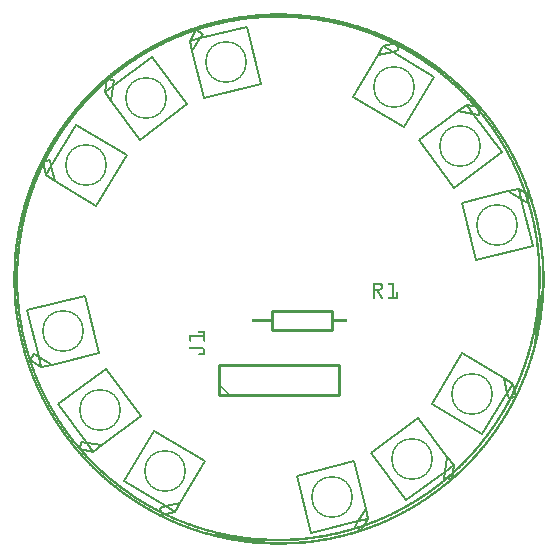
<source format=gto>
G04 MADE WITH FRITZING*
G04 WWW.FRITZING.ORG*
G04 DOUBLE SIDED*
G04 HOLES PLATED*
G04 CONTOUR ON CENTER OF CONTOUR VECTOR*
%ASAXBY*%
%FSLAX23Y23*%
%MOIN*%
%OFA0B0*%
%SFA1.0B1.0*%
%ADD10C,0.140470X0.13047*%
%ADD11C,0.005000*%
%ADD12C,0.008000*%
%ADD13C,0.010000*%
%ADD14R,0.001000X0.001000*%
%LNSILK1*%
G90*
G70*
G54D10*
X707Y1609D03*
X443Y1490D03*
X243Y1267D03*
X165Y713D03*
X287Y450D03*
X504Y247D03*
X1063Y159D03*
X1330Y286D03*
X1529Y504D03*
X1613Y1068D03*
X1490Y1329D03*
X1267Y1528D03*
G54D11*
X826Y1537D02*
X635Y1489D01*
D02*
X635Y1489D02*
X596Y1646D01*
D02*
X596Y1646D02*
X588Y1680D01*
D02*
X588Y1680D02*
X622Y1689D01*
D02*
X622Y1689D02*
X779Y1728D01*
D02*
X779Y1728D02*
X826Y1537D01*
D02*
X596Y1646D02*
X622Y1689D01*
D02*
X622Y1689D02*
X632Y1705D01*
D02*
X632Y1705D02*
X610Y1718D01*
D02*
X610Y1718D02*
X588Y1680D01*
D02*
X580Y1470D02*
X422Y1352D01*
D02*
X422Y1352D02*
X326Y1482D01*
D02*
X326Y1482D02*
X305Y1511D01*
D02*
X305Y1511D02*
X333Y1532D01*
D02*
X333Y1532D02*
X463Y1628D01*
D02*
X463Y1628D02*
X580Y1470D01*
D02*
X326Y1482D02*
X333Y1532D01*
D02*
X333Y1532D02*
X336Y1551D01*
D02*
X336Y1551D02*
X311Y1555D01*
D02*
X311Y1555D02*
X305Y1511D01*
D02*
X378Y1301D02*
X276Y1132D01*
D02*
X276Y1132D02*
X138Y1215D01*
D02*
X138Y1215D02*
X107Y1233D01*
D02*
X107Y1233D02*
X126Y1264D01*
D02*
X126Y1264D02*
X209Y1402D01*
D02*
X209Y1402D02*
X378Y1301D01*
D02*
X138Y1215D02*
X126Y1264D01*
D02*
X126Y1264D02*
X121Y1283D01*
D02*
X121Y1283D02*
X97Y1277D01*
D02*
X97Y1277D02*
X107Y1233D01*
D02*
X237Y832D02*
X284Y641D01*
D02*
X284Y641D02*
X128Y602D01*
D02*
X128Y602D02*
X93Y593D01*
D02*
X93Y593D02*
X85Y628D01*
D02*
X85Y628D02*
X46Y784D01*
D02*
X46Y784D02*
X237Y832D01*
D02*
X128Y602D02*
X85Y628D01*
D02*
X85Y628D02*
X68Y638D01*
D02*
X68Y638D02*
X55Y616D01*
D02*
X55Y616D02*
X93Y593D01*
D02*
X307Y587D02*
X424Y429D01*
D02*
X424Y429D02*
X295Y333D01*
D02*
X295Y333D02*
X266Y312D01*
D02*
X266Y312D02*
X245Y341D01*
D02*
X245Y341D02*
X149Y470D01*
D02*
X149Y470D02*
X307Y587D01*
D02*
X295Y333D02*
X245Y341D01*
D02*
X245Y341D02*
X226Y343D01*
D02*
X226Y343D02*
X222Y319D01*
D02*
X222Y319D02*
X266Y312D01*
D02*
X470Y382D02*
X639Y280D01*
D02*
X639Y280D02*
X556Y142D01*
D02*
X556Y142D02*
X538Y112D01*
D02*
X538Y112D02*
X507Y130D01*
D02*
X507Y130D02*
X369Y213D01*
D02*
X369Y213D02*
X470Y382D01*
D02*
X556Y142D02*
X507Y130D01*
D02*
X507Y130D02*
X488Y125D01*
D02*
X488Y125D02*
X495Y101D01*
D02*
X495Y101D02*
X538Y112D01*
D02*
X944Y231D02*
X1135Y279D01*
D02*
X1135Y279D02*
X1174Y122D01*
D02*
X1174Y122D02*
X1183Y88D01*
D02*
X1183Y88D02*
X1148Y79D01*
D02*
X1148Y79D02*
X992Y40D01*
D02*
X992Y40D02*
X944Y231D01*
D02*
X1174Y122D02*
X1148Y79D01*
D02*
X1148Y79D02*
X1138Y62D01*
D02*
X1138Y62D02*
X1160Y49D01*
D02*
X1160Y49D02*
X1183Y88D01*
D02*
X1192Y307D02*
X1350Y424D01*
D02*
X1350Y424D02*
X1446Y294D01*
D02*
X1446Y294D02*
X1468Y266D01*
D02*
X1468Y266D02*
X1439Y245D01*
D02*
X1439Y245D02*
X1309Y149D01*
D02*
X1309Y149D02*
X1192Y307D01*
D02*
X1446Y294D02*
X1439Y245D01*
D02*
X1439Y245D02*
X1436Y225D01*
D02*
X1436Y225D02*
X1461Y222D01*
D02*
X1461Y222D02*
X1468Y266D01*
D02*
X1394Y471D02*
X1495Y639D01*
D02*
X1495Y639D02*
X1634Y556D01*
D02*
X1634Y556D02*
X1664Y538D01*
D02*
X1664Y538D02*
X1646Y508D01*
D02*
X1646Y508D02*
X1563Y369D01*
D02*
X1563Y369D02*
X1394Y471D01*
D02*
X1634Y556D02*
X1646Y508D01*
D02*
X1646Y508D02*
X1651Y489D01*
D02*
X1651Y489D02*
X1675Y495D01*
D02*
X1675Y495D02*
X1664Y538D01*
D02*
X1542Y949D02*
X1494Y1140D01*
D02*
X1494Y1140D02*
X1650Y1179D01*
D02*
X1650Y1179D02*
X1685Y1187D01*
D02*
X1685Y1187D02*
X1693Y1153D01*
D02*
X1693Y1153D02*
X1733Y996D01*
D02*
X1733Y996D02*
X1542Y949D01*
D02*
X1650Y1179D02*
X1693Y1153D01*
D02*
X1693Y1153D02*
X1710Y1143D01*
D02*
X1710Y1143D02*
X1723Y1165D01*
D02*
X1723Y1165D02*
X1685Y1187D01*
D02*
X1470Y1191D02*
X1353Y1350D01*
D02*
X1353Y1350D02*
X1482Y1446D01*
D02*
X1482Y1446D02*
X1511Y1467D01*
D02*
X1511Y1467D02*
X1532Y1438D01*
D02*
X1532Y1438D02*
X1628Y1309D01*
D02*
X1628Y1309D02*
X1470Y1191D01*
D02*
X1482Y1446D02*
X1532Y1438D01*
D02*
X1532Y1438D02*
X1551Y1435D01*
D02*
X1551Y1435D02*
X1555Y1460D01*
D02*
X1555Y1460D02*
X1511Y1467D01*
D02*
X1301Y1393D02*
X1132Y1494D01*
D02*
X1132Y1494D02*
X1215Y1633D01*
D02*
X1215Y1633D02*
X1233Y1663D01*
D02*
X1233Y1663D02*
X1264Y1645D01*
D02*
X1264Y1645D02*
X1402Y1562D01*
D02*
X1402Y1562D02*
X1301Y1393D01*
D02*
X1215Y1633D02*
X1264Y1645D01*
D02*
X1264Y1645D02*
X1283Y1650D01*
D02*
X1283Y1650D02*
X1277Y1674D01*
D02*
X1277Y1674D02*
X1233Y1663D01*
G54D12*
D02*
X652Y37D02*
X847Y8D01*
D02*
X652Y37D02*
X653Y38D01*
D02*
X847Y8D02*
X847Y9D01*
D02*
X1733Y652D02*
X1734Y652D01*
D02*
X1762Y847D02*
X1763Y847D01*
D02*
X1734Y652D02*
X1763Y847D01*
G54D13*
D02*
X686Y499D02*
X1086Y499D01*
D02*
X1086Y499D02*
X1086Y599D01*
D02*
X1086Y599D02*
X686Y599D01*
D02*
X686Y599D02*
X686Y499D01*
D02*
X863Y782D02*
X1063Y782D01*
D02*
X1063Y782D02*
X1063Y716D01*
D02*
X1063Y716D02*
X863Y716D01*
D02*
X863Y716D02*
X863Y782D01*
G54D14*
X857Y1772D02*
X913Y1772D01*
X835Y1771D02*
X935Y1771D01*
X819Y1770D02*
X951Y1770D01*
X807Y1769D02*
X963Y1769D01*
X796Y1768D02*
X974Y1768D01*
X787Y1767D02*
X983Y1767D01*
X778Y1766D02*
X992Y1766D01*
X770Y1765D02*
X1000Y1765D01*
X763Y1764D02*
X1007Y1764D01*
X756Y1763D02*
X1014Y1763D01*
X749Y1762D02*
X1021Y1762D01*
X743Y1761D02*
X1027Y1761D01*
X737Y1760D02*
X1033Y1760D01*
X731Y1759D02*
X1039Y1759D01*
X725Y1758D02*
X855Y1758D01*
X911Y1758D02*
X1045Y1758D01*
X720Y1757D02*
X833Y1757D01*
X933Y1757D02*
X1050Y1757D01*
X715Y1756D02*
X818Y1756D01*
X948Y1756D02*
X1055Y1756D01*
X710Y1755D02*
X806Y1755D01*
X961Y1755D02*
X1060Y1755D01*
X705Y1754D02*
X796Y1754D01*
X971Y1754D02*
X1065Y1754D01*
X700Y1753D02*
X786Y1753D01*
X981Y1753D02*
X1070Y1753D01*
X696Y1752D02*
X778Y1752D01*
X989Y1752D02*
X1074Y1752D01*
X691Y1751D02*
X770Y1751D01*
X997Y1751D02*
X1079Y1751D01*
X687Y1750D02*
X762Y1750D01*
X1004Y1750D02*
X1083Y1750D01*
X682Y1749D02*
X756Y1749D01*
X1011Y1749D02*
X1088Y1749D01*
X678Y1748D02*
X749Y1748D01*
X1018Y1748D02*
X1092Y1748D01*
X674Y1747D02*
X743Y1747D01*
X1024Y1747D02*
X1096Y1747D01*
X670Y1746D02*
X737Y1746D01*
X1030Y1746D02*
X1100Y1746D01*
X666Y1745D02*
X731Y1745D01*
X1036Y1745D02*
X1104Y1745D01*
X662Y1744D02*
X726Y1744D01*
X1041Y1744D02*
X1108Y1744D01*
X658Y1743D02*
X721Y1743D01*
X1046Y1743D02*
X1112Y1743D01*
X655Y1742D02*
X716Y1742D01*
X1052Y1742D02*
X1115Y1742D01*
X651Y1741D02*
X711Y1741D01*
X1057Y1741D02*
X1119Y1741D01*
X647Y1740D02*
X705Y1740D01*
X1061Y1740D02*
X1123Y1740D01*
X644Y1739D02*
X701Y1739D01*
X1066Y1739D02*
X1126Y1739D01*
X640Y1738D02*
X696Y1738D01*
X1071Y1738D02*
X1130Y1738D01*
X637Y1737D02*
X692Y1737D01*
X1075Y1737D02*
X1133Y1737D01*
X634Y1736D02*
X688Y1736D01*
X1080Y1736D02*
X1136Y1736D01*
X630Y1735D02*
X683Y1735D01*
X1084Y1735D02*
X1140Y1735D01*
X627Y1734D02*
X679Y1734D01*
X1088Y1734D02*
X1143Y1734D01*
X623Y1733D02*
X675Y1733D01*
X1092Y1733D02*
X1147Y1733D01*
X620Y1732D02*
X671Y1732D01*
X1096Y1732D02*
X1150Y1732D01*
X617Y1731D02*
X667Y1731D01*
X1100Y1731D02*
X1153Y1731D01*
X614Y1730D02*
X663Y1730D01*
X1104Y1730D02*
X1156Y1730D01*
X611Y1729D02*
X660Y1729D01*
X1108Y1729D02*
X1159Y1729D01*
X608Y1728D02*
X656Y1728D01*
X1111Y1728D02*
X1162Y1728D01*
X605Y1727D02*
X652Y1727D01*
X1115Y1727D02*
X1165Y1727D01*
X602Y1726D02*
X648Y1726D01*
X1119Y1726D02*
X1168Y1726D01*
X599Y1725D02*
X645Y1725D01*
X1122Y1725D02*
X1171Y1725D01*
X596Y1724D02*
X641Y1724D01*
X1126Y1724D02*
X1174Y1724D01*
X593Y1723D02*
X638Y1723D01*
X1129Y1723D02*
X1177Y1723D01*
X590Y1722D02*
X635Y1722D01*
X1132Y1722D02*
X1180Y1722D01*
X588Y1721D02*
X631Y1721D01*
X1136Y1721D02*
X1182Y1721D01*
X585Y1720D02*
X628Y1720D01*
X1139Y1720D02*
X1185Y1720D01*
X582Y1719D02*
X625Y1719D01*
X1142Y1719D02*
X1188Y1719D01*
X579Y1718D02*
X622Y1718D01*
X1145Y1718D02*
X1191Y1718D01*
X577Y1717D02*
X618Y1717D01*
X1148Y1717D02*
X1193Y1717D01*
X574Y1716D02*
X615Y1716D01*
X1152Y1716D02*
X1196Y1716D01*
X571Y1715D02*
X612Y1715D01*
X1155Y1715D02*
X1199Y1715D01*
X569Y1714D02*
X609Y1714D01*
X1158Y1714D02*
X1201Y1714D01*
X566Y1713D02*
X606Y1713D01*
X1161Y1713D02*
X1204Y1713D01*
X563Y1712D02*
X604Y1712D01*
X1164Y1712D02*
X1207Y1712D01*
X561Y1711D02*
X601Y1711D01*
X1166Y1711D02*
X1209Y1711D01*
X558Y1710D02*
X598Y1710D01*
X1169Y1710D02*
X1212Y1710D01*
X556Y1709D02*
X595Y1709D01*
X1172Y1709D02*
X1214Y1709D01*
X553Y1708D02*
X592Y1708D01*
X1175Y1708D02*
X1217Y1708D01*
X551Y1707D02*
X589Y1707D01*
X1178Y1707D02*
X1219Y1707D01*
X549Y1706D02*
X586Y1706D01*
X1181Y1706D02*
X1221Y1706D01*
X546Y1705D02*
X584Y1705D01*
X1183Y1705D02*
X1224Y1705D01*
X544Y1704D02*
X581Y1704D01*
X1186Y1704D02*
X1226Y1704D01*
X541Y1703D02*
X578Y1703D01*
X1189Y1703D02*
X1229Y1703D01*
X539Y1702D02*
X576Y1702D01*
X1191Y1702D02*
X1231Y1702D01*
X537Y1701D02*
X573Y1701D01*
X1194Y1701D02*
X1233Y1701D01*
X534Y1700D02*
X570Y1700D01*
X1196Y1700D02*
X1236Y1700D01*
X532Y1699D02*
X568Y1699D01*
X1199Y1699D02*
X1238Y1699D01*
X530Y1698D02*
X565Y1698D01*
X1202Y1698D02*
X1240Y1698D01*
X527Y1697D02*
X563Y1697D01*
X1204Y1697D02*
X1243Y1697D01*
X525Y1696D02*
X560Y1696D01*
X1207Y1696D02*
X1245Y1696D01*
X523Y1695D02*
X558Y1695D01*
X1209Y1695D02*
X1247Y1695D01*
X521Y1694D02*
X555Y1694D01*
X1212Y1694D02*
X1249Y1694D01*
X519Y1693D02*
X553Y1693D01*
X1214Y1693D02*
X1251Y1693D01*
X516Y1692D02*
X551Y1692D01*
X1216Y1692D02*
X1254Y1692D01*
X514Y1691D02*
X548Y1691D01*
X1219Y1691D02*
X1256Y1691D01*
X512Y1690D02*
X546Y1690D01*
X1221Y1690D02*
X1258Y1690D01*
X510Y1689D02*
X543Y1689D01*
X1224Y1689D02*
X1260Y1689D01*
X508Y1688D02*
X541Y1688D01*
X1226Y1688D02*
X1262Y1688D01*
X506Y1687D02*
X538Y1687D01*
X1228Y1687D02*
X1264Y1687D01*
X504Y1686D02*
X536Y1686D01*
X1230Y1686D02*
X1266Y1686D01*
X501Y1685D02*
X534Y1685D01*
X1233Y1685D02*
X1269Y1685D01*
X499Y1684D02*
X532Y1684D01*
X1235Y1684D02*
X1271Y1684D01*
X497Y1683D02*
X530Y1683D01*
X1237Y1683D02*
X1273Y1683D01*
X495Y1682D02*
X527Y1682D01*
X1240Y1682D02*
X1275Y1682D01*
X493Y1681D02*
X525Y1681D01*
X1242Y1681D02*
X1277Y1681D01*
X491Y1680D02*
X523Y1680D01*
X1244Y1680D02*
X1279Y1680D01*
X489Y1679D02*
X521Y1679D01*
X1246Y1679D02*
X1281Y1679D01*
X487Y1678D02*
X518Y1678D01*
X1248Y1678D02*
X1283Y1678D01*
X485Y1677D02*
X516Y1677D01*
X1250Y1677D02*
X1285Y1677D01*
X483Y1676D02*
X513Y1676D01*
X1253Y1676D02*
X1287Y1676D01*
X481Y1675D02*
X511Y1675D01*
X1255Y1675D02*
X1289Y1675D01*
X479Y1674D02*
X510Y1674D01*
X1257Y1674D02*
X1291Y1674D01*
X478Y1673D02*
X508Y1673D01*
X1259Y1673D02*
X1292Y1673D01*
X476Y1672D02*
X506Y1672D01*
X1261Y1672D02*
X1294Y1672D01*
X474Y1671D02*
X504Y1671D01*
X1263Y1671D02*
X1296Y1671D01*
X472Y1670D02*
X502Y1670D01*
X1265Y1670D02*
X1298Y1670D01*
X470Y1669D02*
X500Y1669D01*
X1267Y1669D02*
X1300Y1669D01*
X468Y1668D02*
X498Y1668D01*
X1269Y1668D02*
X1302Y1668D01*
X466Y1667D02*
X496Y1667D01*
X1271Y1667D02*
X1304Y1667D01*
X464Y1666D02*
X494Y1666D01*
X1273Y1666D02*
X1306Y1666D01*
X462Y1665D02*
X492Y1665D01*
X1275Y1665D02*
X1308Y1665D01*
X461Y1664D02*
X490Y1664D01*
X1277Y1664D02*
X1309Y1664D01*
X459Y1663D02*
X488Y1663D01*
X1279Y1663D02*
X1311Y1663D01*
X457Y1662D02*
X486Y1662D01*
X1281Y1662D02*
X1313Y1662D01*
X455Y1661D02*
X484Y1661D01*
X1283Y1661D02*
X1315Y1661D01*
X453Y1660D02*
X482Y1660D01*
X1285Y1660D02*
X1317Y1660D01*
X452Y1659D02*
X480Y1659D01*
X1286Y1659D02*
X1318Y1659D01*
X450Y1658D02*
X478Y1658D01*
X1288Y1658D02*
X1320Y1658D01*
X448Y1657D02*
X476Y1657D01*
X1290Y1657D02*
X1322Y1657D01*
X446Y1656D02*
X474Y1656D01*
X1292Y1656D02*
X1324Y1656D01*
X445Y1655D02*
X472Y1655D01*
X1294Y1655D02*
X1325Y1655D01*
X443Y1654D02*
X471Y1654D01*
X1296Y1654D02*
X1327Y1654D01*
X441Y1653D02*
X469Y1653D01*
X1298Y1653D02*
X1329Y1653D01*
X439Y1652D02*
X467Y1652D01*
X1300Y1652D02*
X1331Y1652D01*
X438Y1651D02*
X465Y1651D01*
X1301Y1651D02*
X1332Y1651D01*
X436Y1650D02*
X463Y1650D01*
X1303Y1650D02*
X1334Y1650D01*
X434Y1649D02*
X461Y1649D01*
X1305Y1649D02*
X1336Y1649D01*
X433Y1648D02*
X459Y1648D01*
X1307Y1648D02*
X1337Y1648D01*
X431Y1647D02*
X458Y1647D01*
X1309Y1647D02*
X1339Y1647D01*
X429Y1646D02*
X456Y1646D01*
X1310Y1646D02*
X1341Y1646D01*
X428Y1645D02*
X454Y1645D01*
X1312Y1645D02*
X1342Y1645D01*
X426Y1644D02*
X453Y1644D01*
X1314Y1644D02*
X1344Y1644D01*
X424Y1643D02*
X451Y1643D01*
X1316Y1643D02*
X1346Y1643D01*
X423Y1642D02*
X449Y1642D01*
X1317Y1642D02*
X1347Y1642D01*
X421Y1641D02*
X447Y1641D01*
X1319Y1641D02*
X1349Y1641D01*
X420Y1640D02*
X446Y1640D01*
X1321Y1640D02*
X1350Y1640D01*
X418Y1639D02*
X444Y1639D01*
X1322Y1639D02*
X1352Y1639D01*
X416Y1638D02*
X442Y1638D01*
X1324Y1638D02*
X1354Y1638D01*
X415Y1637D02*
X441Y1637D01*
X1326Y1637D02*
X1355Y1637D01*
X413Y1636D02*
X439Y1636D01*
X1328Y1636D02*
X1357Y1636D01*
X412Y1635D02*
X437Y1635D01*
X1329Y1635D02*
X1343Y1635D01*
X1345Y1635D02*
X1358Y1635D01*
X410Y1634D02*
X435Y1634D01*
X1331Y1634D02*
X1360Y1634D01*
X408Y1633D02*
X434Y1633D01*
X1333Y1633D02*
X1362Y1633D01*
X407Y1632D02*
X432Y1632D01*
X1334Y1632D02*
X1363Y1632D01*
X405Y1631D02*
X431Y1631D01*
X1336Y1631D02*
X1365Y1631D01*
X404Y1630D02*
X429Y1630D01*
X1337Y1630D02*
X1351Y1630D01*
X1353Y1630D02*
X1366Y1630D01*
X402Y1629D02*
X427Y1629D01*
X1339Y1629D02*
X1368Y1629D01*
X401Y1628D02*
X426Y1628D01*
X1341Y1628D02*
X1369Y1628D01*
X399Y1627D02*
X424Y1627D01*
X1342Y1627D02*
X1371Y1627D01*
X398Y1626D02*
X423Y1626D01*
X1344Y1626D02*
X1372Y1626D01*
X396Y1625D02*
X421Y1625D01*
X1345Y1625D02*
X1374Y1625D01*
X395Y1624D02*
X419Y1624D01*
X1347Y1624D02*
X1375Y1624D01*
X393Y1623D02*
X418Y1623D01*
X1349Y1623D02*
X1377Y1623D01*
X392Y1622D02*
X416Y1622D01*
X1350Y1622D02*
X1378Y1622D01*
X390Y1621D02*
X415Y1621D01*
X1352Y1621D02*
X1365Y1621D01*
X1367Y1621D02*
X1380Y1621D01*
X389Y1620D02*
X413Y1620D01*
X1353Y1620D02*
X1381Y1620D01*
X387Y1619D02*
X411Y1619D01*
X1355Y1619D02*
X1368Y1619D01*
X1370Y1619D02*
X1383Y1619D01*
X386Y1618D02*
X410Y1618D01*
X1356Y1618D02*
X1384Y1618D01*
X384Y1617D02*
X408Y1617D01*
X1358Y1617D02*
X1371Y1617D01*
X1373Y1617D02*
X1386Y1617D01*
X383Y1616D02*
X407Y1616D01*
X1359Y1616D02*
X1387Y1616D01*
X381Y1615D02*
X405Y1615D01*
X1361Y1615D02*
X1374Y1615D01*
X1376Y1615D02*
X1389Y1615D01*
X380Y1614D02*
X404Y1614D01*
X1362Y1614D02*
X1390Y1614D01*
X379Y1613D02*
X402Y1613D01*
X1364Y1613D02*
X1377Y1613D01*
X1379Y1613D02*
X1391Y1613D01*
X377Y1612D02*
X401Y1612D01*
X1365Y1612D02*
X1393Y1612D01*
X376Y1611D02*
X399Y1611D01*
X1367Y1611D02*
X1394Y1611D01*
X374Y1610D02*
X398Y1610D01*
X1368Y1610D02*
X1396Y1610D01*
X373Y1609D02*
X396Y1609D01*
X1370Y1609D02*
X1397Y1609D01*
X371Y1608D02*
X395Y1608D01*
X1371Y1608D02*
X1384Y1608D01*
X1386Y1608D02*
X1399Y1608D01*
X370Y1607D02*
X393Y1607D01*
X1373Y1607D02*
X1400Y1607D01*
X369Y1606D02*
X392Y1606D01*
X1374Y1606D02*
X1387Y1606D01*
X1389Y1606D02*
X1401Y1606D01*
X367Y1605D02*
X390Y1605D01*
X1376Y1605D02*
X1403Y1605D01*
X366Y1604D02*
X389Y1604D01*
X1377Y1604D02*
X1390Y1604D01*
X1392Y1604D02*
X1404Y1604D01*
X365Y1603D02*
X388Y1603D01*
X1379Y1603D02*
X1391Y1603D01*
X1393Y1603D02*
X1405Y1603D01*
X363Y1602D02*
X386Y1602D01*
X1380Y1602D02*
X1407Y1602D01*
X362Y1601D02*
X385Y1601D01*
X1382Y1601D02*
X1394Y1601D01*
X1396Y1601D02*
X1408Y1601D01*
X360Y1600D02*
X383Y1600D01*
X1383Y1600D02*
X1410Y1600D01*
X359Y1599D02*
X382Y1599D01*
X1384Y1599D02*
X1411Y1599D01*
X358Y1598D02*
X381Y1598D01*
X1386Y1598D02*
X1398Y1598D01*
X1400Y1598D02*
X1412Y1598D01*
X356Y1597D02*
X379Y1597D01*
X1387Y1597D02*
X1414Y1597D01*
X355Y1596D02*
X378Y1596D01*
X1389Y1596D02*
X1401Y1596D01*
X1403Y1596D02*
X1415Y1596D01*
X354Y1595D02*
X376Y1595D01*
X1390Y1595D02*
X1416Y1595D01*
X352Y1594D02*
X375Y1594D01*
X1391Y1594D02*
X1418Y1594D01*
X351Y1593D02*
X374Y1593D01*
X1393Y1593D02*
X1405Y1593D01*
X1407Y1593D02*
X1419Y1593D01*
X350Y1592D02*
X372Y1592D01*
X1394Y1592D02*
X1420Y1592D01*
X348Y1591D02*
X371Y1591D01*
X1395Y1591D02*
X1422Y1591D01*
X347Y1590D02*
X369Y1590D01*
X1397Y1590D02*
X1409Y1590D01*
X1411Y1590D02*
X1423Y1590D01*
X346Y1589D02*
X368Y1589D01*
X1398Y1589D02*
X1424Y1589D01*
X345Y1588D02*
X367Y1588D01*
X1400Y1588D02*
X1425Y1588D01*
X343Y1587D02*
X365Y1587D01*
X1401Y1587D02*
X1413Y1587D01*
X1415Y1587D02*
X1427Y1587D01*
X342Y1586D02*
X364Y1586D01*
X1402Y1586D02*
X1414Y1586D01*
X1416Y1586D02*
X1428Y1586D01*
X341Y1585D02*
X363Y1585D01*
X1404Y1585D02*
X1429Y1585D01*
X339Y1584D02*
X361Y1584D01*
X1405Y1584D02*
X1417Y1584D01*
X1419Y1584D02*
X1431Y1584D01*
X338Y1583D02*
X360Y1583D01*
X1406Y1583D02*
X1418Y1583D01*
X1420Y1583D02*
X1432Y1583D01*
X337Y1582D02*
X359Y1582D01*
X1408Y1582D02*
X1433Y1582D01*
X336Y1581D02*
X357Y1581D01*
X1409Y1581D02*
X1421Y1581D01*
X1423Y1581D02*
X1434Y1581D01*
X334Y1580D02*
X356Y1580D01*
X1410Y1580D02*
X1422Y1580D01*
X1424Y1580D02*
X1436Y1580D01*
X333Y1579D02*
X355Y1579D01*
X1411Y1579D02*
X1437Y1579D01*
X332Y1578D02*
X354Y1578D01*
X1413Y1578D02*
X1438Y1578D01*
X331Y1577D02*
X352Y1577D01*
X1414Y1577D02*
X1426Y1577D01*
X1428Y1577D02*
X1439Y1577D01*
X329Y1576D02*
X351Y1576D01*
X1415Y1576D02*
X1427Y1576D01*
X1429Y1576D02*
X1441Y1576D01*
X328Y1575D02*
X350Y1575D01*
X1417Y1575D02*
X1442Y1575D01*
X327Y1574D02*
X348Y1574D01*
X1418Y1574D02*
X1443Y1574D01*
X326Y1573D02*
X347Y1573D01*
X1419Y1573D02*
X1431Y1573D01*
X1433Y1573D02*
X1444Y1573D01*
X324Y1572D02*
X346Y1572D01*
X1421Y1572D02*
X1432Y1572D01*
X1434Y1572D02*
X1446Y1572D01*
X323Y1571D02*
X344Y1571D01*
X1422Y1571D02*
X1433Y1571D01*
X1435Y1571D02*
X1447Y1571D01*
X322Y1570D02*
X343Y1570D01*
X1423Y1570D02*
X1448Y1570D01*
X321Y1569D02*
X342Y1569D01*
X1424Y1569D02*
X1436Y1569D01*
X1438Y1569D02*
X1449Y1569D01*
X320Y1568D02*
X341Y1568D01*
X1426Y1568D02*
X1437Y1568D01*
X1439Y1568D02*
X1450Y1568D01*
X318Y1567D02*
X339Y1567D01*
X1427Y1567D02*
X1438Y1567D01*
X1440Y1567D02*
X1452Y1567D01*
X317Y1566D02*
X338Y1566D01*
X1428Y1566D02*
X1453Y1566D01*
X316Y1565D02*
X337Y1565D01*
X1429Y1565D02*
X1441Y1565D01*
X1443Y1565D02*
X1454Y1565D01*
X315Y1564D02*
X336Y1564D01*
X1430Y1564D02*
X1442Y1564D01*
X1444Y1564D02*
X1455Y1564D01*
X314Y1563D02*
X335Y1563D01*
X1432Y1563D02*
X1443Y1563D01*
X1445Y1563D02*
X1456Y1563D01*
X312Y1562D02*
X333Y1562D01*
X1433Y1562D02*
X1444Y1562D01*
X1446Y1562D02*
X1458Y1562D01*
X311Y1561D02*
X332Y1561D01*
X1434Y1561D02*
X1459Y1561D01*
X310Y1560D02*
X331Y1560D01*
X1435Y1560D02*
X1447Y1560D01*
X1449Y1560D02*
X1460Y1560D01*
X309Y1559D02*
X330Y1559D01*
X1436Y1559D02*
X1448Y1559D01*
X1450Y1559D02*
X1461Y1559D01*
X308Y1558D02*
X329Y1558D01*
X1438Y1558D02*
X1449Y1558D01*
X1451Y1558D02*
X1462Y1558D01*
X307Y1557D02*
X327Y1557D01*
X1439Y1557D02*
X1450Y1557D01*
X1452Y1557D02*
X1463Y1557D01*
X305Y1556D02*
X326Y1556D01*
X1440Y1556D02*
X1465Y1556D01*
X304Y1555D02*
X325Y1555D01*
X1441Y1555D02*
X1466Y1555D01*
X303Y1554D02*
X324Y1554D01*
X1443Y1554D02*
X1454Y1554D01*
X1456Y1554D02*
X1467Y1554D01*
X302Y1553D02*
X322Y1553D01*
X1444Y1553D02*
X1455Y1553D01*
X1457Y1553D02*
X1468Y1553D01*
X301Y1552D02*
X321Y1552D01*
X1445Y1552D02*
X1456Y1552D01*
X1458Y1552D02*
X1469Y1552D01*
X300Y1551D02*
X320Y1551D01*
X1446Y1551D02*
X1457Y1551D01*
X1459Y1551D02*
X1470Y1551D01*
X299Y1550D02*
X319Y1550D01*
X1447Y1550D02*
X1458Y1550D01*
X1460Y1550D02*
X1471Y1550D01*
X297Y1549D02*
X318Y1549D01*
X1448Y1549D02*
X1473Y1549D01*
X296Y1548D02*
X317Y1548D01*
X1450Y1548D02*
X1461Y1548D01*
X1463Y1548D02*
X1474Y1548D01*
X295Y1547D02*
X316Y1547D01*
X1451Y1547D02*
X1462Y1547D01*
X1464Y1547D02*
X1475Y1547D01*
X294Y1546D02*
X314Y1546D01*
X1452Y1546D02*
X1463Y1546D01*
X1465Y1546D02*
X1476Y1546D01*
X293Y1545D02*
X313Y1545D01*
X1453Y1545D02*
X1464Y1545D01*
X1466Y1545D02*
X1477Y1545D01*
X292Y1544D02*
X312Y1544D01*
X1454Y1544D02*
X1465Y1544D01*
X1467Y1544D02*
X1478Y1544D01*
X291Y1543D02*
X311Y1543D01*
X1455Y1543D02*
X1466Y1543D01*
X1468Y1543D02*
X1479Y1543D01*
X290Y1542D02*
X310Y1542D01*
X1456Y1542D02*
X1467Y1542D01*
X1469Y1542D02*
X1480Y1542D01*
X289Y1541D02*
X309Y1541D01*
X1458Y1541D02*
X1481Y1541D01*
X287Y1540D02*
X308Y1540D01*
X1459Y1540D02*
X1470Y1540D01*
X1472Y1540D02*
X1483Y1540D01*
X286Y1539D02*
X306Y1539D01*
X1460Y1539D02*
X1471Y1539D01*
X1473Y1539D02*
X1484Y1539D01*
X285Y1538D02*
X305Y1538D01*
X1461Y1538D02*
X1472Y1538D01*
X1474Y1538D02*
X1485Y1538D01*
X284Y1537D02*
X304Y1537D01*
X1462Y1537D02*
X1473Y1537D01*
X1475Y1537D02*
X1486Y1537D01*
X283Y1536D02*
X303Y1536D01*
X1463Y1536D02*
X1474Y1536D01*
X1476Y1536D02*
X1487Y1536D01*
X282Y1535D02*
X302Y1535D01*
X1464Y1535D02*
X1475Y1535D01*
X1477Y1535D02*
X1488Y1535D01*
X281Y1534D02*
X301Y1534D01*
X1465Y1534D02*
X1476Y1534D01*
X1478Y1534D02*
X1489Y1534D01*
X280Y1533D02*
X300Y1533D01*
X1467Y1533D02*
X1477Y1533D01*
X1479Y1533D02*
X1490Y1533D01*
X279Y1532D02*
X299Y1532D01*
X1468Y1532D02*
X1478Y1532D01*
X1480Y1532D02*
X1491Y1532D01*
X278Y1531D02*
X297Y1531D01*
X1469Y1531D02*
X1479Y1531D01*
X1481Y1531D02*
X1492Y1531D01*
X277Y1530D02*
X296Y1530D01*
X1470Y1530D02*
X1480Y1530D01*
X1483Y1530D02*
X1493Y1530D01*
X276Y1529D02*
X295Y1529D01*
X1471Y1529D02*
X1482Y1529D01*
X1484Y1529D02*
X1494Y1529D01*
X275Y1528D02*
X294Y1528D01*
X1472Y1528D02*
X1483Y1528D01*
X1485Y1528D02*
X1495Y1528D01*
X274Y1527D02*
X293Y1527D01*
X1473Y1527D02*
X1484Y1527D01*
X1486Y1527D02*
X1496Y1527D01*
X273Y1526D02*
X292Y1526D01*
X1474Y1526D02*
X1485Y1526D01*
X1487Y1526D02*
X1497Y1526D01*
X271Y1525D02*
X291Y1525D01*
X1475Y1525D02*
X1486Y1525D01*
X1488Y1525D02*
X1499Y1525D01*
X270Y1524D02*
X290Y1524D01*
X1476Y1524D02*
X1487Y1524D01*
X1489Y1524D02*
X1500Y1524D01*
X269Y1523D02*
X289Y1523D01*
X1477Y1523D02*
X1488Y1523D01*
X1490Y1523D02*
X1501Y1523D01*
X268Y1522D02*
X288Y1522D01*
X1478Y1522D02*
X1489Y1522D01*
X1491Y1522D02*
X1502Y1522D01*
X267Y1521D02*
X287Y1521D01*
X1479Y1521D02*
X1490Y1521D01*
X1492Y1521D02*
X1503Y1521D01*
X266Y1520D02*
X286Y1520D01*
X1480Y1520D02*
X1491Y1520D01*
X1493Y1520D02*
X1504Y1520D01*
X265Y1519D02*
X285Y1519D01*
X1482Y1519D02*
X1492Y1519D01*
X1494Y1519D02*
X1505Y1519D01*
X264Y1518D02*
X284Y1518D01*
X1483Y1518D02*
X1493Y1518D01*
X1495Y1518D02*
X1506Y1518D01*
X263Y1517D02*
X283Y1517D01*
X1484Y1517D02*
X1494Y1517D01*
X1496Y1517D02*
X1507Y1517D01*
X262Y1516D02*
X282Y1516D01*
X1485Y1516D02*
X1495Y1516D01*
X1497Y1516D02*
X1508Y1516D01*
X261Y1515D02*
X280Y1515D01*
X1486Y1515D02*
X1496Y1515D01*
X1498Y1515D02*
X1509Y1515D01*
X260Y1514D02*
X279Y1514D01*
X1487Y1514D02*
X1497Y1514D01*
X1499Y1514D02*
X1510Y1514D01*
X259Y1513D02*
X278Y1513D01*
X1488Y1513D02*
X1498Y1513D01*
X1500Y1513D02*
X1511Y1513D01*
X258Y1512D02*
X277Y1512D01*
X1489Y1512D02*
X1499Y1512D01*
X1501Y1512D02*
X1512Y1512D01*
X257Y1511D02*
X276Y1511D01*
X1490Y1511D02*
X1500Y1511D01*
X1502Y1511D02*
X1513Y1511D01*
X256Y1510D02*
X275Y1510D01*
X1491Y1510D02*
X1501Y1510D01*
X1503Y1510D02*
X1514Y1510D01*
X255Y1509D02*
X274Y1509D01*
X1492Y1509D02*
X1502Y1509D01*
X1504Y1509D02*
X1515Y1509D01*
X254Y1508D02*
X273Y1508D01*
X1493Y1508D02*
X1503Y1508D01*
X1505Y1508D02*
X1516Y1508D01*
X253Y1507D02*
X272Y1507D01*
X1494Y1507D02*
X1504Y1507D01*
X1506Y1507D02*
X1517Y1507D01*
X252Y1506D02*
X271Y1506D01*
X1495Y1506D02*
X1505Y1506D01*
X1507Y1506D02*
X1518Y1506D01*
X251Y1505D02*
X270Y1505D01*
X1496Y1505D02*
X1506Y1505D01*
X1508Y1505D02*
X1519Y1505D01*
X250Y1504D02*
X269Y1504D01*
X1497Y1504D02*
X1507Y1504D01*
X1509Y1504D02*
X1520Y1504D01*
X249Y1503D02*
X268Y1503D01*
X1498Y1503D02*
X1508Y1503D01*
X1510Y1503D02*
X1521Y1503D01*
X248Y1502D02*
X267Y1502D01*
X1499Y1502D02*
X1509Y1502D01*
X1511Y1502D02*
X1522Y1502D01*
X248Y1501D02*
X266Y1501D01*
X1500Y1501D02*
X1510Y1501D01*
X1512Y1501D02*
X1522Y1501D01*
X247Y1500D02*
X265Y1500D01*
X1501Y1500D02*
X1511Y1500D01*
X1513Y1500D02*
X1523Y1500D01*
X246Y1499D02*
X264Y1499D01*
X1502Y1499D02*
X1512Y1499D01*
X1514Y1499D02*
X1524Y1499D01*
X245Y1498D02*
X263Y1498D01*
X1503Y1498D02*
X1513Y1498D01*
X1515Y1498D02*
X1525Y1498D01*
X244Y1497D02*
X262Y1497D01*
X1504Y1497D02*
X1514Y1497D01*
X1516Y1497D02*
X1526Y1497D01*
X243Y1496D02*
X261Y1496D01*
X1505Y1496D02*
X1515Y1496D01*
X1517Y1496D02*
X1527Y1496D01*
X242Y1495D02*
X260Y1495D01*
X1506Y1495D02*
X1516Y1495D01*
X1518Y1495D02*
X1528Y1495D01*
X241Y1494D02*
X259Y1494D01*
X1507Y1494D02*
X1517Y1494D01*
X1519Y1494D02*
X1529Y1494D01*
X240Y1493D02*
X258Y1493D01*
X1508Y1493D02*
X1518Y1493D01*
X1520Y1493D02*
X1530Y1493D01*
X239Y1492D02*
X258Y1492D01*
X1509Y1492D02*
X1519Y1492D01*
X1521Y1492D02*
X1531Y1492D01*
X238Y1491D02*
X257Y1491D01*
X1510Y1491D02*
X1520Y1491D01*
X1522Y1491D02*
X1532Y1491D01*
X237Y1490D02*
X256Y1490D01*
X1511Y1490D02*
X1521Y1490D01*
X1523Y1490D02*
X1533Y1490D01*
X236Y1489D02*
X255Y1489D01*
X1512Y1489D02*
X1521Y1489D01*
X1524Y1489D02*
X1534Y1489D01*
X235Y1488D02*
X254Y1488D01*
X1513Y1488D02*
X1522Y1488D01*
X1525Y1488D02*
X1535Y1488D01*
X234Y1487D02*
X253Y1487D01*
X1513Y1487D02*
X1523Y1487D01*
X1526Y1487D02*
X1536Y1487D01*
X233Y1486D02*
X252Y1486D01*
X1514Y1486D02*
X1524Y1486D01*
X1527Y1486D02*
X1537Y1486D01*
X232Y1485D02*
X251Y1485D01*
X1515Y1485D02*
X1525Y1485D01*
X1528Y1485D02*
X1538Y1485D01*
X232Y1484D02*
X250Y1484D01*
X1516Y1484D02*
X1526Y1484D01*
X1529Y1484D02*
X1538Y1484D01*
X231Y1483D02*
X249Y1483D01*
X1517Y1483D02*
X1527Y1483D01*
X1529Y1483D02*
X1539Y1483D01*
X230Y1482D02*
X248Y1482D01*
X1518Y1482D02*
X1528Y1482D01*
X1530Y1482D02*
X1540Y1482D01*
X229Y1481D02*
X247Y1481D01*
X1519Y1481D02*
X1529Y1481D01*
X1531Y1481D02*
X1541Y1481D01*
X228Y1480D02*
X246Y1480D01*
X1520Y1480D02*
X1530Y1480D01*
X1532Y1480D02*
X1542Y1480D01*
X227Y1479D02*
X245Y1479D01*
X1521Y1479D02*
X1531Y1479D01*
X1533Y1479D02*
X1543Y1479D01*
X226Y1478D02*
X244Y1478D01*
X1522Y1478D02*
X1532Y1478D01*
X1534Y1478D02*
X1544Y1478D01*
X225Y1477D02*
X243Y1477D01*
X1523Y1477D02*
X1533Y1477D01*
X1535Y1477D02*
X1545Y1477D01*
X224Y1476D02*
X243Y1476D01*
X1524Y1476D02*
X1534Y1476D01*
X1536Y1476D02*
X1546Y1476D01*
X223Y1475D02*
X242Y1475D01*
X1525Y1475D02*
X1534Y1475D01*
X1537Y1475D02*
X1547Y1475D01*
X223Y1474D02*
X241Y1474D01*
X1526Y1474D02*
X1535Y1474D01*
X1538Y1474D02*
X1547Y1474D01*
X222Y1473D02*
X240Y1473D01*
X1526Y1473D02*
X1536Y1473D01*
X1539Y1473D02*
X1548Y1473D01*
X221Y1472D02*
X239Y1472D01*
X1527Y1472D02*
X1537Y1472D01*
X1539Y1472D02*
X1549Y1472D01*
X220Y1471D02*
X238Y1471D01*
X1528Y1471D02*
X1538Y1471D01*
X1540Y1471D02*
X1550Y1471D01*
X219Y1470D02*
X237Y1470D01*
X1529Y1470D02*
X1539Y1470D01*
X1541Y1470D02*
X1551Y1470D01*
X218Y1469D02*
X236Y1469D01*
X1530Y1469D02*
X1540Y1469D01*
X1542Y1469D02*
X1552Y1469D01*
X217Y1468D02*
X235Y1468D01*
X1531Y1468D02*
X1540Y1468D01*
X1543Y1468D02*
X1553Y1468D01*
X216Y1467D02*
X234Y1467D01*
X1532Y1467D02*
X1541Y1467D01*
X1544Y1467D02*
X1554Y1467D01*
X216Y1466D02*
X234Y1466D01*
X1533Y1466D02*
X1542Y1466D01*
X1545Y1466D02*
X1554Y1466D01*
X215Y1465D02*
X233Y1465D01*
X1534Y1465D02*
X1543Y1465D01*
X1546Y1465D02*
X1555Y1465D01*
X214Y1464D02*
X232Y1464D01*
X1534Y1464D02*
X1544Y1464D01*
X1547Y1464D02*
X1556Y1464D01*
X213Y1463D02*
X231Y1463D01*
X1535Y1463D02*
X1545Y1463D01*
X1547Y1463D02*
X1557Y1463D01*
X212Y1462D02*
X230Y1462D01*
X1536Y1462D02*
X1546Y1462D01*
X1548Y1462D02*
X1558Y1462D01*
X211Y1461D02*
X229Y1461D01*
X1537Y1461D02*
X1547Y1461D01*
X1549Y1461D02*
X1559Y1461D01*
X210Y1460D02*
X228Y1460D01*
X1538Y1460D02*
X1547Y1460D01*
X1550Y1460D02*
X1560Y1460D01*
X210Y1459D02*
X227Y1459D01*
X1539Y1459D02*
X1548Y1459D01*
X1551Y1459D02*
X1560Y1459D01*
X209Y1458D02*
X227Y1458D01*
X1540Y1458D02*
X1549Y1458D01*
X1552Y1458D02*
X1561Y1458D01*
X208Y1457D02*
X226Y1457D01*
X1541Y1457D02*
X1550Y1457D01*
X1553Y1457D02*
X1562Y1457D01*
X207Y1456D02*
X225Y1456D01*
X1541Y1456D02*
X1551Y1456D01*
X1553Y1456D02*
X1563Y1456D01*
X206Y1455D02*
X224Y1455D01*
X1542Y1455D02*
X1552Y1455D01*
X1554Y1455D02*
X1564Y1455D01*
X205Y1454D02*
X223Y1454D01*
X1543Y1454D02*
X1553Y1454D01*
X1555Y1454D02*
X1565Y1454D01*
X205Y1453D02*
X222Y1453D01*
X1544Y1453D02*
X1553Y1453D01*
X1556Y1453D02*
X1565Y1453D01*
X204Y1452D02*
X221Y1452D01*
X1545Y1452D02*
X1554Y1452D01*
X1557Y1452D02*
X1566Y1452D01*
X203Y1451D02*
X221Y1451D01*
X1546Y1451D02*
X1555Y1451D01*
X1558Y1451D02*
X1567Y1451D01*
X202Y1450D02*
X220Y1450D01*
X1547Y1450D02*
X1556Y1450D01*
X1559Y1450D02*
X1568Y1450D01*
X201Y1449D02*
X219Y1449D01*
X1547Y1449D02*
X1557Y1449D01*
X1559Y1449D02*
X1569Y1449D01*
X200Y1448D02*
X218Y1448D01*
X1548Y1448D02*
X1557Y1448D01*
X1560Y1448D02*
X1570Y1448D01*
X200Y1447D02*
X217Y1447D01*
X1549Y1447D02*
X1558Y1447D01*
X1561Y1447D02*
X1570Y1447D01*
X199Y1446D02*
X216Y1446D01*
X1550Y1446D02*
X1559Y1446D01*
X1562Y1446D02*
X1571Y1446D01*
X198Y1445D02*
X216Y1445D01*
X1551Y1445D02*
X1560Y1445D01*
X1563Y1445D02*
X1572Y1445D01*
X197Y1444D02*
X215Y1444D01*
X1552Y1444D02*
X1561Y1444D01*
X1564Y1444D02*
X1573Y1444D01*
X196Y1443D02*
X214Y1443D01*
X1552Y1443D02*
X1562Y1443D01*
X1564Y1443D02*
X1574Y1443D01*
X196Y1442D02*
X213Y1442D01*
X1553Y1442D02*
X1562Y1442D01*
X1565Y1442D02*
X1574Y1442D01*
X195Y1441D02*
X212Y1441D01*
X1554Y1441D02*
X1563Y1441D01*
X1566Y1441D02*
X1575Y1441D01*
X194Y1440D02*
X212Y1440D01*
X1555Y1440D02*
X1564Y1440D01*
X1567Y1440D02*
X1576Y1440D01*
X193Y1439D02*
X211Y1439D01*
X1556Y1439D02*
X1565Y1439D01*
X1568Y1439D02*
X1577Y1439D01*
X192Y1438D02*
X210Y1438D01*
X1556Y1438D02*
X1566Y1438D01*
X1568Y1438D02*
X1578Y1438D01*
X192Y1437D02*
X209Y1437D01*
X1557Y1437D02*
X1566Y1437D01*
X1569Y1437D02*
X1578Y1437D01*
X191Y1436D02*
X208Y1436D01*
X1558Y1436D02*
X1567Y1436D01*
X1570Y1436D02*
X1579Y1436D01*
X190Y1435D02*
X207Y1435D01*
X1559Y1435D02*
X1568Y1435D01*
X1571Y1435D02*
X1580Y1435D01*
X189Y1434D02*
X207Y1434D01*
X1560Y1434D02*
X1569Y1434D01*
X1572Y1434D02*
X1581Y1434D01*
X188Y1433D02*
X206Y1433D01*
X1561Y1433D02*
X1570Y1433D01*
X1572Y1433D02*
X1582Y1433D01*
X188Y1432D02*
X205Y1432D01*
X1561Y1432D02*
X1570Y1432D01*
X1573Y1432D02*
X1582Y1432D01*
X187Y1431D02*
X204Y1431D01*
X1562Y1431D02*
X1571Y1431D01*
X1574Y1431D02*
X1583Y1431D01*
X186Y1430D02*
X203Y1430D01*
X1563Y1430D02*
X1572Y1430D01*
X1575Y1430D02*
X1584Y1430D01*
X185Y1429D02*
X203Y1429D01*
X1564Y1429D02*
X1573Y1429D01*
X1576Y1429D02*
X1585Y1429D01*
X185Y1428D02*
X202Y1428D01*
X1565Y1428D02*
X1573Y1428D01*
X1576Y1428D02*
X1585Y1428D01*
X184Y1427D02*
X201Y1427D01*
X1565Y1427D02*
X1574Y1427D01*
X1577Y1427D02*
X1586Y1427D01*
X183Y1426D02*
X200Y1426D01*
X1566Y1426D02*
X1575Y1426D01*
X1578Y1426D02*
X1587Y1426D01*
X182Y1425D02*
X199Y1425D01*
X1567Y1425D02*
X1576Y1425D01*
X1579Y1425D02*
X1588Y1425D01*
X181Y1424D02*
X199Y1424D01*
X1568Y1424D02*
X1577Y1424D01*
X1580Y1424D02*
X1589Y1424D01*
X181Y1423D02*
X198Y1423D01*
X1568Y1423D02*
X1577Y1423D01*
X1580Y1423D02*
X1589Y1423D01*
X180Y1422D02*
X197Y1422D01*
X1569Y1422D02*
X1578Y1422D01*
X1581Y1422D02*
X1590Y1422D01*
X179Y1421D02*
X196Y1421D01*
X1570Y1421D02*
X1579Y1421D01*
X1582Y1421D02*
X1591Y1421D01*
X178Y1420D02*
X196Y1420D01*
X1571Y1420D02*
X1580Y1420D01*
X1583Y1420D02*
X1592Y1420D01*
X178Y1419D02*
X195Y1419D01*
X1571Y1419D02*
X1580Y1419D01*
X1583Y1419D02*
X1592Y1419D01*
X177Y1418D02*
X194Y1418D01*
X1572Y1418D02*
X1581Y1418D01*
X1584Y1418D02*
X1593Y1418D01*
X176Y1417D02*
X193Y1417D01*
X1573Y1417D02*
X1582Y1417D01*
X1585Y1417D02*
X1594Y1417D01*
X175Y1416D02*
X193Y1416D01*
X1574Y1416D02*
X1583Y1416D01*
X1586Y1416D02*
X1595Y1416D01*
X175Y1415D02*
X192Y1415D01*
X1574Y1415D02*
X1583Y1415D01*
X1586Y1415D02*
X1595Y1415D01*
X174Y1414D02*
X191Y1414D01*
X1575Y1414D02*
X1584Y1414D01*
X1587Y1414D02*
X1596Y1414D01*
X173Y1413D02*
X190Y1413D01*
X1576Y1413D02*
X1585Y1413D01*
X1588Y1413D02*
X1597Y1413D01*
X172Y1412D02*
X190Y1412D01*
X1577Y1412D02*
X1586Y1412D01*
X1589Y1412D02*
X1598Y1412D01*
X172Y1411D02*
X189Y1411D01*
X1578Y1411D02*
X1586Y1411D01*
X1589Y1411D02*
X1598Y1411D01*
X171Y1410D02*
X188Y1410D01*
X1578Y1410D02*
X1587Y1410D01*
X1590Y1410D02*
X1599Y1410D01*
X170Y1409D02*
X187Y1409D01*
X1579Y1409D02*
X1588Y1409D01*
X1591Y1409D02*
X1600Y1409D01*
X170Y1408D02*
X186Y1408D01*
X1580Y1408D02*
X1589Y1408D01*
X1592Y1408D02*
X1600Y1408D01*
X169Y1407D02*
X186Y1407D01*
X1581Y1407D02*
X1589Y1407D01*
X1592Y1407D02*
X1601Y1407D01*
X168Y1406D02*
X185Y1406D01*
X1581Y1406D02*
X1590Y1406D01*
X1593Y1406D02*
X1602Y1406D01*
X167Y1405D02*
X184Y1405D01*
X1582Y1405D02*
X1591Y1405D01*
X1594Y1405D02*
X1603Y1405D01*
X167Y1404D02*
X184Y1404D01*
X1583Y1404D02*
X1591Y1404D01*
X1595Y1404D02*
X1603Y1404D01*
X166Y1403D02*
X183Y1403D01*
X1584Y1403D02*
X1592Y1403D01*
X1595Y1403D02*
X1604Y1403D01*
X165Y1402D02*
X182Y1402D01*
X1584Y1402D02*
X1593Y1402D01*
X1596Y1402D02*
X1605Y1402D01*
X164Y1401D02*
X181Y1401D01*
X1585Y1401D02*
X1594Y1401D01*
X1597Y1401D02*
X1606Y1401D01*
X164Y1400D02*
X181Y1400D01*
X1586Y1400D02*
X1594Y1400D01*
X1597Y1400D02*
X1606Y1400D01*
X163Y1399D02*
X180Y1399D01*
X1586Y1399D02*
X1595Y1399D01*
X1598Y1399D02*
X1607Y1399D01*
X162Y1398D02*
X179Y1398D01*
X1587Y1398D02*
X1596Y1398D01*
X1599Y1398D02*
X1608Y1398D01*
X162Y1397D02*
X179Y1397D01*
X1588Y1397D02*
X1596Y1397D01*
X1600Y1397D02*
X1608Y1397D01*
X161Y1396D02*
X178Y1396D01*
X1589Y1396D02*
X1597Y1396D01*
X1600Y1396D02*
X1609Y1396D01*
X160Y1395D02*
X177Y1395D01*
X1589Y1395D02*
X1598Y1395D01*
X1601Y1395D02*
X1610Y1395D01*
X160Y1394D02*
X176Y1394D01*
X1590Y1394D02*
X1599Y1394D01*
X1602Y1394D02*
X1610Y1394D01*
X159Y1393D02*
X176Y1393D01*
X1591Y1393D02*
X1599Y1393D01*
X1603Y1393D02*
X1611Y1393D01*
X158Y1392D02*
X175Y1392D01*
X1591Y1392D02*
X1600Y1392D01*
X1603Y1392D02*
X1612Y1392D01*
X157Y1391D02*
X174Y1391D01*
X1592Y1391D02*
X1601Y1391D01*
X1604Y1391D02*
X1613Y1391D01*
X157Y1390D02*
X174Y1390D01*
X1593Y1390D02*
X1601Y1390D01*
X1605Y1390D02*
X1613Y1390D01*
X156Y1389D02*
X173Y1389D01*
X1593Y1389D02*
X1602Y1389D01*
X1605Y1389D02*
X1614Y1389D01*
X155Y1388D02*
X172Y1388D01*
X1594Y1388D02*
X1603Y1388D01*
X1606Y1388D02*
X1615Y1388D01*
X155Y1387D02*
X171Y1387D01*
X1595Y1387D02*
X1604Y1387D01*
X1607Y1387D02*
X1615Y1387D01*
X154Y1386D02*
X171Y1386D01*
X1596Y1386D02*
X1604Y1386D01*
X1607Y1386D02*
X1616Y1386D01*
X153Y1385D02*
X170Y1385D01*
X1596Y1385D02*
X1605Y1385D01*
X1608Y1385D02*
X1617Y1385D01*
X153Y1384D02*
X169Y1384D01*
X1597Y1384D02*
X1606Y1384D01*
X1609Y1384D02*
X1617Y1384D01*
X152Y1383D02*
X169Y1383D01*
X1598Y1383D02*
X1606Y1383D01*
X1609Y1383D02*
X1618Y1383D01*
X151Y1382D02*
X168Y1382D01*
X1598Y1382D02*
X1607Y1382D01*
X1610Y1382D02*
X1619Y1382D01*
X151Y1381D02*
X167Y1381D01*
X1599Y1381D02*
X1607Y1381D01*
X1611Y1381D02*
X1619Y1381D01*
X150Y1380D02*
X167Y1380D01*
X1600Y1380D02*
X1608Y1380D01*
X1612Y1380D02*
X1620Y1380D01*
X149Y1379D02*
X166Y1379D01*
X1600Y1379D02*
X1609Y1379D01*
X1612Y1379D02*
X1621Y1379D01*
X149Y1378D02*
X165Y1378D01*
X1601Y1378D02*
X1609Y1378D01*
X1613Y1378D02*
X1621Y1378D01*
X148Y1377D02*
X165Y1377D01*
X1602Y1377D02*
X1610Y1377D01*
X1614Y1377D02*
X1622Y1377D01*
X147Y1376D02*
X164Y1376D01*
X1602Y1376D02*
X1611Y1376D01*
X1614Y1376D02*
X1623Y1376D01*
X147Y1375D02*
X163Y1375D01*
X1603Y1375D02*
X1611Y1375D01*
X1615Y1375D02*
X1623Y1375D01*
X146Y1374D02*
X163Y1374D01*
X1604Y1374D02*
X1612Y1374D01*
X1616Y1374D02*
X1624Y1374D01*
X145Y1373D02*
X162Y1373D01*
X1604Y1373D02*
X1613Y1373D01*
X1616Y1373D02*
X1625Y1373D01*
X145Y1372D02*
X161Y1372D01*
X1605Y1372D02*
X1613Y1372D01*
X1617Y1372D02*
X1625Y1372D01*
X144Y1371D02*
X161Y1371D01*
X1606Y1371D02*
X1614Y1371D01*
X1618Y1371D02*
X1626Y1371D01*
X143Y1370D02*
X160Y1370D01*
X1606Y1370D02*
X1615Y1370D01*
X1618Y1370D02*
X1627Y1370D01*
X143Y1369D02*
X159Y1369D01*
X1607Y1369D02*
X1615Y1369D01*
X1619Y1369D02*
X1627Y1369D01*
X142Y1368D02*
X159Y1368D01*
X1608Y1368D02*
X1616Y1368D01*
X1620Y1368D02*
X1628Y1368D01*
X141Y1367D02*
X158Y1367D01*
X1608Y1367D02*
X1617Y1367D01*
X1620Y1367D02*
X1629Y1367D01*
X141Y1366D02*
X157Y1366D01*
X1609Y1366D02*
X1617Y1366D01*
X1621Y1366D02*
X1629Y1366D01*
X140Y1365D02*
X157Y1365D01*
X1610Y1365D02*
X1618Y1365D01*
X1622Y1365D02*
X1630Y1365D01*
X139Y1364D02*
X156Y1364D01*
X1610Y1364D02*
X1619Y1364D01*
X1622Y1364D02*
X1631Y1364D01*
X139Y1363D02*
X155Y1363D01*
X1611Y1363D02*
X1619Y1363D01*
X1623Y1363D02*
X1631Y1363D01*
X138Y1362D02*
X155Y1362D01*
X1612Y1362D02*
X1620Y1362D01*
X1623Y1362D02*
X1632Y1362D01*
X138Y1361D02*
X154Y1361D01*
X1612Y1361D02*
X1621Y1361D01*
X1624Y1361D02*
X1632Y1361D01*
X137Y1360D02*
X153Y1360D01*
X1613Y1360D02*
X1621Y1360D01*
X1625Y1360D02*
X1633Y1360D01*
X136Y1359D02*
X153Y1359D01*
X1614Y1359D02*
X1622Y1359D01*
X1625Y1359D02*
X1634Y1359D01*
X136Y1358D02*
X152Y1358D01*
X1614Y1358D02*
X1622Y1358D01*
X1626Y1358D02*
X1634Y1358D01*
X135Y1357D02*
X151Y1357D01*
X1615Y1357D02*
X1623Y1357D01*
X1627Y1357D02*
X1635Y1357D01*
X134Y1356D02*
X151Y1356D01*
X1616Y1356D02*
X1624Y1356D01*
X1627Y1356D02*
X1636Y1356D01*
X134Y1355D02*
X150Y1355D01*
X1616Y1355D02*
X1624Y1355D01*
X1628Y1355D02*
X1636Y1355D01*
X133Y1354D02*
X150Y1354D01*
X1617Y1354D02*
X1625Y1354D01*
X1629Y1354D02*
X1637Y1354D01*
X133Y1353D02*
X149Y1353D01*
X1617Y1353D02*
X1626Y1353D01*
X1629Y1353D02*
X1637Y1353D01*
X132Y1352D02*
X148Y1352D01*
X1618Y1352D02*
X1626Y1352D01*
X1630Y1352D02*
X1638Y1352D01*
X131Y1351D02*
X148Y1351D01*
X1619Y1351D02*
X1627Y1351D01*
X1630Y1351D02*
X1639Y1351D01*
X131Y1350D02*
X147Y1350D01*
X1619Y1350D02*
X1627Y1350D01*
X1631Y1350D02*
X1639Y1350D01*
X130Y1349D02*
X147Y1349D01*
X1620Y1349D02*
X1628Y1349D01*
X1632Y1349D02*
X1640Y1349D01*
X129Y1348D02*
X146Y1348D01*
X1621Y1348D02*
X1629Y1348D01*
X1632Y1348D02*
X1641Y1348D01*
X129Y1347D02*
X145Y1347D01*
X1621Y1347D02*
X1629Y1347D01*
X1633Y1347D02*
X1641Y1347D01*
X128Y1346D02*
X145Y1346D01*
X1622Y1346D02*
X1630Y1346D01*
X1634Y1346D02*
X1642Y1346D01*
X128Y1345D02*
X144Y1345D01*
X1622Y1345D02*
X1631Y1345D01*
X1634Y1345D02*
X1642Y1345D01*
X127Y1344D02*
X143Y1344D01*
X1623Y1344D02*
X1631Y1344D01*
X1635Y1344D02*
X1643Y1344D01*
X126Y1343D02*
X143Y1343D01*
X1624Y1343D02*
X1632Y1343D01*
X1635Y1343D02*
X1644Y1343D01*
X126Y1342D02*
X142Y1342D01*
X1624Y1342D02*
X1632Y1342D01*
X1636Y1342D02*
X1644Y1342D01*
X125Y1341D02*
X142Y1341D01*
X1625Y1341D02*
X1633Y1341D01*
X1637Y1341D02*
X1645Y1341D01*
X125Y1340D02*
X141Y1340D01*
X1625Y1340D02*
X1634Y1340D01*
X1637Y1340D02*
X1645Y1340D01*
X124Y1339D02*
X140Y1339D01*
X1626Y1339D02*
X1634Y1339D01*
X1638Y1339D02*
X1646Y1339D01*
X123Y1338D02*
X140Y1338D01*
X1627Y1338D02*
X1635Y1338D01*
X1638Y1338D02*
X1647Y1338D01*
X123Y1337D02*
X139Y1337D01*
X1627Y1337D02*
X1635Y1337D01*
X1639Y1337D02*
X1647Y1337D01*
X122Y1336D02*
X138Y1336D01*
X1628Y1336D02*
X1636Y1336D01*
X1640Y1336D02*
X1648Y1336D01*
X122Y1335D02*
X138Y1335D01*
X1629Y1335D02*
X1637Y1335D01*
X1640Y1335D02*
X1648Y1335D01*
X121Y1334D02*
X137Y1334D01*
X1629Y1334D02*
X1637Y1334D01*
X1641Y1334D02*
X1649Y1334D01*
X120Y1333D02*
X137Y1333D01*
X1630Y1333D02*
X1638Y1333D01*
X1641Y1333D02*
X1650Y1333D01*
X120Y1332D02*
X136Y1332D01*
X1630Y1332D02*
X1638Y1332D01*
X1642Y1332D02*
X1650Y1332D01*
X119Y1331D02*
X136Y1331D01*
X1631Y1331D02*
X1639Y1331D01*
X1643Y1331D02*
X1651Y1331D01*
X119Y1330D02*
X135Y1330D01*
X1631Y1330D02*
X1639Y1330D01*
X1643Y1330D02*
X1651Y1330D01*
X118Y1329D02*
X134Y1329D01*
X1632Y1329D02*
X1640Y1329D01*
X1644Y1329D02*
X1652Y1329D01*
X118Y1328D02*
X134Y1328D01*
X1633Y1328D02*
X1641Y1328D01*
X1644Y1328D02*
X1652Y1328D01*
X117Y1327D02*
X133Y1327D01*
X1633Y1327D02*
X1641Y1327D01*
X1645Y1327D02*
X1653Y1327D01*
X116Y1326D02*
X133Y1326D01*
X1634Y1326D02*
X1642Y1326D01*
X1646Y1326D02*
X1654Y1326D01*
X116Y1325D02*
X132Y1325D01*
X1634Y1325D02*
X1642Y1325D01*
X1646Y1325D02*
X1654Y1325D01*
X115Y1324D02*
X132Y1324D01*
X1635Y1324D02*
X1643Y1324D01*
X1647Y1324D02*
X1655Y1324D01*
X115Y1323D02*
X131Y1323D01*
X1635Y1323D02*
X1643Y1323D01*
X1647Y1323D02*
X1655Y1323D01*
X114Y1322D02*
X130Y1322D01*
X1636Y1322D02*
X1644Y1322D01*
X1648Y1322D02*
X1656Y1322D01*
X114Y1321D02*
X130Y1321D01*
X1637Y1321D02*
X1645Y1321D01*
X1648Y1321D02*
X1656Y1321D01*
X113Y1320D02*
X129Y1320D01*
X1637Y1320D02*
X1645Y1320D01*
X1649Y1320D02*
X1657Y1320D01*
X112Y1319D02*
X129Y1319D01*
X1638Y1319D02*
X1646Y1319D01*
X1649Y1319D02*
X1658Y1319D01*
X112Y1318D02*
X128Y1318D01*
X1638Y1318D02*
X1646Y1318D01*
X1650Y1318D02*
X1658Y1318D01*
X111Y1317D02*
X128Y1317D01*
X1639Y1317D02*
X1647Y1317D01*
X1651Y1317D02*
X1659Y1317D01*
X111Y1316D02*
X127Y1316D01*
X1639Y1316D02*
X1647Y1316D01*
X1651Y1316D02*
X1659Y1316D01*
X110Y1315D02*
X126Y1315D01*
X1640Y1315D02*
X1648Y1315D01*
X1652Y1315D02*
X1660Y1315D01*
X110Y1314D02*
X126Y1314D01*
X1641Y1314D02*
X1649Y1314D01*
X1652Y1314D02*
X1660Y1314D01*
X109Y1313D02*
X125Y1313D01*
X1641Y1313D02*
X1649Y1313D01*
X1653Y1313D02*
X1661Y1313D01*
X109Y1312D02*
X125Y1312D01*
X1642Y1312D02*
X1650Y1312D01*
X1653Y1312D02*
X1661Y1312D01*
X108Y1311D02*
X124Y1311D01*
X1642Y1311D02*
X1650Y1311D01*
X1654Y1311D02*
X1662Y1311D01*
X107Y1310D02*
X124Y1310D01*
X1643Y1310D02*
X1651Y1310D01*
X1655Y1310D02*
X1663Y1310D01*
X107Y1309D02*
X123Y1309D01*
X1643Y1309D02*
X1651Y1309D01*
X1655Y1309D02*
X1663Y1309D01*
X106Y1308D02*
X123Y1308D01*
X1644Y1308D02*
X1652Y1308D01*
X1656Y1308D02*
X1664Y1308D01*
X106Y1307D02*
X122Y1307D01*
X1644Y1307D02*
X1652Y1307D01*
X1656Y1307D02*
X1664Y1307D01*
X105Y1306D02*
X121Y1306D01*
X1645Y1306D02*
X1653Y1306D01*
X1657Y1306D02*
X1665Y1306D01*
X105Y1305D02*
X121Y1305D01*
X1646Y1305D02*
X1653Y1305D01*
X1657Y1305D02*
X1665Y1305D01*
X104Y1304D02*
X120Y1304D01*
X1646Y1304D02*
X1654Y1304D01*
X1658Y1304D02*
X1666Y1304D01*
X104Y1303D02*
X120Y1303D01*
X1647Y1303D02*
X1654Y1303D01*
X1658Y1303D02*
X1666Y1303D01*
X103Y1302D02*
X119Y1302D01*
X1647Y1302D02*
X1655Y1302D01*
X1659Y1302D02*
X1667Y1302D01*
X103Y1301D02*
X119Y1301D01*
X1648Y1301D02*
X1655Y1301D01*
X1659Y1301D02*
X1667Y1301D01*
X102Y1300D02*
X118Y1300D01*
X1648Y1300D02*
X1656Y1300D01*
X1660Y1300D02*
X1668Y1300D01*
X102Y1299D02*
X118Y1299D01*
X1649Y1299D02*
X1656Y1299D01*
X1660Y1299D02*
X1668Y1299D01*
X101Y1298D02*
X117Y1298D01*
X1649Y1298D02*
X1657Y1298D01*
X1661Y1298D02*
X1669Y1298D01*
X101Y1297D02*
X117Y1297D01*
X1650Y1297D02*
X1658Y1297D01*
X1662Y1297D02*
X1669Y1297D01*
X100Y1296D02*
X116Y1296D01*
X1650Y1296D02*
X1658Y1296D01*
X1662Y1296D02*
X1670Y1296D01*
X100Y1295D02*
X116Y1295D01*
X1651Y1295D02*
X1659Y1295D01*
X1663Y1295D02*
X1670Y1295D01*
X99Y1294D02*
X115Y1294D01*
X1651Y1294D02*
X1659Y1294D01*
X1663Y1294D02*
X1671Y1294D01*
X98Y1293D02*
X115Y1293D01*
X1652Y1293D02*
X1660Y1293D01*
X1664Y1293D02*
X1672Y1293D01*
X98Y1292D02*
X114Y1292D01*
X1652Y1292D02*
X1660Y1292D01*
X1664Y1292D02*
X1672Y1292D01*
X97Y1291D02*
X113Y1291D01*
X1653Y1291D02*
X1661Y1291D01*
X1665Y1291D02*
X1673Y1291D01*
X97Y1290D02*
X113Y1290D01*
X1653Y1290D02*
X1661Y1290D01*
X1665Y1290D02*
X1673Y1290D01*
X96Y1289D02*
X112Y1289D01*
X1654Y1289D02*
X1662Y1289D01*
X1666Y1289D02*
X1674Y1289D01*
X96Y1288D02*
X112Y1288D01*
X1655Y1288D02*
X1662Y1288D01*
X1666Y1288D02*
X1674Y1288D01*
X95Y1287D02*
X111Y1287D01*
X1655Y1287D02*
X1663Y1287D01*
X1667Y1287D02*
X1675Y1287D01*
X95Y1286D02*
X111Y1286D01*
X1656Y1286D02*
X1663Y1286D01*
X1667Y1286D02*
X1675Y1286D01*
X94Y1285D02*
X110Y1285D01*
X1656Y1285D02*
X1664Y1285D01*
X1668Y1285D02*
X1676Y1285D01*
X94Y1284D02*
X110Y1284D01*
X1657Y1284D02*
X1664Y1284D01*
X1668Y1284D02*
X1676Y1284D01*
X93Y1283D02*
X109Y1283D01*
X1657Y1283D02*
X1665Y1283D01*
X1669Y1283D02*
X1677Y1283D01*
X93Y1282D02*
X109Y1282D01*
X1658Y1282D02*
X1665Y1282D01*
X1669Y1282D02*
X1677Y1282D01*
X92Y1281D02*
X108Y1281D01*
X1658Y1281D02*
X1666Y1281D01*
X1670Y1281D02*
X1678Y1281D01*
X92Y1280D02*
X108Y1280D01*
X1659Y1280D02*
X1666Y1280D01*
X1670Y1280D02*
X1678Y1280D01*
X91Y1279D02*
X107Y1279D01*
X1659Y1279D02*
X1667Y1279D01*
X1671Y1279D02*
X1679Y1279D01*
X91Y1278D02*
X107Y1278D01*
X1660Y1278D02*
X1667Y1278D01*
X1671Y1278D02*
X1679Y1278D01*
X90Y1277D02*
X106Y1277D01*
X1660Y1277D02*
X1668Y1277D01*
X1672Y1277D02*
X1680Y1277D01*
X90Y1276D02*
X106Y1276D01*
X1661Y1276D02*
X1668Y1276D01*
X1672Y1276D02*
X1680Y1276D01*
X89Y1275D02*
X105Y1275D01*
X1661Y1275D02*
X1669Y1275D01*
X1673Y1275D02*
X1681Y1275D01*
X89Y1274D02*
X105Y1274D01*
X1661Y1274D02*
X1669Y1274D01*
X1673Y1274D02*
X1681Y1274D01*
X88Y1273D02*
X104Y1273D01*
X1662Y1273D02*
X1670Y1273D01*
X1674Y1273D02*
X1682Y1273D01*
X88Y1272D02*
X104Y1272D01*
X1662Y1272D02*
X1670Y1272D01*
X1674Y1272D02*
X1682Y1272D01*
X87Y1271D02*
X103Y1271D01*
X1663Y1271D02*
X1671Y1271D01*
X1675Y1271D02*
X1683Y1271D01*
X87Y1270D02*
X103Y1270D01*
X1663Y1270D02*
X1671Y1270D01*
X1675Y1270D02*
X1683Y1270D01*
X87Y1269D02*
X102Y1269D01*
X1664Y1269D02*
X1672Y1269D01*
X1676Y1269D02*
X1683Y1269D01*
X86Y1268D02*
X102Y1268D01*
X1664Y1268D02*
X1672Y1268D01*
X1676Y1268D02*
X1684Y1268D01*
X86Y1267D02*
X101Y1267D01*
X1665Y1267D02*
X1673Y1267D01*
X1677Y1267D02*
X1684Y1267D01*
X85Y1266D02*
X101Y1266D01*
X1665Y1266D02*
X1673Y1266D01*
X1677Y1266D02*
X1685Y1266D01*
X85Y1265D02*
X100Y1265D01*
X1666Y1265D02*
X1674Y1265D01*
X1678Y1265D02*
X1685Y1265D01*
X84Y1264D02*
X100Y1264D01*
X1666Y1264D02*
X1674Y1264D01*
X1678Y1264D02*
X1686Y1264D01*
X84Y1263D02*
X100Y1263D01*
X1667Y1263D02*
X1674Y1263D01*
X1679Y1263D02*
X1686Y1263D01*
X83Y1262D02*
X99Y1262D01*
X1667Y1262D02*
X1675Y1262D01*
X1679Y1262D02*
X1687Y1262D01*
X83Y1261D02*
X99Y1261D01*
X1668Y1261D02*
X1675Y1261D01*
X1680Y1261D02*
X1687Y1261D01*
X82Y1260D02*
X98Y1260D01*
X1668Y1260D02*
X1676Y1260D01*
X1680Y1260D02*
X1688Y1260D01*
X82Y1259D02*
X98Y1259D01*
X1669Y1259D02*
X1676Y1259D01*
X1680Y1259D02*
X1688Y1259D01*
X81Y1258D02*
X97Y1258D01*
X1669Y1258D02*
X1677Y1258D01*
X1681Y1258D02*
X1689Y1258D01*
X81Y1257D02*
X97Y1257D01*
X1670Y1257D02*
X1677Y1257D01*
X1681Y1257D02*
X1689Y1257D01*
X80Y1256D02*
X96Y1256D01*
X1670Y1256D02*
X1678Y1256D01*
X1682Y1256D02*
X1690Y1256D01*
X80Y1255D02*
X96Y1255D01*
X1671Y1255D02*
X1678Y1255D01*
X1682Y1255D02*
X1690Y1255D01*
X80Y1254D02*
X95Y1254D01*
X1671Y1254D02*
X1679Y1254D01*
X1683Y1254D02*
X1690Y1254D01*
X79Y1253D02*
X95Y1253D01*
X1671Y1253D02*
X1679Y1253D01*
X1683Y1253D02*
X1691Y1253D01*
X79Y1252D02*
X95Y1252D01*
X1672Y1252D02*
X1679Y1252D01*
X1684Y1252D02*
X1691Y1252D01*
X78Y1251D02*
X94Y1251D01*
X1672Y1251D02*
X1680Y1251D01*
X1684Y1251D02*
X1692Y1251D01*
X78Y1250D02*
X94Y1250D01*
X1673Y1250D02*
X1680Y1250D01*
X1685Y1250D02*
X1692Y1250D01*
X77Y1249D02*
X93Y1249D01*
X1673Y1249D02*
X1681Y1249D01*
X1685Y1249D02*
X1693Y1249D01*
X77Y1248D02*
X93Y1248D01*
X1674Y1248D02*
X1681Y1248D01*
X1686Y1248D02*
X1693Y1248D01*
X76Y1247D02*
X92Y1247D01*
X1674Y1247D02*
X1682Y1247D01*
X1686Y1247D02*
X1694Y1247D01*
X76Y1246D02*
X92Y1246D01*
X1675Y1246D02*
X1682Y1246D01*
X1687Y1246D02*
X1694Y1246D01*
X75Y1245D02*
X91Y1245D01*
X1675Y1245D02*
X1683Y1245D01*
X1687Y1245D02*
X1695Y1245D01*
X75Y1244D02*
X91Y1244D01*
X1676Y1244D02*
X1683Y1244D01*
X1687Y1244D02*
X1695Y1244D01*
X75Y1243D02*
X90Y1243D01*
X1676Y1243D02*
X1683Y1243D01*
X1688Y1243D02*
X1695Y1243D01*
X74Y1242D02*
X90Y1242D01*
X1676Y1242D02*
X1684Y1242D01*
X1688Y1242D02*
X1696Y1242D01*
X74Y1241D02*
X90Y1241D01*
X1677Y1241D02*
X1684Y1241D01*
X1689Y1241D02*
X1696Y1241D01*
X73Y1240D02*
X89Y1240D01*
X1677Y1240D02*
X1685Y1240D01*
X1689Y1240D02*
X1697Y1240D01*
X73Y1239D02*
X89Y1239D01*
X1678Y1239D02*
X1685Y1239D01*
X1690Y1239D02*
X1697Y1239D01*
X72Y1238D02*
X88Y1238D01*
X1678Y1238D02*
X1686Y1238D01*
X1690Y1238D02*
X1698Y1238D01*
X72Y1237D02*
X88Y1237D01*
X1679Y1237D02*
X1686Y1237D01*
X1690Y1237D02*
X1698Y1237D01*
X72Y1236D02*
X87Y1236D01*
X1679Y1236D02*
X1687Y1236D01*
X1691Y1236D02*
X1698Y1236D01*
X71Y1235D02*
X87Y1235D01*
X1680Y1235D02*
X1687Y1235D01*
X1691Y1235D02*
X1699Y1235D01*
X71Y1234D02*
X86Y1234D01*
X1680Y1234D02*
X1687Y1234D01*
X1692Y1234D02*
X1699Y1234D01*
X70Y1233D02*
X86Y1233D01*
X1680Y1233D02*
X1688Y1233D01*
X1692Y1233D02*
X1700Y1233D01*
X70Y1232D02*
X86Y1232D01*
X1681Y1232D02*
X1688Y1232D01*
X1693Y1232D02*
X1700Y1232D01*
X69Y1231D02*
X85Y1231D01*
X1681Y1231D02*
X1689Y1231D01*
X1693Y1231D02*
X1701Y1231D01*
X69Y1230D02*
X85Y1230D01*
X1682Y1230D02*
X1689Y1230D01*
X1693Y1230D02*
X1701Y1230D01*
X69Y1229D02*
X84Y1229D01*
X1682Y1229D02*
X1689Y1229D01*
X1694Y1229D02*
X1701Y1229D01*
X68Y1228D02*
X84Y1228D01*
X1683Y1228D02*
X1690Y1228D01*
X1694Y1228D02*
X1702Y1228D01*
X68Y1227D02*
X83Y1227D01*
X1683Y1227D02*
X1690Y1227D01*
X1695Y1227D02*
X1702Y1227D01*
X67Y1226D02*
X83Y1226D01*
X1683Y1226D02*
X1691Y1226D01*
X1695Y1226D02*
X1703Y1226D01*
X67Y1225D02*
X83Y1225D01*
X1684Y1225D02*
X1691Y1225D01*
X1696Y1225D02*
X1703Y1225D01*
X67Y1224D02*
X82Y1224D01*
X1684Y1224D02*
X1692Y1224D01*
X1696Y1224D02*
X1703Y1224D01*
X66Y1223D02*
X82Y1223D01*
X1685Y1223D02*
X1692Y1223D01*
X1696Y1223D02*
X1704Y1223D01*
X66Y1222D02*
X81Y1222D01*
X1685Y1222D02*
X1692Y1222D01*
X1697Y1222D02*
X1704Y1222D01*
X65Y1221D02*
X81Y1221D01*
X1685Y1221D02*
X1693Y1221D01*
X1697Y1221D02*
X1705Y1221D01*
X65Y1220D02*
X81Y1220D01*
X1686Y1220D02*
X1693Y1220D01*
X1698Y1220D02*
X1705Y1220D01*
X64Y1219D02*
X80Y1219D01*
X1686Y1219D02*
X1694Y1219D01*
X1698Y1219D02*
X1706Y1219D01*
X64Y1218D02*
X80Y1218D01*
X1687Y1218D02*
X1694Y1218D01*
X1698Y1218D02*
X1706Y1218D01*
X64Y1217D02*
X79Y1217D01*
X1687Y1217D02*
X1694Y1217D01*
X1699Y1217D02*
X1706Y1217D01*
X63Y1216D02*
X79Y1216D01*
X1687Y1216D02*
X1695Y1216D01*
X1699Y1216D02*
X1707Y1216D01*
X63Y1215D02*
X79Y1215D01*
X1688Y1215D02*
X1695Y1215D01*
X1700Y1215D02*
X1707Y1215D01*
X62Y1214D02*
X78Y1214D01*
X1688Y1214D02*
X1696Y1214D01*
X1700Y1214D02*
X1708Y1214D01*
X62Y1213D02*
X78Y1213D01*
X1689Y1213D02*
X1696Y1213D01*
X1700Y1213D02*
X1708Y1213D01*
X62Y1212D02*
X77Y1212D01*
X1689Y1212D02*
X1696Y1212D01*
X1701Y1212D02*
X1708Y1212D01*
X61Y1211D02*
X77Y1211D01*
X1689Y1211D02*
X1697Y1211D01*
X1701Y1211D02*
X1709Y1211D01*
X61Y1210D02*
X77Y1210D01*
X1690Y1210D02*
X1697Y1210D01*
X1702Y1210D02*
X1709Y1210D01*
X60Y1209D02*
X76Y1209D01*
X1690Y1209D02*
X1698Y1209D01*
X1702Y1209D02*
X1710Y1209D01*
X60Y1208D02*
X76Y1208D01*
X1691Y1208D02*
X1698Y1208D01*
X1703Y1208D02*
X1710Y1208D01*
X60Y1207D02*
X75Y1207D01*
X1691Y1207D02*
X1698Y1207D01*
X1703Y1207D02*
X1710Y1207D01*
X59Y1206D02*
X75Y1206D01*
X1691Y1206D02*
X1699Y1206D01*
X1703Y1206D02*
X1711Y1206D01*
X59Y1205D02*
X75Y1205D01*
X1692Y1205D02*
X1699Y1205D01*
X1704Y1205D02*
X1711Y1205D01*
X59Y1204D02*
X74Y1204D01*
X1692Y1204D02*
X1699Y1204D01*
X1704Y1204D02*
X1711Y1204D01*
X58Y1203D02*
X74Y1203D01*
X1693Y1203D02*
X1700Y1203D01*
X1704Y1203D02*
X1712Y1203D01*
X58Y1202D02*
X73Y1202D01*
X1693Y1202D02*
X1700Y1202D01*
X1705Y1202D02*
X1712Y1202D01*
X57Y1201D02*
X73Y1201D01*
X1693Y1201D02*
X1701Y1201D01*
X1705Y1201D02*
X1713Y1201D01*
X57Y1200D02*
X73Y1200D01*
X1694Y1200D02*
X1701Y1200D01*
X1706Y1200D02*
X1713Y1200D01*
X57Y1199D02*
X72Y1199D01*
X1694Y1199D02*
X1701Y1199D01*
X1706Y1199D02*
X1713Y1199D01*
X56Y1198D02*
X72Y1198D01*
X1694Y1198D02*
X1702Y1198D01*
X1706Y1198D02*
X1714Y1198D01*
X56Y1197D02*
X72Y1197D01*
X1695Y1197D02*
X1702Y1197D01*
X1707Y1197D02*
X1714Y1197D01*
X56Y1196D02*
X71Y1196D01*
X1695Y1196D02*
X1702Y1196D01*
X1707Y1196D02*
X1714Y1196D01*
X55Y1195D02*
X71Y1195D01*
X1696Y1195D02*
X1703Y1195D01*
X1707Y1195D02*
X1715Y1195D01*
X55Y1194D02*
X70Y1194D01*
X1696Y1194D02*
X1703Y1194D01*
X1708Y1194D02*
X1715Y1194D01*
X54Y1193D02*
X70Y1193D01*
X1696Y1193D02*
X1704Y1193D01*
X1708Y1193D02*
X1716Y1193D01*
X54Y1192D02*
X70Y1192D01*
X1697Y1192D02*
X1704Y1192D01*
X1709Y1192D02*
X1716Y1192D01*
X54Y1191D02*
X69Y1191D01*
X1697Y1191D02*
X1704Y1191D01*
X1709Y1191D02*
X1716Y1191D01*
X53Y1190D02*
X69Y1190D01*
X1697Y1190D02*
X1705Y1190D01*
X1709Y1190D02*
X1717Y1190D01*
X53Y1189D02*
X69Y1189D01*
X1698Y1189D02*
X1705Y1189D01*
X1710Y1189D02*
X1717Y1189D01*
X53Y1188D02*
X68Y1188D01*
X1698Y1188D02*
X1705Y1188D01*
X1710Y1188D02*
X1717Y1188D01*
X52Y1187D02*
X68Y1187D01*
X1699Y1187D02*
X1706Y1187D01*
X1710Y1187D02*
X1718Y1187D01*
X52Y1186D02*
X67Y1186D01*
X1699Y1186D02*
X1706Y1186D01*
X1711Y1186D02*
X1718Y1186D01*
X52Y1185D02*
X67Y1185D01*
X1699Y1185D02*
X1707Y1185D01*
X1711Y1185D02*
X1718Y1185D01*
X51Y1184D02*
X67Y1184D01*
X1700Y1184D02*
X1707Y1184D01*
X1711Y1184D02*
X1719Y1184D01*
X51Y1183D02*
X66Y1183D01*
X1700Y1183D02*
X1707Y1183D01*
X1712Y1183D02*
X1719Y1183D01*
X50Y1182D02*
X66Y1182D01*
X1700Y1182D02*
X1708Y1182D01*
X1712Y1182D02*
X1720Y1182D01*
X50Y1181D02*
X66Y1181D01*
X1701Y1181D02*
X1708Y1181D01*
X1713Y1181D02*
X1720Y1181D01*
X50Y1180D02*
X65Y1180D01*
X1701Y1180D02*
X1708Y1180D01*
X1713Y1180D02*
X1720Y1180D01*
X49Y1179D02*
X65Y1179D01*
X1701Y1179D02*
X1709Y1179D01*
X1713Y1179D02*
X1721Y1179D01*
X49Y1178D02*
X65Y1178D01*
X1702Y1178D02*
X1709Y1178D01*
X1714Y1178D02*
X1721Y1178D01*
X49Y1177D02*
X64Y1177D01*
X1702Y1177D02*
X1709Y1177D01*
X1714Y1177D02*
X1721Y1177D01*
X48Y1176D02*
X64Y1176D01*
X1702Y1176D02*
X1710Y1176D01*
X1714Y1176D02*
X1722Y1176D01*
X48Y1175D02*
X64Y1175D01*
X1703Y1175D02*
X1710Y1175D01*
X1715Y1175D02*
X1722Y1175D01*
X48Y1174D02*
X63Y1174D01*
X1703Y1174D02*
X1710Y1174D01*
X1715Y1174D02*
X1722Y1174D01*
X47Y1173D02*
X63Y1173D01*
X1703Y1173D02*
X1711Y1173D01*
X1715Y1173D02*
X1723Y1173D01*
X47Y1172D02*
X63Y1172D01*
X1704Y1172D02*
X1711Y1172D01*
X1716Y1172D02*
X1723Y1172D01*
X47Y1171D02*
X62Y1171D01*
X1704Y1171D02*
X1711Y1171D01*
X1716Y1171D02*
X1723Y1171D01*
X46Y1170D02*
X62Y1170D01*
X1704Y1170D02*
X1712Y1170D01*
X1716Y1170D02*
X1724Y1170D01*
X46Y1169D02*
X62Y1169D01*
X1705Y1169D02*
X1712Y1169D01*
X1717Y1169D02*
X1724Y1169D01*
X46Y1168D02*
X61Y1168D01*
X1705Y1168D02*
X1712Y1168D01*
X1717Y1168D02*
X1724Y1168D01*
X45Y1167D02*
X61Y1167D01*
X1705Y1167D02*
X1713Y1167D01*
X1717Y1167D02*
X1725Y1167D01*
X45Y1166D02*
X61Y1166D01*
X1706Y1166D02*
X1713Y1166D01*
X1718Y1166D02*
X1725Y1166D01*
X45Y1165D02*
X60Y1165D01*
X1706Y1165D02*
X1713Y1165D01*
X1718Y1165D02*
X1725Y1165D01*
X44Y1164D02*
X60Y1164D01*
X1707Y1164D02*
X1714Y1164D01*
X1718Y1164D02*
X1726Y1164D01*
X44Y1163D02*
X60Y1163D01*
X1707Y1163D02*
X1714Y1163D01*
X1719Y1163D02*
X1726Y1163D01*
X44Y1162D02*
X59Y1162D01*
X1707Y1162D02*
X1714Y1162D01*
X1719Y1162D02*
X1726Y1162D01*
X43Y1161D02*
X59Y1161D01*
X1708Y1161D02*
X1715Y1161D01*
X1719Y1161D02*
X1727Y1161D01*
X43Y1160D02*
X59Y1160D01*
X1708Y1160D02*
X1715Y1160D01*
X1720Y1160D02*
X1727Y1160D01*
X43Y1159D02*
X58Y1159D01*
X1708Y1159D02*
X1715Y1159D01*
X1720Y1159D02*
X1727Y1159D01*
X42Y1158D02*
X58Y1158D01*
X1709Y1158D02*
X1716Y1158D01*
X1720Y1158D02*
X1728Y1158D01*
X42Y1157D02*
X58Y1157D01*
X1709Y1157D02*
X1716Y1157D01*
X1721Y1157D02*
X1728Y1157D01*
X42Y1156D02*
X57Y1156D01*
X1709Y1156D02*
X1716Y1156D01*
X1721Y1156D02*
X1728Y1156D01*
X41Y1155D02*
X57Y1155D01*
X1710Y1155D02*
X1717Y1155D01*
X1721Y1155D02*
X1729Y1155D01*
X41Y1154D02*
X57Y1154D01*
X1710Y1154D02*
X1717Y1154D01*
X1722Y1154D02*
X1729Y1154D01*
X41Y1153D02*
X56Y1153D01*
X1710Y1153D02*
X1717Y1153D01*
X1722Y1153D02*
X1729Y1153D01*
X40Y1152D02*
X56Y1152D01*
X1710Y1152D02*
X1718Y1152D01*
X1722Y1152D02*
X1730Y1152D01*
X40Y1151D02*
X56Y1151D01*
X1711Y1151D02*
X1718Y1151D01*
X1723Y1151D02*
X1730Y1151D01*
X40Y1150D02*
X55Y1150D01*
X1711Y1150D02*
X1718Y1150D01*
X1723Y1150D02*
X1730Y1150D01*
X39Y1149D02*
X55Y1149D01*
X1711Y1149D02*
X1718Y1149D01*
X1723Y1149D02*
X1731Y1149D01*
X39Y1148D02*
X55Y1148D01*
X1712Y1148D02*
X1719Y1148D01*
X1724Y1148D02*
X1731Y1148D01*
X39Y1147D02*
X54Y1147D01*
X1712Y1147D02*
X1719Y1147D01*
X1724Y1147D02*
X1731Y1147D01*
X39Y1146D02*
X54Y1146D01*
X1712Y1146D02*
X1719Y1146D01*
X1724Y1146D02*
X1731Y1146D01*
X38Y1145D02*
X45Y1145D01*
X47Y1145D02*
X54Y1145D01*
X1713Y1145D02*
X1720Y1145D01*
X1724Y1145D02*
X1732Y1145D01*
X38Y1144D02*
X54Y1144D01*
X1713Y1144D02*
X1720Y1144D01*
X1725Y1144D02*
X1732Y1144D01*
X38Y1143D02*
X53Y1143D01*
X1713Y1143D02*
X1720Y1143D01*
X1725Y1143D02*
X1732Y1143D01*
X37Y1142D02*
X53Y1142D01*
X1713Y1142D02*
X1721Y1142D01*
X1725Y1142D02*
X1733Y1142D01*
X37Y1141D02*
X53Y1141D01*
X1714Y1141D02*
X1721Y1141D01*
X1726Y1141D02*
X1733Y1141D01*
X37Y1140D02*
X52Y1140D01*
X1714Y1140D02*
X1721Y1140D01*
X1726Y1140D02*
X1733Y1140D01*
X37Y1139D02*
X52Y1139D01*
X1714Y1139D02*
X1721Y1139D01*
X1726Y1139D02*
X1733Y1139D01*
X36Y1138D02*
X52Y1138D01*
X1715Y1138D02*
X1722Y1138D01*
X1727Y1138D02*
X1734Y1138D01*
X36Y1137D02*
X51Y1137D01*
X1715Y1137D02*
X1722Y1137D01*
X1727Y1137D02*
X1734Y1137D01*
X36Y1136D02*
X51Y1136D01*
X1715Y1136D02*
X1722Y1136D01*
X1727Y1136D02*
X1734Y1136D01*
X35Y1135D02*
X51Y1135D01*
X1716Y1135D02*
X1723Y1135D01*
X1727Y1135D02*
X1735Y1135D01*
X35Y1134D02*
X51Y1134D01*
X1716Y1134D02*
X1723Y1134D01*
X1728Y1134D02*
X1735Y1134D01*
X35Y1133D02*
X50Y1133D01*
X1716Y1133D02*
X1723Y1133D01*
X1728Y1133D02*
X1735Y1133D01*
X34Y1132D02*
X50Y1132D01*
X1716Y1132D02*
X1724Y1132D01*
X1728Y1132D02*
X1736Y1132D01*
X34Y1131D02*
X50Y1131D01*
X1717Y1131D02*
X1724Y1131D01*
X1729Y1131D02*
X1736Y1131D01*
X34Y1130D02*
X49Y1130D01*
X1717Y1130D02*
X1724Y1130D01*
X1729Y1130D02*
X1736Y1130D01*
X34Y1129D02*
X49Y1129D01*
X1717Y1129D02*
X1724Y1129D01*
X1729Y1129D02*
X1736Y1129D01*
X33Y1128D02*
X40Y1128D01*
X42Y1128D02*
X49Y1128D01*
X1718Y1128D02*
X1725Y1128D01*
X1730Y1128D02*
X1737Y1128D01*
X33Y1127D02*
X49Y1127D01*
X1718Y1127D02*
X1725Y1127D01*
X1730Y1127D02*
X1737Y1127D01*
X33Y1126D02*
X48Y1126D01*
X1718Y1126D02*
X1725Y1126D01*
X1730Y1126D02*
X1737Y1126D01*
X32Y1125D02*
X48Y1125D01*
X1718Y1125D02*
X1725Y1125D01*
X1730Y1125D02*
X1738Y1125D01*
X32Y1124D02*
X48Y1124D01*
X1719Y1124D02*
X1726Y1124D01*
X1731Y1124D02*
X1738Y1124D01*
X32Y1123D02*
X47Y1123D01*
X1719Y1123D02*
X1726Y1123D01*
X1731Y1123D02*
X1738Y1123D01*
X32Y1122D02*
X47Y1122D01*
X1719Y1122D02*
X1726Y1122D01*
X1731Y1122D02*
X1738Y1122D01*
X31Y1121D02*
X47Y1121D01*
X1720Y1121D02*
X1727Y1121D01*
X1731Y1121D02*
X1739Y1121D01*
X31Y1120D02*
X47Y1120D01*
X1720Y1120D02*
X1727Y1120D01*
X1732Y1120D02*
X1739Y1120D01*
X31Y1119D02*
X46Y1119D01*
X1720Y1119D02*
X1727Y1119D01*
X1732Y1119D02*
X1739Y1119D01*
X31Y1118D02*
X46Y1118D01*
X1720Y1118D02*
X1727Y1118D01*
X1732Y1118D02*
X1739Y1118D01*
X30Y1117D02*
X37Y1117D01*
X39Y1117D02*
X46Y1117D01*
X1721Y1117D02*
X1728Y1117D01*
X1733Y1117D02*
X1740Y1117D01*
X30Y1116D02*
X46Y1116D01*
X1721Y1116D02*
X1728Y1116D01*
X1733Y1116D02*
X1740Y1116D01*
X30Y1115D02*
X45Y1115D01*
X1721Y1115D02*
X1728Y1115D01*
X1733Y1115D02*
X1740Y1115D01*
X29Y1114D02*
X45Y1114D01*
X1721Y1114D02*
X1728Y1114D01*
X1733Y1114D02*
X1741Y1114D01*
X29Y1113D02*
X36Y1113D01*
X38Y1113D02*
X45Y1113D01*
X1722Y1113D02*
X1729Y1113D01*
X1734Y1113D02*
X1741Y1113D01*
X29Y1112D02*
X45Y1112D01*
X1722Y1112D02*
X1729Y1112D01*
X1734Y1112D02*
X1741Y1112D01*
X29Y1111D02*
X44Y1111D01*
X1722Y1111D02*
X1729Y1111D01*
X1734Y1111D02*
X1741Y1111D01*
X28Y1110D02*
X44Y1110D01*
X1722Y1110D02*
X1729Y1110D01*
X1734Y1110D02*
X1742Y1110D01*
X28Y1109D02*
X44Y1109D01*
X1723Y1109D02*
X1730Y1109D01*
X1735Y1109D02*
X1742Y1109D01*
X28Y1108D02*
X43Y1108D01*
X1723Y1108D02*
X1730Y1108D01*
X1735Y1108D02*
X1742Y1108D01*
X28Y1107D02*
X43Y1107D01*
X1723Y1107D02*
X1730Y1107D01*
X1735Y1107D02*
X1742Y1107D01*
X27Y1106D02*
X34Y1106D01*
X36Y1106D02*
X43Y1106D01*
X1724Y1106D02*
X1731Y1106D01*
X1736Y1106D02*
X1743Y1106D01*
X27Y1105D02*
X43Y1105D01*
X1724Y1105D02*
X1731Y1105D01*
X1736Y1105D02*
X1743Y1105D01*
X27Y1104D02*
X42Y1104D01*
X1724Y1104D02*
X1731Y1104D01*
X1736Y1104D02*
X1743Y1104D01*
X27Y1103D02*
X42Y1103D01*
X1724Y1103D02*
X1731Y1103D01*
X1736Y1103D02*
X1743Y1103D01*
X26Y1102D02*
X42Y1102D01*
X1725Y1102D02*
X1732Y1102D01*
X1736Y1102D02*
X1744Y1102D01*
X26Y1101D02*
X42Y1101D01*
X1725Y1101D02*
X1732Y1101D01*
X1737Y1101D02*
X1744Y1101D01*
X26Y1100D02*
X41Y1100D01*
X1725Y1100D02*
X1732Y1100D01*
X1737Y1100D02*
X1744Y1100D01*
X26Y1099D02*
X41Y1099D01*
X1725Y1099D02*
X1732Y1099D01*
X1737Y1099D02*
X1744Y1099D01*
X25Y1098D02*
X41Y1098D01*
X1726Y1098D02*
X1733Y1098D01*
X1737Y1098D02*
X1745Y1098D01*
X25Y1097D02*
X32Y1097D01*
X34Y1097D02*
X41Y1097D01*
X1726Y1097D02*
X1733Y1097D01*
X1738Y1097D02*
X1745Y1097D01*
X25Y1096D02*
X40Y1096D01*
X1726Y1096D02*
X1733Y1096D01*
X1738Y1096D02*
X1745Y1096D01*
X25Y1095D02*
X40Y1095D01*
X1726Y1095D02*
X1733Y1095D01*
X1738Y1095D02*
X1745Y1095D01*
X24Y1094D02*
X40Y1094D01*
X1726Y1094D02*
X1733Y1094D01*
X1738Y1094D02*
X1746Y1094D01*
X24Y1093D02*
X31Y1093D01*
X33Y1093D02*
X40Y1093D01*
X1727Y1093D02*
X1734Y1093D01*
X1739Y1093D02*
X1746Y1093D01*
X24Y1092D02*
X39Y1092D01*
X1727Y1092D02*
X1734Y1092D01*
X1739Y1092D02*
X1746Y1092D01*
X24Y1091D02*
X39Y1091D01*
X1727Y1091D02*
X1734Y1091D01*
X1739Y1091D02*
X1746Y1091D01*
X23Y1090D02*
X39Y1090D01*
X1727Y1090D02*
X1734Y1090D01*
X1739Y1090D02*
X1747Y1090D01*
X23Y1089D02*
X30Y1089D01*
X32Y1089D02*
X39Y1089D01*
X1728Y1089D02*
X1735Y1089D01*
X1740Y1089D02*
X1747Y1089D01*
X23Y1088D02*
X39Y1088D01*
X1728Y1088D02*
X1735Y1088D01*
X1740Y1088D02*
X1747Y1088D01*
X23Y1087D02*
X38Y1087D01*
X1728Y1087D02*
X1735Y1087D01*
X1740Y1087D02*
X1747Y1087D01*
X23Y1086D02*
X38Y1086D01*
X1728Y1086D02*
X1735Y1086D01*
X1740Y1086D02*
X1747Y1086D01*
X22Y1085D02*
X29Y1085D01*
X31Y1085D02*
X38Y1085D01*
X1729Y1085D02*
X1736Y1085D01*
X1741Y1085D02*
X1748Y1085D01*
X22Y1084D02*
X38Y1084D01*
X1729Y1084D02*
X1736Y1084D01*
X1741Y1084D02*
X1748Y1084D01*
X22Y1083D02*
X37Y1083D01*
X1729Y1083D02*
X1736Y1083D01*
X1741Y1083D02*
X1748Y1083D01*
X22Y1082D02*
X37Y1082D01*
X1729Y1082D02*
X1736Y1082D01*
X1741Y1082D02*
X1748Y1082D01*
X21Y1081D02*
X37Y1081D01*
X1729Y1081D02*
X1736Y1081D01*
X1741Y1081D02*
X1749Y1081D01*
X21Y1080D02*
X28Y1080D01*
X30Y1080D02*
X37Y1080D01*
X1730Y1080D02*
X1737Y1080D01*
X1742Y1080D02*
X1749Y1080D01*
X21Y1079D02*
X37Y1079D01*
X1730Y1079D02*
X1737Y1079D01*
X1742Y1079D02*
X1749Y1079D01*
X21Y1078D02*
X36Y1078D01*
X1730Y1078D02*
X1737Y1078D01*
X1742Y1078D02*
X1749Y1078D01*
X21Y1077D02*
X36Y1077D01*
X1730Y1077D02*
X1737Y1077D01*
X1742Y1077D02*
X1749Y1077D01*
X20Y1076D02*
X27Y1076D01*
X29Y1076D02*
X36Y1076D01*
X1731Y1076D02*
X1738Y1076D01*
X1743Y1076D02*
X1750Y1076D01*
X20Y1075D02*
X36Y1075D01*
X1731Y1075D02*
X1738Y1075D01*
X1743Y1075D02*
X1750Y1075D01*
X20Y1074D02*
X35Y1074D01*
X1731Y1074D02*
X1738Y1074D01*
X1743Y1074D02*
X1750Y1074D01*
X20Y1073D02*
X35Y1073D01*
X1731Y1073D02*
X1738Y1073D01*
X1743Y1073D02*
X1750Y1073D01*
X19Y1072D02*
X35Y1072D01*
X1731Y1072D02*
X1738Y1072D01*
X1743Y1072D02*
X1751Y1072D01*
X19Y1071D02*
X26Y1071D01*
X28Y1071D02*
X35Y1071D01*
X1732Y1071D02*
X1739Y1071D01*
X1744Y1071D02*
X1751Y1071D01*
X19Y1070D02*
X35Y1070D01*
X1732Y1070D02*
X1739Y1070D01*
X1744Y1070D02*
X1751Y1070D01*
X19Y1069D02*
X34Y1069D01*
X1732Y1069D02*
X1739Y1069D01*
X1744Y1069D02*
X1751Y1069D01*
X19Y1068D02*
X34Y1068D01*
X1732Y1068D02*
X1739Y1068D01*
X1744Y1068D02*
X1751Y1068D01*
X18Y1067D02*
X25Y1067D01*
X27Y1067D02*
X34Y1067D01*
X1732Y1067D02*
X1739Y1067D01*
X1745Y1067D02*
X1752Y1067D01*
X18Y1066D02*
X25Y1066D01*
X27Y1066D02*
X34Y1066D01*
X1733Y1066D02*
X1740Y1066D01*
X1745Y1066D02*
X1752Y1066D01*
X18Y1065D02*
X34Y1065D01*
X1733Y1065D02*
X1740Y1065D01*
X1745Y1065D02*
X1752Y1065D01*
X18Y1064D02*
X33Y1064D01*
X1733Y1064D02*
X1740Y1064D01*
X1745Y1064D02*
X1752Y1064D01*
X18Y1063D02*
X33Y1063D01*
X1733Y1063D02*
X1740Y1063D01*
X1745Y1063D02*
X1752Y1063D01*
X17Y1062D02*
X24Y1062D01*
X26Y1062D02*
X33Y1062D01*
X1733Y1062D02*
X1740Y1062D01*
X1746Y1062D02*
X1753Y1062D01*
X17Y1061D02*
X24Y1061D01*
X26Y1061D02*
X33Y1061D01*
X1734Y1061D02*
X1741Y1061D01*
X1746Y1061D02*
X1753Y1061D01*
X17Y1060D02*
X33Y1060D01*
X1734Y1060D02*
X1741Y1060D01*
X1746Y1060D02*
X1753Y1060D01*
X17Y1059D02*
X32Y1059D01*
X1734Y1059D02*
X1741Y1059D01*
X1746Y1059D02*
X1753Y1059D01*
X17Y1058D02*
X32Y1058D01*
X1734Y1058D02*
X1741Y1058D01*
X1746Y1058D02*
X1753Y1058D01*
X16Y1057D02*
X23Y1057D01*
X25Y1057D02*
X32Y1057D01*
X1734Y1057D02*
X1741Y1057D01*
X1747Y1057D02*
X1754Y1057D01*
X16Y1056D02*
X23Y1056D01*
X25Y1056D02*
X32Y1056D01*
X1735Y1056D02*
X1742Y1056D01*
X1747Y1056D02*
X1754Y1056D01*
X16Y1055D02*
X32Y1055D01*
X1735Y1055D02*
X1742Y1055D01*
X1747Y1055D02*
X1754Y1055D01*
X16Y1054D02*
X31Y1054D01*
X1735Y1054D02*
X1742Y1054D01*
X1747Y1054D02*
X1754Y1054D01*
X16Y1053D02*
X31Y1053D01*
X1735Y1053D02*
X1742Y1053D01*
X1747Y1053D02*
X1754Y1053D01*
X15Y1052D02*
X31Y1052D01*
X1735Y1052D02*
X1742Y1052D01*
X1747Y1052D02*
X1755Y1052D01*
X15Y1051D02*
X22Y1051D01*
X24Y1051D02*
X31Y1051D01*
X1736Y1051D02*
X1743Y1051D01*
X1748Y1051D02*
X1755Y1051D01*
X15Y1050D02*
X31Y1050D01*
X1736Y1050D02*
X1743Y1050D01*
X1748Y1050D02*
X1755Y1050D01*
X15Y1049D02*
X30Y1049D01*
X1736Y1049D02*
X1743Y1049D01*
X1748Y1049D02*
X1755Y1049D01*
X15Y1048D02*
X30Y1048D01*
X1736Y1048D02*
X1743Y1048D01*
X1748Y1048D02*
X1755Y1048D01*
X14Y1047D02*
X30Y1047D01*
X1736Y1047D02*
X1743Y1047D01*
X1748Y1047D02*
X1756Y1047D01*
X14Y1046D02*
X21Y1046D01*
X23Y1046D02*
X30Y1046D01*
X1737Y1046D02*
X1744Y1046D01*
X1749Y1046D02*
X1756Y1046D01*
X14Y1045D02*
X21Y1045D01*
X23Y1045D02*
X30Y1045D01*
X1737Y1045D02*
X1744Y1045D01*
X1749Y1045D02*
X1756Y1045D01*
X14Y1044D02*
X30Y1044D01*
X1737Y1044D02*
X1744Y1044D01*
X1749Y1044D02*
X1756Y1044D01*
X14Y1043D02*
X29Y1043D01*
X1737Y1043D02*
X1744Y1043D01*
X1749Y1043D02*
X1756Y1043D01*
X14Y1042D02*
X29Y1042D01*
X1737Y1042D02*
X1744Y1042D01*
X1749Y1042D02*
X1756Y1042D01*
X13Y1041D02*
X20Y1041D01*
X22Y1041D02*
X29Y1041D01*
X1737Y1041D02*
X1744Y1041D01*
X1750Y1041D02*
X1757Y1041D01*
X13Y1040D02*
X20Y1040D01*
X22Y1040D02*
X29Y1040D01*
X1738Y1040D02*
X1745Y1040D01*
X1750Y1040D02*
X1757Y1040D01*
X13Y1039D02*
X20Y1039D01*
X22Y1039D02*
X29Y1039D01*
X1738Y1039D02*
X1745Y1039D01*
X1750Y1039D02*
X1757Y1039D01*
X13Y1038D02*
X28Y1038D01*
X1738Y1038D02*
X1745Y1038D01*
X1750Y1038D02*
X1757Y1038D01*
X13Y1037D02*
X28Y1037D01*
X1738Y1037D02*
X1745Y1037D01*
X1750Y1037D02*
X1757Y1037D01*
X13Y1036D02*
X28Y1036D01*
X1738Y1036D02*
X1745Y1036D01*
X1750Y1036D02*
X1757Y1036D01*
X12Y1035D02*
X19Y1035D01*
X21Y1035D02*
X28Y1035D01*
X1738Y1035D02*
X1745Y1035D01*
X1751Y1035D02*
X1758Y1035D01*
X12Y1034D02*
X19Y1034D01*
X21Y1034D02*
X28Y1034D01*
X1739Y1034D02*
X1746Y1034D01*
X1751Y1034D02*
X1758Y1034D01*
X12Y1033D02*
X19Y1033D01*
X21Y1033D02*
X28Y1033D01*
X1739Y1033D02*
X1746Y1033D01*
X1751Y1033D02*
X1758Y1033D01*
X12Y1032D02*
X27Y1032D01*
X1739Y1032D02*
X1746Y1032D01*
X1751Y1032D02*
X1758Y1032D01*
X12Y1031D02*
X27Y1031D01*
X1739Y1031D02*
X1746Y1031D01*
X1751Y1031D02*
X1758Y1031D01*
X12Y1030D02*
X27Y1030D01*
X1739Y1030D02*
X1746Y1030D01*
X1751Y1030D02*
X1758Y1030D01*
X11Y1029D02*
X18Y1029D01*
X20Y1029D02*
X27Y1029D01*
X1739Y1029D02*
X1746Y1029D01*
X1752Y1029D02*
X1759Y1029D01*
X11Y1028D02*
X18Y1028D01*
X20Y1028D02*
X27Y1028D01*
X1740Y1028D02*
X1747Y1028D01*
X1752Y1028D02*
X1759Y1028D01*
X11Y1027D02*
X18Y1027D01*
X20Y1027D02*
X27Y1027D01*
X1740Y1027D02*
X1747Y1027D01*
X1752Y1027D02*
X1759Y1027D01*
X11Y1026D02*
X27Y1026D01*
X1740Y1026D02*
X1747Y1026D01*
X1752Y1026D02*
X1759Y1026D01*
X11Y1025D02*
X26Y1025D01*
X1740Y1025D02*
X1747Y1025D01*
X1752Y1025D02*
X1759Y1025D01*
X11Y1024D02*
X26Y1024D01*
X1740Y1024D02*
X1747Y1024D01*
X1752Y1024D02*
X1759Y1024D01*
X10Y1023D02*
X17Y1023D01*
X19Y1023D02*
X26Y1023D01*
X1740Y1023D02*
X1747Y1023D01*
X1753Y1023D02*
X1760Y1023D01*
X10Y1022D02*
X17Y1022D01*
X19Y1022D02*
X26Y1022D01*
X1741Y1022D02*
X1748Y1022D01*
X1753Y1022D02*
X1760Y1022D01*
X10Y1021D02*
X17Y1021D01*
X19Y1021D02*
X26Y1021D01*
X1741Y1021D02*
X1748Y1021D01*
X1753Y1021D02*
X1760Y1021D01*
X10Y1020D02*
X17Y1020D01*
X19Y1020D02*
X26Y1020D01*
X1741Y1020D02*
X1748Y1020D01*
X1753Y1020D02*
X1760Y1020D01*
X10Y1019D02*
X25Y1019D01*
X1741Y1019D02*
X1748Y1019D01*
X1753Y1019D02*
X1760Y1019D01*
X10Y1018D02*
X25Y1018D01*
X1741Y1018D02*
X1748Y1018D01*
X1753Y1018D02*
X1760Y1018D01*
X10Y1017D02*
X25Y1017D01*
X1741Y1017D02*
X1748Y1017D01*
X1753Y1017D02*
X1760Y1017D01*
X9Y1016D02*
X16Y1016D01*
X18Y1016D02*
X25Y1016D01*
X1741Y1016D02*
X1748Y1016D01*
X1754Y1016D02*
X1761Y1016D01*
X9Y1015D02*
X16Y1015D01*
X18Y1015D02*
X25Y1015D01*
X1742Y1015D02*
X1749Y1015D01*
X1754Y1015D02*
X1761Y1015D01*
X9Y1014D02*
X16Y1014D01*
X18Y1014D02*
X25Y1014D01*
X1742Y1014D02*
X1749Y1014D01*
X1754Y1014D02*
X1761Y1014D01*
X9Y1013D02*
X25Y1013D01*
X1742Y1013D02*
X1749Y1013D01*
X1754Y1013D02*
X1761Y1013D01*
X9Y1012D02*
X24Y1012D01*
X1742Y1012D02*
X1749Y1012D01*
X1754Y1012D02*
X1761Y1012D01*
X9Y1011D02*
X24Y1011D01*
X1742Y1011D02*
X1749Y1011D01*
X1754Y1011D02*
X1761Y1011D01*
X9Y1010D02*
X24Y1010D01*
X1742Y1010D02*
X1749Y1010D01*
X1754Y1010D02*
X1761Y1010D01*
X8Y1009D02*
X15Y1009D01*
X17Y1009D02*
X24Y1009D01*
X1742Y1009D02*
X1749Y1009D01*
X1755Y1009D02*
X1762Y1009D01*
X8Y1008D02*
X15Y1008D01*
X17Y1008D02*
X24Y1008D01*
X1743Y1008D02*
X1750Y1008D01*
X1755Y1008D02*
X1762Y1008D01*
X8Y1007D02*
X15Y1007D01*
X17Y1007D02*
X24Y1007D01*
X1743Y1007D02*
X1750Y1007D01*
X1755Y1007D02*
X1762Y1007D01*
X8Y1006D02*
X24Y1006D01*
X1743Y1006D02*
X1750Y1006D01*
X1755Y1006D02*
X1762Y1006D01*
X8Y1005D02*
X23Y1005D01*
X1743Y1005D02*
X1750Y1005D01*
X1755Y1005D02*
X1762Y1005D01*
X8Y1004D02*
X23Y1004D01*
X1743Y1004D02*
X1750Y1004D01*
X1755Y1004D02*
X1762Y1004D01*
X8Y1003D02*
X23Y1003D01*
X1743Y1003D02*
X1750Y1003D01*
X1755Y1003D02*
X1762Y1003D01*
X7Y1002D02*
X14Y1002D01*
X16Y1002D02*
X23Y1002D01*
X1743Y1002D02*
X1750Y1002D01*
X1756Y1002D02*
X1763Y1002D01*
X7Y1001D02*
X14Y1001D01*
X16Y1001D02*
X23Y1001D01*
X1743Y1001D02*
X1750Y1001D01*
X1756Y1001D02*
X1763Y1001D01*
X7Y1000D02*
X14Y1000D01*
X16Y1000D02*
X23Y1000D01*
X1744Y1000D02*
X1751Y1000D01*
X1756Y1000D02*
X1763Y1000D01*
X7Y999D02*
X14Y999D01*
X16Y999D02*
X23Y999D01*
X1744Y999D02*
X1751Y999D01*
X1756Y999D02*
X1763Y999D01*
X7Y998D02*
X23Y998D01*
X1744Y998D02*
X1751Y998D01*
X1756Y998D02*
X1763Y998D01*
X7Y997D02*
X22Y997D01*
X1744Y997D02*
X1751Y997D01*
X1756Y997D02*
X1763Y997D01*
X7Y996D02*
X22Y996D01*
X1744Y996D02*
X1751Y996D01*
X1756Y996D02*
X1763Y996D01*
X7Y995D02*
X22Y995D01*
X1744Y995D02*
X1751Y995D01*
X1756Y995D02*
X1763Y995D01*
X6Y994D02*
X13Y994D01*
X15Y994D02*
X22Y994D01*
X1744Y994D02*
X1751Y994D01*
X1757Y994D02*
X1764Y994D01*
X6Y993D02*
X13Y993D01*
X15Y993D02*
X22Y993D01*
X1744Y993D02*
X1751Y993D01*
X1757Y993D02*
X1764Y993D01*
X6Y992D02*
X13Y992D01*
X15Y992D02*
X22Y992D01*
X1745Y992D02*
X1752Y992D01*
X1757Y992D02*
X1764Y992D01*
X6Y991D02*
X13Y991D01*
X15Y991D02*
X22Y991D01*
X1745Y991D02*
X1752Y991D01*
X1757Y991D02*
X1764Y991D01*
X6Y990D02*
X22Y990D01*
X1745Y990D02*
X1752Y990D01*
X1757Y990D02*
X1764Y990D01*
X6Y989D02*
X21Y989D01*
X1745Y989D02*
X1752Y989D01*
X1757Y989D02*
X1764Y989D01*
X6Y988D02*
X21Y988D01*
X1745Y988D02*
X1752Y988D01*
X1757Y988D02*
X1764Y988D01*
X6Y987D02*
X21Y987D01*
X1745Y987D02*
X1752Y987D01*
X1757Y987D02*
X1764Y987D01*
X6Y986D02*
X21Y986D01*
X1745Y986D02*
X1752Y986D01*
X1757Y986D02*
X1764Y986D01*
X5Y985D02*
X12Y985D01*
X14Y985D02*
X21Y985D01*
X1745Y985D02*
X1752Y985D01*
X1758Y985D02*
X1765Y985D01*
X5Y984D02*
X12Y984D01*
X14Y984D02*
X21Y984D01*
X1746Y984D02*
X1752Y984D01*
X1758Y984D02*
X1765Y984D01*
X5Y983D02*
X12Y983D01*
X14Y983D02*
X21Y983D01*
X1746Y983D02*
X1753Y983D01*
X1758Y983D02*
X1765Y983D01*
X5Y982D02*
X12Y982D01*
X14Y982D02*
X21Y982D01*
X1746Y982D02*
X1753Y982D01*
X1758Y982D02*
X1765Y982D01*
X5Y981D02*
X21Y981D01*
X1746Y981D02*
X1753Y981D01*
X1758Y981D02*
X1765Y981D01*
X5Y980D02*
X20Y980D01*
X1746Y980D02*
X1753Y980D01*
X1758Y980D02*
X1765Y980D01*
X5Y979D02*
X20Y979D01*
X1746Y979D02*
X1753Y979D01*
X1758Y979D02*
X1765Y979D01*
X5Y978D02*
X20Y978D01*
X1746Y978D02*
X1753Y978D01*
X1758Y978D02*
X1765Y978D01*
X5Y977D02*
X20Y977D01*
X1746Y977D02*
X1753Y977D01*
X1758Y977D02*
X1765Y977D01*
X4Y976D02*
X11Y976D01*
X13Y976D02*
X20Y976D01*
X1746Y976D02*
X1753Y976D01*
X1759Y976D02*
X1766Y976D01*
X4Y975D02*
X11Y975D01*
X13Y975D02*
X20Y975D01*
X1746Y975D02*
X1753Y975D01*
X1759Y975D02*
X1766Y975D01*
X4Y974D02*
X11Y974D01*
X13Y974D02*
X20Y974D01*
X1747Y974D02*
X1753Y974D01*
X1759Y974D02*
X1766Y974D01*
X4Y973D02*
X11Y973D01*
X13Y973D02*
X20Y973D01*
X1747Y973D02*
X1754Y973D01*
X1759Y973D02*
X1766Y973D01*
X4Y972D02*
X11Y972D01*
X13Y972D02*
X20Y972D01*
X1747Y972D02*
X1754Y972D01*
X1759Y972D02*
X1766Y972D01*
X4Y971D02*
X19Y971D01*
X1747Y971D02*
X1754Y971D01*
X1759Y971D02*
X1766Y971D01*
X4Y970D02*
X19Y970D01*
X1747Y970D02*
X1754Y970D01*
X1759Y970D02*
X1766Y970D01*
X4Y969D02*
X19Y969D01*
X1747Y969D02*
X1754Y969D01*
X1759Y969D02*
X1766Y969D01*
X4Y968D02*
X19Y968D01*
X1747Y968D02*
X1754Y968D01*
X1759Y968D02*
X1766Y968D01*
X4Y967D02*
X19Y967D01*
X1747Y967D02*
X1754Y967D01*
X1759Y967D02*
X1766Y967D01*
X4Y966D02*
X19Y966D01*
X1747Y966D02*
X1754Y966D01*
X1759Y966D02*
X1766Y966D01*
X3Y965D02*
X10Y965D01*
X12Y965D02*
X19Y965D01*
X1747Y965D02*
X1754Y965D01*
X1760Y965D02*
X1767Y965D01*
X3Y964D02*
X10Y964D01*
X12Y964D02*
X19Y964D01*
X1747Y964D02*
X1754Y964D01*
X1760Y964D02*
X1767Y964D01*
X3Y963D02*
X10Y963D01*
X12Y963D02*
X19Y963D01*
X1748Y963D02*
X1754Y963D01*
X1760Y963D02*
X1767Y963D01*
X3Y962D02*
X10Y962D01*
X12Y962D02*
X19Y962D01*
X1748Y962D02*
X1755Y962D01*
X1760Y962D02*
X1767Y962D01*
X3Y961D02*
X10Y961D01*
X12Y961D02*
X19Y961D01*
X1748Y961D02*
X1755Y961D01*
X1760Y961D02*
X1767Y961D01*
X3Y960D02*
X18Y960D01*
X1748Y960D02*
X1755Y960D01*
X1760Y960D02*
X1767Y960D01*
X3Y959D02*
X18Y959D01*
X1748Y959D02*
X1755Y959D01*
X1760Y959D02*
X1767Y959D01*
X3Y958D02*
X18Y958D01*
X1748Y958D02*
X1755Y958D01*
X1760Y958D02*
X1767Y958D01*
X3Y957D02*
X18Y957D01*
X1748Y957D02*
X1755Y957D01*
X1760Y957D02*
X1767Y957D01*
X3Y956D02*
X18Y956D01*
X1748Y956D02*
X1755Y956D01*
X1760Y956D02*
X1767Y956D01*
X3Y955D02*
X18Y955D01*
X1748Y955D02*
X1755Y955D01*
X1760Y955D02*
X1767Y955D01*
X3Y954D02*
X18Y954D01*
X1748Y954D02*
X1755Y954D01*
X1760Y954D02*
X1767Y954D01*
X2Y953D02*
X9Y953D01*
X11Y953D02*
X18Y953D01*
X1748Y953D02*
X1755Y953D01*
X1761Y953D02*
X1768Y953D01*
X2Y952D02*
X9Y952D01*
X11Y952D02*
X18Y952D01*
X1748Y952D02*
X1755Y952D01*
X1761Y952D02*
X1768Y952D01*
X2Y951D02*
X9Y951D01*
X11Y951D02*
X18Y951D01*
X1748Y951D02*
X1755Y951D01*
X1761Y951D02*
X1768Y951D01*
X2Y950D02*
X9Y950D01*
X11Y950D02*
X18Y950D01*
X1748Y950D02*
X1755Y950D01*
X1761Y950D02*
X1768Y950D01*
X2Y949D02*
X9Y949D01*
X11Y949D02*
X18Y949D01*
X1749Y949D02*
X1755Y949D01*
X1761Y949D02*
X1768Y949D01*
X2Y948D02*
X9Y948D01*
X11Y948D02*
X18Y948D01*
X1749Y948D02*
X1756Y948D01*
X1761Y948D02*
X1768Y948D01*
X2Y947D02*
X17Y947D01*
X1749Y947D02*
X1756Y947D01*
X1761Y947D02*
X1768Y947D01*
X2Y946D02*
X17Y946D01*
X1749Y946D02*
X1756Y946D01*
X1761Y946D02*
X1768Y946D01*
X2Y945D02*
X17Y945D01*
X1749Y945D02*
X1756Y945D01*
X1761Y945D02*
X1768Y945D01*
X2Y944D02*
X17Y944D01*
X1749Y944D02*
X1756Y944D01*
X1761Y944D02*
X1768Y944D01*
X2Y943D02*
X17Y943D01*
X1749Y943D02*
X1756Y943D01*
X1761Y943D02*
X1768Y943D01*
X2Y942D02*
X17Y942D01*
X1749Y942D02*
X1756Y942D01*
X1761Y942D02*
X1768Y942D01*
X2Y941D02*
X17Y941D01*
X1749Y941D02*
X1756Y941D01*
X1761Y941D02*
X1768Y941D01*
X2Y940D02*
X17Y940D01*
X1749Y940D02*
X1756Y940D01*
X1761Y940D02*
X1768Y940D01*
X2Y939D02*
X17Y939D01*
X1749Y939D02*
X1756Y939D01*
X1761Y939D02*
X1768Y939D01*
X2Y938D02*
X17Y938D01*
X1749Y938D02*
X1756Y938D01*
X1762Y938D02*
X1768Y938D01*
X1Y937D02*
X8Y937D01*
X10Y937D02*
X17Y937D01*
X1749Y937D02*
X1756Y937D01*
X1762Y937D02*
X1769Y937D01*
X1Y936D02*
X8Y936D01*
X10Y936D02*
X17Y936D01*
X1749Y936D02*
X1756Y936D01*
X1762Y936D02*
X1769Y936D01*
X1Y935D02*
X8Y935D01*
X10Y935D02*
X17Y935D01*
X1749Y935D02*
X1756Y935D01*
X1762Y935D02*
X1769Y935D01*
X1Y934D02*
X8Y934D01*
X10Y934D02*
X17Y934D01*
X1749Y934D02*
X1756Y934D01*
X1762Y934D02*
X1769Y934D01*
X1Y933D02*
X8Y933D01*
X10Y933D02*
X17Y933D01*
X1749Y933D02*
X1756Y933D01*
X1762Y933D02*
X1769Y933D01*
X1Y932D02*
X8Y932D01*
X10Y932D02*
X17Y932D01*
X1749Y932D02*
X1756Y932D01*
X1762Y932D02*
X1769Y932D01*
X1Y931D02*
X8Y931D01*
X10Y931D02*
X17Y931D01*
X1750Y931D02*
X1756Y931D01*
X1762Y931D02*
X1769Y931D01*
X1Y930D02*
X16Y930D01*
X1750Y930D02*
X1756Y930D01*
X1762Y930D02*
X1769Y930D01*
X1Y929D02*
X16Y929D01*
X1750Y929D02*
X1757Y929D01*
X1762Y929D02*
X1769Y929D01*
X1Y928D02*
X16Y928D01*
X1750Y928D02*
X1757Y928D01*
X1762Y928D02*
X1769Y928D01*
X1Y927D02*
X16Y927D01*
X1750Y927D02*
X1757Y927D01*
X1762Y927D02*
X1769Y927D01*
X1Y926D02*
X16Y926D01*
X1750Y926D02*
X1757Y926D01*
X1762Y926D02*
X1769Y926D01*
X1Y925D02*
X16Y925D01*
X1750Y925D02*
X1757Y925D01*
X1762Y925D02*
X1769Y925D01*
X1Y924D02*
X16Y924D01*
X1750Y924D02*
X1757Y924D01*
X1762Y924D02*
X1769Y924D01*
X1Y923D02*
X16Y923D01*
X1750Y923D02*
X1757Y923D01*
X1762Y923D02*
X1769Y923D01*
X1Y922D02*
X16Y922D01*
X1750Y922D02*
X1757Y922D01*
X1762Y922D02*
X1769Y922D01*
X1Y921D02*
X16Y921D01*
X1750Y921D02*
X1757Y921D01*
X1762Y921D02*
X1769Y921D01*
X1Y920D02*
X16Y920D01*
X1750Y920D02*
X1757Y920D01*
X1762Y920D02*
X1769Y920D01*
X1Y919D02*
X16Y919D01*
X1750Y919D02*
X1757Y919D01*
X1762Y919D02*
X1769Y919D01*
X1Y918D02*
X16Y918D01*
X1750Y918D02*
X1757Y918D01*
X1762Y918D02*
X1769Y918D01*
X1Y917D02*
X16Y917D01*
X1750Y917D02*
X1757Y917D01*
X1762Y917D02*
X1769Y917D01*
X1Y916D02*
X16Y916D01*
X1750Y916D02*
X1757Y916D01*
X1762Y916D02*
X1769Y916D01*
X0Y915D02*
X7Y915D01*
X9Y915D02*
X16Y915D01*
X1750Y915D02*
X1757Y915D01*
X1763Y915D02*
X1770Y915D01*
X0Y914D02*
X7Y914D01*
X9Y914D02*
X16Y914D01*
X1750Y914D02*
X1757Y914D01*
X1763Y914D02*
X1770Y914D01*
X0Y913D02*
X7Y913D01*
X9Y913D02*
X16Y913D01*
X1750Y913D02*
X1757Y913D01*
X1763Y913D02*
X1770Y913D01*
X0Y912D02*
X7Y912D01*
X9Y912D02*
X16Y912D01*
X1750Y912D02*
X1757Y912D01*
X1763Y912D02*
X1770Y912D01*
X0Y911D02*
X7Y911D01*
X9Y911D02*
X16Y911D01*
X1750Y911D02*
X1757Y911D01*
X1763Y911D02*
X1770Y911D01*
X0Y910D02*
X7Y910D01*
X9Y910D02*
X16Y910D01*
X1750Y910D02*
X1757Y910D01*
X1763Y910D02*
X1770Y910D01*
X0Y909D02*
X7Y909D01*
X9Y909D02*
X16Y909D01*
X1750Y909D02*
X1757Y909D01*
X1763Y909D02*
X1770Y909D01*
X0Y908D02*
X7Y908D01*
X9Y908D02*
X16Y908D01*
X1750Y908D02*
X1757Y908D01*
X1763Y908D02*
X1770Y908D01*
X0Y907D02*
X7Y907D01*
X9Y907D02*
X16Y907D01*
X1750Y907D02*
X1757Y907D01*
X1763Y907D02*
X1770Y907D01*
X0Y906D02*
X7Y906D01*
X9Y906D02*
X16Y906D01*
X1750Y906D02*
X1757Y906D01*
X1763Y906D02*
X1770Y906D01*
X0Y905D02*
X7Y905D01*
X9Y905D02*
X16Y905D01*
X1750Y905D02*
X1757Y905D01*
X1763Y905D02*
X1770Y905D01*
X0Y904D02*
X7Y904D01*
X9Y904D02*
X16Y904D01*
X1750Y904D02*
X1757Y904D01*
X1763Y904D02*
X1770Y904D01*
X0Y903D02*
X7Y903D01*
X9Y903D02*
X16Y903D01*
X1750Y903D02*
X1757Y903D01*
X1763Y903D02*
X1770Y903D01*
X0Y902D02*
X7Y902D01*
X9Y902D02*
X16Y902D01*
X1750Y902D02*
X1757Y902D01*
X1763Y902D02*
X1770Y902D01*
X0Y901D02*
X7Y901D01*
X9Y901D02*
X16Y901D01*
X1750Y901D02*
X1757Y901D01*
X1763Y901D02*
X1770Y901D01*
X0Y900D02*
X7Y900D01*
X9Y900D02*
X16Y900D01*
X1750Y900D02*
X1757Y900D01*
X1763Y900D02*
X1770Y900D01*
X0Y899D02*
X7Y899D01*
X9Y899D02*
X16Y899D01*
X1750Y899D02*
X1757Y899D01*
X1763Y899D02*
X1770Y899D01*
X0Y898D02*
X7Y898D01*
X9Y898D02*
X16Y898D01*
X1750Y898D02*
X1757Y898D01*
X1763Y898D02*
X1770Y898D01*
X0Y897D02*
X7Y897D01*
X9Y897D02*
X16Y897D01*
X1750Y897D02*
X1757Y897D01*
X1763Y897D02*
X1770Y897D01*
X0Y896D02*
X7Y896D01*
X9Y896D02*
X15Y896D01*
X1750Y896D02*
X1757Y896D01*
X1763Y896D02*
X1770Y896D01*
X0Y895D02*
X7Y895D01*
X9Y895D02*
X15Y895D01*
X1750Y895D02*
X1757Y895D01*
X1763Y895D02*
X1770Y895D01*
X0Y894D02*
X7Y894D01*
X9Y894D02*
X15Y894D01*
X1750Y894D02*
X1757Y894D01*
X1763Y894D02*
X1770Y894D01*
X0Y893D02*
X7Y893D01*
X9Y893D02*
X15Y893D01*
X1750Y893D02*
X1757Y893D01*
X1763Y893D02*
X1770Y893D01*
X0Y892D02*
X7Y892D01*
X9Y892D02*
X15Y892D01*
X1750Y892D02*
X1757Y892D01*
X1763Y892D02*
X1770Y892D01*
X0Y891D02*
X7Y891D01*
X9Y891D02*
X15Y891D01*
X1750Y891D02*
X1757Y891D01*
X1763Y891D02*
X1770Y891D01*
X0Y890D02*
X15Y890D01*
X1750Y890D02*
X1757Y890D01*
X1763Y890D02*
X1770Y890D01*
X0Y889D02*
X15Y889D01*
X1750Y889D02*
X1757Y889D01*
X1763Y889D02*
X1770Y889D01*
X0Y888D02*
X15Y888D01*
X1750Y888D02*
X1757Y888D01*
X1763Y888D02*
X1770Y888D01*
X0Y887D02*
X15Y887D01*
X1750Y887D02*
X1757Y887D01*
X1763Y887D02*
X1770Y887D01*
X0Y886D02*
X7Y886D01*
X9Y886D02*
X15Y886D01*
X1750Y886D02*
X1757Y886D01*
X1763Y886D02*
X1770Y886D01*
X0Y885D02*
X7Y885D01*
X9Y885D02*
X15Y885D01*
X1750Y885D02*
X1757Y885D01*
X1763Y885D02*
X1770Y885D01*
X0Y884D02*
X7Y884D01*
X9Y884D02*
X15Y884D01*
X1750Y884D02*
X1757Y884D01*
X1763Y884D02*
X1770Y884D01*
X0Y883D02*
X7Y883D01*
X9Y883D02*
X15Y883D01*
X1750Y883D02*
X1757Y883D01*
X1763Y883D02*
X1770Y883D01*
X0Y882D02*
X7Y882D01*
X9Y882D02*
X15Y882D01*
X1750Y882D02*
X1757Y882D01*
X1763Y882D02*
X1770Y882D01*
X0Y881D02*
X7Y881D01*
X9Y881D02*
X15Y881D01*
X1750Y881D02*
X1757Y881D01*
X1763Y881D02*
X1770Y881D01*
X0Y880D02*
X7Y880D01*
X9Y880D02*
X15Y880D01*
X1750Y880D02*
X1757Y880D01*
X1763Y880D02*
X1770Y880D01*
X0Y879D02*
X7Y879D01*
X9Y879D02*
X15Y879D01*
X1750Y879D02*
X1757Y879D01*
X1763Y879D02*
X1770Y879D01*
X0Y878D02*
X7Y878D01*
X9Y878D02*
X16Y878D01*
X1750Y878D02*
X1757Y878D01*
X1763Y878D02*
X1770Y878D01*
X0Y877D02*
X7Y877D01*
X9Y877D02*
X16Y877D01*
X1750Y877D02*
X1757Y877D01*
X1763Y877D02*
X1770Y877D01*
X0Y876D02*
X7Y876D01*
X9Y876D02*
X16Y876D01*
X1750Y876D02*
X1757Y876D01*
X1763Y876D02*
X1770Y876D01*
X0Y875D02*
X7Y875D01*
X9Y875D02*
X16Y875D01*
X1750Y875D02*
X1757Y875D01*
X1763Y875D02*
X1770Y875D01*
X0Y874D02*
X7Y874D01*
X9Y874D02*
X16Y874D01*
X1750Y874D02*
X1757Y874D01*
X1763Y874D02*
X1770Y874D01*
X0Y873D02*
X7Y873D01*
X9Y873D02*
X16Y873D01*
X1198Y873D02*
X1225Y873D01*
X1250Y873D02*
X1268Y873D01*
X1750Y873D02*
X1757Y873D01*
X1763Y873D02*
X1770Y873D01*
X0Y872D02*
X7Y872D01*
X9Y872D02*
X16Y872D01*
X1198Y872D02*
X1227Y872D01*
X1249Y872D02*
X1268Y872D01*
X1750Y872D02*
X1757Y872D01*
X1763Y872D02*
X1770Y872D01*
X0Y871D02*
X7Y871D01*
X9Y871D02*
X16Y871D01*
X1198Y871D02*
X1228Y871D01*
X1248Y871D02*
X1268Y871D01*
X1750Y871D02*
X1757Y871D01*
X1763Y871D02*
X1770Y871D01*
X0Y870D02*
X7Y870D01*
X9Y870D02*
X16Y870D01*
X1198Y870D02*
X1229Y870D01*
X1248Y870D02*
X1268Y870D01*
X1750Y870D02*
X1757Y870D01*
X1763Y870D02*
X1770Y870D01*
X0Y869D02*
X7Y869D01*
X9Y869D02*
X16Y869D01*
X1198Y869D02*
X1230Y869D01*
X1248Y869D02*
X1268Y869D01*
X1750Y869D02*
X1757Y869D01*
X1763Y869D02*
X1770Y869D01*
X0Y868D02*
X7Y868D01*
X9Y868D02*
X16Y868D01*
X1198Y868D02*
X1231Y868D01*
X1249Y868D02*
X1268Y868D01*
X1750Y868D02*
X1757Y868D01*
X1763Y868D02*
X1770Y868D01*
X0Y867D02*
X7Y867D01*
X9Y867D02*
X16Y867D01*
X1198Y867D02*
X1231Y867D01*
X1250Y867D02*
X1268Y867D01*
X1750Y867D02*
X1757Y867D01*
X1763Y867D02*
X1770Y867D01*
X0Y866D02*
X7Y866D01*
X9Y866D02*
X16Y866D01*
X1198Y866D02*
X1204Y866D01*
X1224Y866D02*
X1231Y866D01*
X1262Y866D02*
X1268Y866D01*
X1750Y866D02*
X1757Y866D01*
X1763Y866D02*
X1770Y866D01*
X0Y865D02*
X7Y865D01*
X9Y865D02*
X16Y865D01*
X1198Y865D02*
X1204Y865D01*
X1225Y865D02*
X1232Y865D01*
X1262Y865D02*
X1268Y865D01*
X1750Y865D02*
X1757Y865D01*
X1763Y865D02*
X1770Y865D01*
X0Y864D02*
X7Y864D01*
X9Y864D02*
X16Y864D01*
X1198Y864D02*
X1204Y864D01*
X1226Y864D02*
X1232Y864D01*
X1262Y864D02*
X1268Y864D01*
X1750Y864D02*
X1757Y864D01*
X1763Y864D02*
X1770Y864D01*
X0Y863D02*
X7Y863D01*
X9Y863D02*
X16Y863D01*
X1198Y863D02*
X1204Y863D01*
X1226Y863D02*
X1232Y863D01*
X1262Y863D02*
X1268Y863D01*
X1750Y863D02*
X1757Y863D01*
X1763Y863D02*
X1770Y863D01*
X0Y862D02*
X7Y862D01*
X9Y862D02*
X16Y862D01*
X1198Y862D02*
X1204Y862D01*
X1226Y862D02*
X1232Y862D01*
X1262Y862D02*
X1268Y862D01*
X1750Y862D02*
X1757Y862D01*
X1763Y862D02*
X1770Y862D01*
X0Y861D02*
X7Y861D01*
X9Y861D02*
X16Y861D01*
X1198Y861D02*
X1204Y861D01*
X1226Y861D02*
X1232Y861D01*
X1262Y861D02*
X1268Y861D01*
X1750Y861D02*
X1757Y861D01*
X1763Y861D02*
X1770Y861D01*
X0Y860D02*
X7Y860D01*
X9Y860D02*
X16Y860D01*
X1198Y860D02*
X1204Y860D01*
X1226Y860D02*
X1232Y860D01*
X1262Y860D02*
X1268Y860D01*
X1750Y860D02*
X1757Y860D01*
X1763Y860D02*
X1770Y860D01*
X0Y859D02*
X7Y859D01*
X9Y859D02*
X16Y859D01*
X1198Y859D02*
X1204Y859D01*
X1226Y859D02*
X1232Y859D01*
X1262Y859D02*
X1268Y859D01*
X1750Y859D02*
X1757Y859D01*
X1763Y859D02*
X1770Y859D01*
X1Y858D02*
X16Y858D01*
X1198Y858D02*
X1204Y858D01*
X1225Y858D02*
X1232Y858D01*
X1262Y858D02*
X1268Y858D01*
X1750Y858D02*
X1757Y858D01*
X1762Y858D02*
X1769Y858D01*
X1Y857D02*
X16Y857D01*
X1198Y857D02*
X1204Y857D01*
X1225Y857D02*
X1232Y857D01*
X1262Y857D02*
X1268Y857D01*
X1750Y857D02*
X1757Y857D01*
X1762Y857D02*
X1769Y857D01*
X1Y856D02*
X16Y856D01*
X1198Y856D02*
X1205Y856D01*
X1223Y856D02*
X1231Y856D01*
X1262Y856D02*
X1268Y856D01*
X1750Y856D02*
X1757Y856D01*
X1762Y856D02*
X1769Y856D01*
X1Y855D02*
X16Y855D01*
X1198Y855D02*
X1231Y855D01*
X1262Y855D02*
X1268Y855D01*
X1750Y855D02*
X1757Y855D01*
X1762Y855D02*
X1769Y855D01*
X1Y854D02*
X16Y854D01*
X1198Y854D02*
X1230Y854D01*
X1262Y854D02*
X1268Y854D01*
X1750Y854D02*
X1757Y854D01*
X1762Y854D02*
X1769Y854D01*
X1Y853D02*
X16Y853D01*
X1198Y853D02*
X1230Y853D01*
X1262Y853D02*
X1268Y853D01*
X1750Y853D02*
X1757Y853D01*
X1762Y853D02*
X1769Y853D01*
X1Y852D02*
X16Y852D01*
X1198Y852D02*
X1229Y852D01*
X1262Y852D02*
X1268Y852D01*
X1749Y852D02*
X1756Y852D01*
X1762Y852D02*
X1769Y852D01*
X1Y851D02*
X16Y851D01*
X1198Y851D02*
X1228Y851D01*
X1262Y851D02*
X1268Y851D01*
X1749Y851D02*
X1756Y851D01*
X1762Y851D02*
X1769Y851D01*
X1Y850D02*
X16Y850D01*
X1198Y850D02*
X1226Y850D01*
X1262Y850D02*
X1268Y850D01*
X1749Y850D02*
X1756Y850D01*
X1762Y850D02*
X1769Y850D01*
X1Y849D02*
X16Y849D01*
X1198Y849D02*
X1223Y849D01*
X1262Y849D02*
X1268Y849D01*
X1749Y849D02*
X1756Y849D01*
X1762Y849D02*
X1769Y849D01*
X1Y848D02*
X16Y848D01*
X1198Y848D02*
X1204Y848D01*
X1211Y848D02*
X1218Y848D01*
X1262Y848D02*
X1268Y848D01*
X1749Y848D02*
X1756Y848D01*
X1762Y848D02*
X1769Y848D01*
X1Y847D02*
X16Y847D01*
X1198Y847D02*
X1204Y847D01*
X1211Y847D02*
X1218Y847D01*
X1262Y847D02*
X1268Y847D01*
X1749Y847D02*
X1756Y847D01*
X1762Y847D02*
X1769Y847D01*
X1Y846D02*
X8Y846D01*
X10Y846D02*
X16Y846D01*
X1198Y846D02*
X1204Y846D01*
X1212Y846D02*
X1219Y846D01*
X1262Y846D02*
X1268Y846D01*
X1749Y846D02*
X1756Y846D01*
X1762Y846D02*
X1769Y846D01*
X1Y845D02*
X8Y845D01*
X10Y845D02*
X16Y845D01*
X1198Y845D02*
X1204Y845D01*
X1212Y845D02*
X1220Y845D01*
X1262Y845D02*
X1268Y845D01*
X1749Y845D02*
X1756Y845D01*
X1762Y845D02*
X1769Y845D01*
X1Y844D02*
X8Y844D01*
X10Y844D02*
X17Y844D01*
X1198Y844D02*
X1204Y844D01*
X1213Y844D02*
X1220Y844D01*
X1262Y844D02*
X1268Y844D01*
X1279Y844D02*
X1279Y844D01*
X1749Y844D02*
X1756Y844D01*
X1762Y844D02*
X1769Y844D01*
X1Y843D02*
X8Y843D01*
X10Y843D02*
X17Y843D01*
X1198Y843D02*
X1204Y843D01*
X1213Y843D02*
X1221Y843D01*
X1262Y843D02*
X1268Y843D01*
X1277Y843D02*
X1281Y843D01*
X1749Y843D02*
X1756Y843D01*
X1762Y843D02*
X1769Y843D01*
X1Y842D02*
X8Y842D01*
X10Y842D02*
X17Y842D01*
X1198Y842D02*
X1204Y842D01*
X1214Y842D02*
X1221Y842D01*
X1262Y842D02*
X1268Y842D01*
X1276Y842D02*
X1281Y842D01*
X1749Y842D02*
X1756Y842D01*
X1762Y842D02*
X1769Y842D01*
X1Y841D02*
X8Y841D01*
X10Y841D02*
X17Y841D01*
X1198Y841D02*
X1204Y841D01*
X1215Y841D02*
X1222Y841D01*
X1262Y841D02*
X1268Y841D01*
X1276Y841D02*
X1282Y841D01*
X1749Y841D02*
X1756Y841D01*
X1762Y841D02*
X1769Y841D01*
X1Y840D02*
X8Y840D01*
X10Y840D02*
X17Y840D01*
X1198Y840D02*
X1204Y840D01*
X1215Y840D02*
X1222Y840D01*
X1262Y840D02*
X1268Y840D01*
X1276Y840D02*
X1282Y840D01*
X1749Y840D02*
X1756Y840D01*
X1762Y840D02*
X1769Y840D01*
X1Y839D02*
X8Y839D01*
X10Y839D02*
X17Y839D01*
X1198Y839D02*
X1204Y839D01*
X1216Y839D02*
X1223Y839D01*
X1262Y839D02*
X1268Y839D01*
X1276Y839D02*
X1282Y839D01*
X1749Y839D02*
X1756Y839D01*
X1762Y839D02*
X1769Y839D01*
X1Y838D02*
X8Y838D01*
X10Y838D02*
X17Y838D01*
X1198Y838D02*
X1204Y838D01*
X1216Y838D02*
X1224Y838D01*
X1262Y838D02*
X1268Y838D01*
X1276Y838D02*
X1282Y838D01*
X1749Y838D02*
X1756Y838D01*
X1762Y838D02*
X1769Y838D01*
X1Y837D02*
X8Y837D01*
X10Y837D02*
X17Y837D01*
X1198Y837D02*
X1204Y837D01*
X1217Y837D02*
X1224Y837D01*
X1262Y837D02*
X1268Y837D01*
X1276Y837D02*
X1282Y837D01*
X1749Y837D02*
X1756Y837D01*
X1762Y837D02*
X1769Y837D01*
X2Y836D02*
X17Y836D01*
X1198Y836D02*
X1204Y836D01*
X1218Y836D02*
X1225Y836D01*
X1262Y836D02*
X1268Y836D01*
X1276Y836D02*
X1282Y836D01*
X1749Y836D02*
X1756Y836D01*
X1762Y836D02*
X1768Y836D01*
X2Y835D02*
X17Y835D01*
X1198Y835D02*
X1204Y835D01*
X1218Y835D02*
X1225Y835D01*
X1262Y835D02*
X1268Y835D01*
X1276Y835D02*
X1282Y835D01*
X1749Y835D02*
X1756Y835D01*
X1761Y835D02*
X1768Y835D01*
X2Y834D02*
X17Y834D01*
X1198Y834D02*
X1204Y834D01*
X1219Y834D02*
X1226Y834D01*
X1262Y834D02*
X1268Y834D01*
X1276Y834D02*
X1282Y834D01*
X1748Y834D02*
X1755Y834D01*
X1761Y834D02*
X1768Y834D01*
X2Y833D02*
X17Y833D01*
X1198Y833D02*
X1204Y833D01*
X1219Y833D02*
X1227Y833D01*
X1262Y833D02*
X1268Y833D01*
X1276Y833D02*
X1282Y833D01*
X1748Y833D02*
X1755Y833D01*
X1761Y833D02*
X1768Y833D01*
X2Y832D02*
X17Y832D01*
X1198Y832D02*
X1204Y832D01*
X1220Y832D02*
X1227Y832D01*
X1262Y832D02*
X1268Y832D01*
X1276Y832D02*
X1282Y832D01*
X1748Y832D02*
X1755Y832D01*
X1761Y832D02*
X1768Y832D01*
X2Y831D02*
X17Y831D01*
X1198Y831D02*
X1204Y831D01*
X1220Y831D02*
X1228Y831D01*
X1262Y831D02*
X1268Y831D01*
X1276Y831D02*
X1282Y831D01*
X1748Y831D02*
X1755Y831D01*
X1761Y831D02*
X1768Y831D01*
X2Y830D02*
X17Y830D01*
X1198Y830D02*
X1204Y830D01*
X1221Y830D02*
X1228Y830D01*
X1262Y830D02*
X1268Y830D01*
X1276Y830D02*
X1282Y830D01*
X1748Y830D02*
X1755Y830D01*
X1761Y830D02*
X1768Y830D01*
X2Y829D02*
X9Y829D01*
X11Y829D02*
X17Y829D01*
X1198Y829D02*
X1204Y829D01*
X1222Y829D02*
X1229Y829D01*
X1262Y829D02*
X1268Y829D01*
X1276Y829D02*
X1282Y829D01*
X1748Y829D02*
X1755Y829D01*
X1761Y829D02*
X1768Y829D01*
X2Y828D02*
X9Y828D01*
X11Y828D02*
X17Y828D01*
X1198Y828D02*
X1204Y828D01*
X1222Y828D02*
X1229Y828D01*
X1262Y828D02*
X1268Y828D01*
X1276Y828D02*
X1282Y828D01*
X1748Y828D02*
X1755Y828D01*
X1761Y828D02*
X1768Y828D01*
X2Y827D02*
X9Y827D01*
X11Y827D02*
X18Y827D01*
X1198Y827D02*
X1204Y827D01*
X1223Y827D02*
X1230Y827D01*
X1262Y827D02*
X1268Y827D01*
X1276Y827D02*
X1282Y827D01*
X1748Y827D02*
X1755Y827D01*
X1761Y827D02*
X1768Y827D01*
X2Y826D02*
X9Y826D01*
X11Y826D02*
X18Y826D01*
X1198Y826D02*
X1204Y826D01*
X1223Y826D02*
X1231Y826D01*
X1250Y826D02*
X1282Y826D01*
X1748Y826D02*
X1755Y826D01*
X1761Y826D02*
X1768Y826D01*
X2Y825D02*
X9Y825D01*
X11Y825D02*
X18Y825D01*
X1198Y825D02*
X1204Y825D01*
X1224Y825D02*
X1231Y825D01*
X1249Y825D02*
X1282Y825D01*
X1748Y825D02*
X1755Y825D01*
X1761Y825D02*
X1768Y825D01*
X2Y824D02*
X9Y824D01*
X11Y824D02*
X18Y824D01*
X1198Y824D02*
X1204Y824D01*
X1225Y824D02*
X1232Y824D01*
X1248Y824D02*
X1282Y824D01*
X1748Y824D02*
X1755Y824D01*
X1761Y824D02*
X1768Y824D01*
X2Y823D02*
X9Y823D01*
X11Y823D02*
X18Y823D01*
X1198Y823D02*
X1204Y823D01*
X1225Y823D02*
X1232Y823D01*
X1248Y823D02*
X1282Y823D01*
X1748Y823D02*
X1755Y823D01*
X1761Y823D02*
X1768Y823D01*
X2Y822D02*
X9Y822D01*
X11Y822D02*
X18Y822D01*
X1198Y822D02*
X1204Y822D01*
X1226Y822D02*
X1232Y822D01*
X1248Y822D02*
X1282Y822D01*
X1748Y822D02*
X1755Y822D01*
X1761Y822D02*
X1768Y822D01*
X2Y821D02*
X9Y821D01*
X11Y821D02*
X18Y821D01*
X1199Y821D02*
X1204Y821D01*
X1226Y821D02*
X1231Y821D01*
X1249Y821D02*
X1281Y821D01*
X1748Y821D02*
X1755Y821D01*
X1761Y821D02*
X1768Y821D01*
X3Y820D02*
X18Y820D01*
X1200Y820D02*
X1203Y820D01*
X1227Y820D02*
X1230Y820D01*
X1250Y820D02*
X1280Y820D01*
X1747Y820D02*
X1754Y820D01*
X1760Y820D02*
X1767Y820D01*
X3Y819D02*
X18Y819D01*
X1747Y819D02*
X1754Y819D01*
X1760Y819D02*
X1767Y819D01*
X3Y818D02*
X18Y818D01*
X1747Y818D02*
X1754Y818D01*
X1760Y818D02*
X1767Y818D01*
X3Y817D02*
X18Y817D01*
X1747Y817D02*
X1754Y817D01*
X1760Y817D02*
X1767Y817D01*
X3Y816D02*
X18Y816D01*
X1747Y816D02*
X1754Y816D01*
X1760Y816D02*
X1767Y816D01*
X3Y815D02*
X10Y815D01*
X12Y815D02*
X18Y815D01*
X1747Y815D02*
X1754Y815D01*
X1760Y815D02*
X1767Y815D01*
X3Y814D02*
X10Y814D01*
X12Y814D02*
X19Y814D01*
X1747Y814D02*
X1754Y814D01*
X1760Y814D02*
X1767Y814D01*
X3Y813D02*
X10Y813D01*
X12Y813D02*
X19Y813D01*
X1747Y813D02*
X1754Y813D01*
X1760Y813D02*
X1767Y813D01*
X3Y812D02*
X10Y812D01*
X12Y812D02*
X19Y812D01*
X1747Y812D02*
X1754Y812D01*
X1760Y812D02*
X1767Y812D01*
X3Y811D02*
X10Y811D01*
X12Y811D02*
X19Y811D01*
X1747Y811D02*
X1754Y811D01*
X1760Y811D02*
X1767Y811D01*
X3Y810D02*
X10Y810D01*
X12Y810D02*
X19Y810D01*
X1747Y810D02*
X1754Y810D01*
X1760Y810D02*
X1767Y810D01*
X3Y809D02*
X10Y809D01*
X12Y809D02*
X19Y809D01*
X1746Y809D02*
X1753Y809D01*
X1760Y809D02*
X1767Y809D01*
X4Y808D02*
X19Y808D01*
X1746Y808D02*
X1753Y808D01*
X1759Y808D02*
X1766Y808D01*
X4Y807D02*
X19Y807D01*
X1746Y807D02*
X1753Y807D01*
X1759Y807D02*
X1766Y807D01*
X4Y806D02*
X19Y806D01*
X1746Y806D02*
X1753Y806D01*
X1759Y806D02*
X1766Y806D01*
X4Y805D02*
X19Y805D01*
X1746Y805D02*
X1753Y805D01*
X1759Y805D02*
X1766Y805D01*
X4Y804D02*
X11Y804D01*
X13Y804D02*
X19Y804D01*
X1746Y804D02*
X1753Y804D01*
X1759Y804D02*
X1766Y804D01*
X4Y803D02*
X11Y803D01*
X13Y803D02*
X20Y803D01*
X1746Y803D02*
X1753Y803D01*
X1759Y803D02*
X1766Y803D01*
X4Y802D02*
X11Y802D01*
X13Y802D02*
X20Y802D01*
X1746Y802D02*
X1753Y802D01*
X1759Y802D02*
X1766Y802D01*
X4Y801D02*
X11Y801D01*
X13Y801D02*
X20Y801D01*
X1746Y801D02*
X1753Y801D01*
X1759Y801D02*
X1766Y801D01*
X4Y800D02*
X11Y800D01*
X13Y800D02*
X20Y800D01*
X1745Y800D02*
X1753Y800D01*
X1759Y800D02*
X1766Y800D01*
X4Y799D02*
X11Y799D01*
X13Y799D02*
X20Y799D01*
X1745Y799D02*
X1752Y799D01*
X1759Y799D02*
X1766Y799D01*
X4Y798D02*
X11Y798D01*
X13Y798D02*
X20Y798D01*
X1745Y798D02*
X1752Y798D01*
X1759Y798D02*
X1766Y798D01*
X5Y797D02*
X20Y797D01*
X1745Y797D02*
X1752Y797D01*
X1758Y797D02*
X1765Y797D01*
X5Y796D02*
X20Y796D01*
X1745Y796D02*
X1752Y796D01*
X1758Y796D02*
X1765Y796D01*
X5Y795D02*
X12Y795D01*
X14Y795D02*
X20Y795D01*
X1745Y795D02*
X1752Y795D01*
X1758Y795D02*
X1765Y795D01*
X5Y794D02*
X12Y794D01*
X14Y794D02*
X21Y794D01*
X1745Y794D02*
X1752Y794D01*
X1758Y794D02*
X1765Y794D01*
X5Y793D02*
X12Y793D01*
X14Y793D02*
X21Y793D01*
X1745Y793D02*
X1752Y793D01*
X1758Y793D02*
X1765Y793D01*
X5Y792D02*
X12Y792D01*
X14Y792D02*
X21Y792D01*
X1745Y792D02*
X1752Y792D01*
X1758Y792D02*
X1765Y792D01*
X5Y791D02*
X12Y791D01*
X14Y791D02*
X21Y791D01*
X1745Y791D02*
X1752Y791D01*
X1758Y791D02*
X1765Y791D01*
X5Y790D02*
X12Y790D01*
X14Y790D02*
X21Y790D01*
X1744Y790D02*
X1751Y790D01*
X1758Y790D02*
X1765Y790D01*
X5Y789D02*
X12Y789D01*
X14Y789D02*
X21Y789D01*
X1744Y789D02*
X1751Y789D01*
X1758Y789D02*
X1765Y789D01*
X6Y788D02*
X21Y788D01*
X1744Y788D02*
X1751Y788D01*
X1757Y788D02*
X1764Y788D01*
X6Y787D02*
X21Y787D01*
X1744Y787D02*
X1751Y787D01*
X1757Y787D02*
X1764Y787D01*
X6Y786D02*
X13Y786D01*
X15Y786D02*
X21Y786D01*
X1744Y786D02*
X1751Y786D01*
X1757Y786D02*
X1764Y786D01*
X6Y785D02*
X13Y785D01*
X15Y785D02*
X22Y785D01*
X1744Y785D02*
X1751Y785D01*
X1757Y785D02*
X1764Y785D01*
X6Y784D02*
X13Y784D01*
X15Y784D02*
X22Y784D01*
X1744Y784D02*
X1751Y784D01*
X1757Y784D02*
X1764Y784D01*
X6Y783D02*
X13Y783D01*
X15Y783D02*
X22Y783D01*
X1744Y783D02*
X1751Y783D01*
X1757Y783D02*
X1764Y783D01*
X6Y782D02*
X13Y782D01*
X15Y782D02*
X22Y782D01*
X1743Y782D02*
X1750Y782D01*
X1757Y782D02*
X1764Y782D01*
X6Y781D02*
X13Y781D01*
X15Y781D02*
X22Y781D01*
X1743Y781D02*
X1750Y781D01*
X1757Y781D02*
X1764Y781D01*
X6Y780D02*
X13Y780D01*
X15Y780D02*
X22Y780D01*
X1743Y780D02*
X1750Y780D01*
X1757Y780D02*
X1764Y780D01*
X7Y779D02*
X22Y779D01*
X1743Y779D02*
X1750Y779D01*
X1756Y779D02*
X1763Y779D01*
X7Y778D02*
X22Y778D01*
X1743Y778D02*
X1750Y778D01*
X1756Y778D02*
X1763Y778D01*
X7Y777D02*
X14Y777D01*
X16Y777D02*
X23Y777D01*
X1743Y777D02*
X1750Y777D01*
X1756Y777D02*
X1763Y777D01*
X7Y776D02*
X14Y776D01*
X16Y776D02*
X23Y776D01*
X1743Y776D02*
X1750Y776D01*
X1756Y776D02*
X1763Y776D01*
X7Y775D02*
X14Y775D01*
X16Y775D02*
X23Y775D01*
X1742Y775D02*
X1750Y775D01*
X1756Y775D02*
X1763Y775D01*
X7Y774D02*
X14Y774D01*
X16Y774D02*
X23Y774D01*
X1742Y774D02*
X1749Y774D01*
X1756Y774D02*
X1763Y774D01*
X7Y773D02*
X14Y773D01*
X16Y773D02*
X23Y773D01*
X1742Y773D02*
X1749Y773D01*
X1756Y773D02*
X1763Y773D01*
X7Y772D02*
X14Y772D01*
X16Y772D02*
X23Y772D01*
X1742Y772D02*
X1749Y772D01*
X1756Y772D02*
X1763Y772D01*
X8Y771D02*
X23Y771D01*
X1742Y771D02*
X1749Y771D01*
X1755Y771D02*
X1762Y771D01*
X8Y770D02*
X15Y770D01*
X17Y770D02*
X24Y770D01*
X1742Y770D02*
X1749Y770D01*
X1755Y770D02*
X1762Y770D01*
X8Y769D02*
X15Y769D01*
X17Y769D02*
X24Y769D01*
X1742Y769D02*
X1749Y769D01*
X1755Y769D02*
X1762Y769D01*
X8Y768D02*
X15Y768D01*
X17Y768D02*
X24Y768D01*
X1741Y768D02*
X1749Y768D01*
X1755Y768D02*
X1762Y768D01*
X8Y767D02*
X15Y767D01*
X17Y767D02*
X24Y767D01*
X1741Y767D02*
X1748Y767D01*
X1755Y767D02*
X1762Y767D01*
X8Y766D02*
X15Y766D01*
X17Y766D02*
X24Y766D01*
X1741Y766D02*
X1748Y766D01*
X1755Y766D02*
X1762Y766D01*
X8Y765D02*
X15Y765D01*
X17Y765D02*
X24Y765D01*
X1741Y765D02*
X1748Y765D01*
X1755Y765D02*
X1762Y765D01*
X9Y764D02*
X24Y764D01*
X1741Y764D02*
X1748Y764D01*
X1754Y764D02*
X1761Y764D01*
X9Y763D02*
X16Y763D01*
X18Y763D02*
X24Y763D01*
X1741Y763D02*
X1748Y763D01*
X1754Y763D02*
X1761Y763D01*
X9Y762D02*
X16Y762D01*
X18Y762D02*
X25Y762D01*
X1741Y762D02*
X1748Y762D01*
X1754Y762D02*
X1761Y762D01*
X9Y761D02*
X16Y761D01*
X18Y761D02*
X25Y761D01*
X1740Y761D02*
X1748Y761D01*
X1754Y761D02*
X1761Y761D01*
X9Y760D02*
X16Y760D01*
X18Y760D02*
X25Y760D01*
X1740Y760D02*
X1747Y760D01*
X1754Y760D02*
X1761Y760D01*
X9Y759D02*
X16Y759D01*
X18Y759D02*
X25Y759D01*
X1740Y759D02*
X1747Y759D01*
X1754Y759D02*
X1761Y759D01*
X9Y758D02*
X16Y758D01*
X18Y758D02*
X25Y758D01*
X1740Y758D02*
X1747Y758D01*
X1754Y758D02*
X1761Y758D01*
X10Y757D02*
X25Y757D01*
X1740Y757D02*
X1747Y757D01*
X1753Y757D02*
X1760Y757D01*
X10Y756D02*
X17Y756D01*
X19Y756D02*
X26Y756D01*
X1740Y756D02*
X1747Y756D01*
X1753Y756D02*
X1760Y756D01*
X10Y755D02*
X17Y755D01*
X19Y755D02*
X26Y755D01*
X795Y755D02*
X862Y755D01*
X1062Y755D02*
X1110Y755D01*
X1740Y755D02*
X1747Y755D01*
X1753Y755D02*
X1760Y755D01*
X10Y754D02*
X17Y754D01*
X19Y754D02*
X26Y754D01*
X795Y754D02*
X862Y754D01*
X1062Y754D02*
X1110Y754D01*
X1739Y754D02*
X1746Y754D01*
X1753Y754D02*
X1760Y754D01*
X10Y753D02*
X17Y753D01*
X19Y753D02*
X26Y753D01*
X795Y753D02*
X862Y753D01*
X1062Y753D02*
X1110Y753D01*
X1739Y753D02*
X1746Y753D01*
X1753Y753D02*
X1760Y753D01*
X10Y752D02*
X17Y752D01*
X19Y752D02*
X26Y752D01*
X796Y752D02*
X862Y752D01*
X1062Y752D02*
X1110Y752D01*
X1739Y752D02*
X1746Y752D01*
X1753Y752D02*
X1760Y752D01*
X10Y751D02*
X17Y751D01*
X19Y751D02*
X26Y751D01*
X796Y751D02*
X862Y751D01*
X1062Y751D02*
X1109Y751D01*
X1739Y751D02*
X1746Y751D01*
X1753Y751D02*
X1760Y751D01*
X11Y750D02*
X18Y750D01*
X20Y750D02*
X27Y750D01*
X796Y750D02*
X862Y750D01*
X1062Y750D02*
X1110Y750D01*
X1739Y750D02*
X1746Y750D01*
X1752Y750D02*
X1759Y750D01*
X11Y749D02*
X18Y749D01*
X20Y749D02*
X27Y749D01*
X795Y749D02*
X862Y749D01*
X1062Y749D02*
X1110Y749D01*
X1739Y749D02*
X1746Y749D01*
X1752Y749D02*
X1759Y749D01*
X11Y748D02*
X18Y748D01*
X20Y748D02*
X27Y748D01*
X795Y748D02*
X862Y748D01*
X1062Y748D02*
X1110Y748D01*
X1738Y748D02*
X1746Y748D01*
X1752Y748D02*
X1759Y748D01*
X11Y747D02*
X18Y747D01*
X20Y747D02*
X27Y747D01*
X795Y747D02*
X862Y747D01*
X1062Y747D02*
X1110Y747D01*
X1738Y747D02*
X1745Y747D01*
X1752Y747D02*
X1759Y747D01*
X11Y746D02*
X18Y746D01*
X20Y746D02*
X27Y746D01*
X795Y746D02*
X861Y746D01*
X1063Y746D02*
X1110Y746D01*
X1738Y746D02*
X1745Y746D01*
X1752Y746D02*
X1759Y746D01*
X11Y745D02*
X18Y745D01*
X20Y745D02*
X27Y745D01*
X1738Y745D02*
X1745Y745D01*
X1752Y745D02*
X1759Y745D01*
X12Y744D02*
X19Y744D01*
X21Y744D02*
X28Y744D01*
X1738Y744D02*
X1745Y744D01*
X1751Y744D02*
X1758Y744D01*
X12Y743D02*
X19Y743D01*
X21Y743D02*
X28Y743D01*
X1738Y743D02*
X1745Y743D01*
X1751Y743D02*
X1758Y743D01*
X12Y742D02*
X19Y742D01*
X21Y742D02*
X28Y742D01*
X1737Y742D02*
X1745Y742D01*
X1751Y742D02*
X1758Y742D01*
X12Y741D02*
X19Y741D01*
X21Y741D02*
X28Y741D01*
X1737Y741D02*
X1744Y741D01*
X1751Y741D02*
X1758Y741D01*
X12Y740D02*
X19Y740D01*
X21Y740D02*
X28Y740D01*
X1737Y740D02*
X1744Y740D01*
X1751Y740D02*
X1758Y740D01*
X12Y739D02*
X19Y739D01*
X21Y739D02*
X28Y739D01*
X1737Y739D02*
X1744Y739D01*
X1751Y739D02*
X1758Y739D01*
X13Y738D02*
X20Y738D01*
X22Y738D02*
X28Y738D01*
X1737Y738D02*
X1744Y738D01*
X1750Y738D02*
X1757Y738D01*
X13Y737D02*
X20Y737D01*
X22Y737D02*
X29Y737D01*
X1737Y737D02*
X1744Y737D01*
X1750Y737D02*
X1757Y737D01*
X13Y736D02*
X20Y736D01*
X22Y736D02*
X29Y736D01*
X1736Y736D02*
X1744Y736D01*
X1750Y736D02*
X1757Y736D01*
X13Y735D02*
X20Y735D01*
X22Y735D02*
X29Y735D01*
X1736Y735D02*
X1743Y735D01*
X1750Y735D02*
X1757Y735D01*
X13Y734D02*
X20Y734D01*
X22Y734D02*
X29Y734D01*
X1736Y734D02*
X1743Y734D01*
X1750Y734D02*
X1757Y734D01*
X13Y733D02*
X20Y733D01*
X22Y733D02*
X29Y733D01*
X1736Y733D02*
X1743Y733D01*
X1750Y733D02*
X1757Y733D01*
X14Y732D02*
X21Y732D01*
X23Y732D02*
X30Y732D01*
X1736Y732D02*
X1743Y732D01*
X1749Y732D02*
X1756Y732D01*
X14Y731D02*
X21Y731D01*
X23Y731D02*
X30Y731D01*
X1735Y731D02*
X1743Y731D01*
X1749Y731D02*
X1756Y731D01*
X14Y730D02*
X21Y730D01*
X23Y730D02*
X30Y730D01*
X1735Y730D02*
X1742Y730D01*
X1749Y730D02*
X1756Y730D01*
X14Y729D02*
X21Y729D01*
X23Y729D02*
X30Y729D01*
X1735Y729D02*
X1742Y729D01*
X1749Y729D02*
X1756Y729D01*
X14Y728D02*
X21Y728D01*
X23Y728D02*
X30Y728D01*
X1735Y728D02*
X1742Y728D01*
X1749Y728D02*
X1756Y728D01*
X14Y727D02*
X22Y727D01*
X24Y727D02*
X31Y727D01*
X1735Y727D02*
X1742Y727D01*
X1748Y727D02*
X1756Y727D01*
X15Y726D02*
X22Y726D01*
X24Y726D02*
X31Y726D01*
X1735Y726D02*
X1742Y726D01*
X1748Y726D02*
X1755Y726D01*
X15Y725D02*
X22Y725D01*
X24Y725D02*
X31Y725D01*
X1734Y725D02*
X1741Y725D01*
X1748Y725D02*
X1755Y725D01*
X15Y724D02*
X22Y724D01*
X24Y724D02*
X31Y724D01*
X1734Y724D02*
X1741Y724D01*
X1748Y724D02*
X1755Y724D01*
X15Y723D02*
X22Y723D01*
X24Y723D02*
X31Y723D01*
X1734Y723D02*
X1741Y723D01*
X1748Y723D02*
X1755Y723D01*
X15Y722D02*
X23Y722D01*
X25Y722D02*
X32Y722D01*
X1734Y722D02*
X1741Y722D01*
X1747Y722D02*
X1755Y722D01*
X16Y721D02*
X23Y721D01*
X25Y721D02*
X32Y721D01*
X1734Y721D02*
X1741Y721D01*
X1747Y721D02*
X1754Y721D01*
X16Y720D02*
X23Y720D01*
X25Y720D02*
X32Y720D01*
X1733Y720D02*
X1741Y720D01*
X1747Y720D02*
X1754Y720D01*
X16Y719D02*
X23Y719D01*
X25Y719D02*
X32Y719D01*
X1733Y719D02*
X1740Y719D01*
X1747Y719D02*
X1754Y719D01*
X16Y718D02*
X23Y718D01*
X25Y718D02*
X32Y718D01*
X1733Y718D02*
X1740Y718D01*
X1747Y718D02*
X1754Y718D01*
X16Y717D02*
X23Y717D01*
X26Y717D02*
X32Y717D01*
X1733Y717D02*
X1740Y717D01*
X1747Y717D02*
X1754Y717D01*
X17Y716D02*
X24Y716D01*
X26Y716D02*
X33Y716D01*
X1733Y716D02*
X1740Y716D01*
X1746Y716D02*
X1753Y716D01*
X17Y715D02*
X24Y715D01*
X26Y715D02*
X33Y715D01*
X1732Y715D02*
X1740Y715D01*
X1746Y715D02*
X1753Y715D01*
X17Y714D02*
X24Y714D01*
X26Y714D02*
X33Y714D01*
X1732Y714D02*
X1739Y714D01*
X1746Y714D02*
X1753Y714D01*
X17Y713D02*
X24Y713D01*
X26Y713D02*
X33Y713D01*
X618Y713D02*
X636Y713D01*
X1732Y713D02*
X1739Y713D01*
X1746Y713D02*
X1753Y713D01*
X17Y712D02*
X24Y712D01*
X27Y712D02*
X33Y712D01*
X616Y712D02*
X638Y712D01*
X1732Y712D02*
X1739Y712D01*
X1746Y712D02*
X1753Y712D01*
X18Y711D02*
X25Y711D01*
X27Y711D02*
X34Y711D01*
X616Y711D02*
X639Y711D01*
X1732Y711D02*
X1739Y711D01*
X1745Y711D02*
X1752Y711D01*
X18Y710D02*
X25Y710D01*
X27Y710D02*
X34Y710D01*
X615Y710D02*
X639Y710D01*
X1731Y710D02*
X1739Y710D01*
X1745Y710D02*
X1752Y710D01*
X18Y709D02*
X25Y709D01*
X27Y709D02*
X34Y709D01*
X615Y709D02*
X639Y709D01*
X1731Y709D02*
X1738Y709D01*
X1745Y709D02*
X1752Y709D01*
X18Y708D02*
X25Y708D01*
X27Y708D02*
X34Y708D01*
X616Y708D02*
X639Y708D01*
X1731Y708D02*
X1738Y708D01*
X1745Y708D02*
X1752Y708D01*
X18Y707D02*
X25Y707D01*
X28Y707D02*
X34Y707D01*
X617Y707D02*
X639Y707D01*
X1731Y707D02*
X1738Y707D01*
X1745Y707D02*
X1752Y707D01*
X19Y706D02*
X26Y706D01*
X28Y706D02*
X35Y706D01*
X633Y706D02*
X639Y706D01*
X1731Y706D02*
X1738Y706D01*
X1744Y706D02*
X1751Y706D01*
X19Y705D02*
X26Y705D01*
X28Y705D02*
X35Y705D01*
X633Y705D02*
X639Y705D01*
X1730Y705D02*
X1737Y705D01*
X1744Y705D02*
X1751Y705D01*
X19Y704D02*
X26Y704D01*
X28Y704D02*
X35Y704D01*
X633Y704D02*
X639Y704D01*
X1730Y704D02*
X1737Y704D01*
X1744Y704D02*
X1751Y704D01*
X19Y703D02*
X26Y703D01*
X28Y703D02*
X35Y703D01*
X633Y703D02*
X639Y703D01*
X1730Y703D02*
X1737Y703D01*
X1744Y703D02*
X1751Y703D01*
X19Y702D02*
X27Y702D01*
X29Y702D02*
X36Y702D01*
X633Y702D02*
X639Y702D01*
X1730Y702D02*
X1737Y702D01*
X1743Y702D02*
X1751Y702D01*
X20Y701D02*
X27Y701D01*
X29Y701D02*
X36Y701D01*
X633Y701D02*
X639Y701D01*
X1729Y701D02*
X1737Y701D01*
X1743Y701D02*
X1750Y701D01*
X20Y700D02*
X27Y700D01*
X29Y700D02*
X36Y700D01*
X633Y700D02*
X639Y700D01*
X1729Y700D02*
X1736Y700D01*
X1743Y700D02*
X1750Y700D01*
X20Y699D02*
X27Y699D01*
X29Y699D02*
X36Y699D01*
X586Y699D02*
X639Y699D01*
X1729Y699D02*
X1736Y699D01*
X1743Y699D02*
X1750Y699D01*
X20Y698D02*
X27Y698D01*
X30Y698D02*
X37Y698D01*
X586Y698D02*
X639Y698D01*
X1729Y698D02*
X1736Y698D01*
X1743Y698D02*
X1750Y698D01*
X21Y697D02*
X28Y697D01*
X30Y697D02*
X37Y697D01*
X586Y697D02*
X639Y697D01*
X1729Y697D02*
X1736Y697D01*
X1742Y697D02*
X1749Y697D01*
X21Y696D02*
X28Y696D01*
X30Y696D02*
X37Y696D01*
X586Y696D02*
X639Y696D01*
X1728Y696D02*
X1735Y696D01*
X1742Y696D02*
X1749Y696D01*
X21Y695D02*
X28Y695D01*
X30Y695D02*
X37Y695D01*
X586Y695D02*
X639Y695D01*
X1728Y695D02*
X1735Y695D01*
X1742Y695D02*
X1749Y695D01*
X21Y694D02*
X28Y694D01*
X30Y694D02*
X37Y694D01*
X586Y694D02*
X639Y694D01*
X1728Y694D02*
X1735Y694D01*
X1742Y694D02*
X1749Y694D01*
X21Y693D02*
X29Y693D01*
X31Y693D02*
X38Y693D01*
X586Y693D02*
X639Y693D01*
X1728Y693D02*
X1735Y693D01*
X1741Y693D02*
X1749Y693D01*
X22Y692D02*
X29Y692D01*
X31Y692D02*
X38Y692D01*
X586Y692D02*
X592Y692D01*
X633Y692D02*
X639Y692D01*
X1727Y692D02*
X1735Y692D01*
X1741Y692D02*
X1748Y692D01*
X22Y691D02*
X29Y691D01*
X31Y691D02*
X38Y691D01*
X586Y691D02*
X592Y691D01*
X633Y691D02*
X639Y691D01*
X1727Y691D02*
X1734Y691D01*
X1741Y691D02*
X1748Y691D01*
X22Y690D02*
X29Y690D01*
X31Y690D02*
X38Y690D01*
X586Y690D02*
X592Y690D01*
X633Y690D02*
X639Y690D01*
X1727Y690D02*
X1734Y690D01*
X1741Y690D02*
X1748Y690D01*
X22Y689D02*
X29Y689D01*
X32Y689D02*
X39Y689D01*
X586Y689D02*
X592Y689D01*
X633Y689D02*
X639Y689D01*
X1727Y689D02*
X1734Y689D01*
X1741Y689D02*
X1748Y689D01*
X23Y688D02*
X30Y688D01*
X32Y688D02*
X39Y688D01*
X586Y688D02*
X592Y688D01*
X633Y688D02*
X639Y688D01*
X1726Y688D02*
X1734Y688D01*
X1740Y688D02*
X1747Y688D01*
X23Y687D02*
X30Y687D01*
X32Y687D02*
X39Y687D01*
X586Y687D02*
X592Y687D01*
X633Y687D02*
X639Y687D01*
X1726Y687D02*
X1733Y687D01*
X1740Y687D02*
X1747Y687D01*
X23Y686D02*
X30Y686D01*
X32Y686D02*
X39Y686D01*
X586Y686D02*
X592Y686D01*
X633Y686D02*
X639Y686D01*
X1726Y686D02*
X1733Y686D01*
X1740Y686D02*
X1747Y686D01*
X23Y685D02*
X30Y685D01*
X33Y685D02*
X40Y685D01*
X586Y685D02*
X592Y685D01*
X633Y685D02*
X639Y685D01*
X1726Y685D02*
X1733Y685D01*
X1740Y685D02*
X1747Y685D01*
X23Y684D02*
X31Y684D01*
X33Y684D02*
X40Y684D01*
X586Y684D02*
X592Y684D01*
X633Y684D02*
X639Y684D01*
X1725Y684D02*
X1733Y684D01*
X1739Y684D02*
X1747Y684D01*
X24Y683D02*
X31Y683D01*
X33Y683D02*
X40Y683D01*
X586Y683D02*
X592Y683D01*
X633Y683D02*
X639Y683D01*
X1725Y683D02*
X1732Y683D01*
X1739Y683D02*
X1746Y683D01*
X24Y682D02*
X31Y682D01*
X33Y682D02*
X40Y682D01*
X586Y682D02*
X592Y682D01*
X633Y682D02*
X639Y682D01*
X1725Y682D02*
X1732Y682D01*
X1739Y682D02*
X1746Y682D01*
X24Y681D02*
X31Y681D01*
X33Y681D02*
X40Y681D01*
X586Y681D02*
X592Y681D01*
X633Y681D02*
X639Y681D01*
X1725Y681D02*
X1732Y681D01*
X1739Y681D02*
X1746Y681D01*
X24Y680D02*
X32Y680D01*
X34Y680D02*
X41Y680D01*
X587Y680D02*
X591Y680D01*
X634Y680D02*
X638Y680D01*
X1725Y680D02*
X1732Y680D01*
X1738Y680D02*
X1746Y680D01*
X25Y679D02*
X32Y679D01*
X34Y679D02*
X41Y679D01*
X588Y679D02*
X590Y679D01*
X635Y679D02*
X637Y679D01*
X1724Y679D02*
X1731Y679D01*
X1738Y679D02*
X1745Y679D01*
X25Y678D02*
X32Y678D01*
X34Y678D02*
X41Y678D01*
X1724Y678D02*
X1731Y678D01*
X1738Y678D02*
X1745Y678D01*
X25Y677D02*
X32Y677D01*
X34Y677D02*
X41Y677D01*
X1724Y677D02*
X1731Y677D01*
X1738Y677D02*
X1745Y677D01*
X25Y676D02*
X33Y676D01*
X35Y676D02*
X42Y676D01*
X1724Y676D02*
X1731Y676D01*
X1737Y676D02*
X1745Y676D01*
X26Y675D02*
X33Y675D01*
X35Y675D02*
X42Y675D01*
X1723Y675D02*
X1731Y675D01*
X1737Y675D02*
X1744Y675D01*
X26Y674D02*
X33Y674D01*
X35Y674D02*
X42Y674D01*
X1723Y674D02*
X1730Y674D01*
X1737Y674D02*
X1744Y674D01*
X26Y673D02*
X33Y673D01*
X35Y673D02*
X42Y673D01*
X1723Y673D02*
X1730Y673D01*
X1737Y673D02*
X1744Y673D01*
X26Y672D02*
X34Y672D01*
X36Y672D02*
X43Y672D01*
X1723Y672D02*
X1730Y672D01*
X1736Y672D02*
X1744Y672D01*
X27Y671D02*
X34Y671D01*
X36Y671D02*
X43Y671D01*
X1722Y671D02*
X1729Y671D01*
X1736Y671D02*
X1743Y671D01*
X27Y670D02*
X34Y670D01*
X36Y670D02*
X43Y670D01*
X1722Y670D02*
X1729Y670D01*
X1736Y670D02*
X1743Y670D01*
X27Y669D02*
X34Y669D01*
X37Y669D02*
X44Y669D01*
X1722Y669D02*
X1729Y669D01*
X1736Y669D02*
X1743Y669D01*
X27Y668D02*
X34Y668D01*
X37Y668D02*
X44Y668D01*
X1721Y668D02*
X1729Y668D01*
X1736Y668D02*
X1743Y668D01*
X28Y667D02*
X35Y667D01*
X37Y667D02*
X44Y667D01*
X1721Y667D02*
X1728Y667D01*
X1735Y667D02*
X1742Y667D01*
X28Y666D02*
X35Y666D01*
X37Y666D02*
X44Y666D01*
X1721Y666D02*
X1728Y666D01*
X1735Y666D02*
X1742Y666D01*
X28Y665D02*
X35Y665D01*
X38Y665D02*
X45Y665D01*
X1721Y665D02*
X1728Y665D01*
X1735Y665D02*
X1742Y665D01*
X28Y664D02*
X36Y664D01*
X38Y664D02*
X45Y664D01*
X1720Y664D02*
X1728Y664D01*
X1734Y664D02*
X1742Y664D01*
X29Y663D02*
X36Y663D01*
X38Y663D02*
X45Y663D01*
X1720Y663D02*
X1727Y663D01*
X1734Y663D02*
X1741Y663D01*
X29Y662D02*
X36Y662D01*
X38Y662D02*
X45Y662D01*
X1720Y662D02*
X1727Y662D01*
X1734Y662D02*
X1741Y662D01*
X29Y661D02*
X36Y661D01*
X39Y661D02*
X46Y661D01*
X1720Y661D02*
X1727Y661D01*
X1734Y661D02*
X1741Y661D01*
X29Y660D02*
X37Y660D01*
X39Y660D02*
X46Y660D01*
X1719Y660D02*
X1727Y660D01*
X1733Y660D02*
X1741Y660D01*
X30Y659D02*
X37Y659D01*
X39Y659D02*
X46Y659D01*
X587Y659D02*
X632Y659D01*
X1719Y659D02*
X1726Y659D01*
X1733Y659D02*
X1740Y659D01*
X30Y658D02*
X37Y658D01*
X39Y658D02*
X46Y658D01*
X586Y658D02*
X634Y658D01*
X1719Y658D02*
X1726Y658D01*
X1733Y658D02*
X1740Y658D01*
X30Y657D02*
X37Y657D01*
X40Y657D02*
X47Y657D01*
X586Y657D02*
X635Y657D01*
X1719Y657D02*
X1726Y657D01*
X1733Y657D02*
X1740Y657D01*
X31Y656D02*
X38Y656D01*
X40Y656D02*
X47Y656D01*
X586Y656D02*
X636Y656D01*
X1718Y656D02*
X1725Y656D01*
X1732Y656D02*
X1739Y656D01*
X31Y655D02*
X38Y655D01*
X40Y655D02*
X47Y655D01*
X586Y655D02*
X637Y655D01*
X1718Y655D02*
X1725Y655D01*
X1732Y655D02*
X1739Y655D01*
X31Y654D02*
X38Y654D01*
X41Y654D02*
X48Y654D01*
X587Y654D02*
X638Y654D01*
X1718Y654D02*
X1725Y654D01*
X1732Y654D02*
X1739Y654D01*
X31Y653D02*
X39Y653D01*
X41Y653D02*
X48Y653D01*
X588Y653D02*
X638Y653D01*
X1717Y653D02*
X1725Y653D01*
X1731Y653D02*
X1739Y653D01*
X32Y652D02*
X39Y652D01*
X41Y652D02*
X48Y652D01*
X631Y652D02*
X638Y652D01*
X1717Y652D02*
X1724Y652D01*
X1731Y652D02*
X1738Y652D01*
X32Y651D02*
X39Y651D01*
X41Y651D02*
X48Y651D01*
X632Y651D02*
X639Y651D01*
X1717Y651D02*
X1724Y651D01*
X1731Y651D02*
X1738Y651D01*
X32Y650D02*
X39Y650D01*
X42Y650D02*
X49Y650D01*
X633Y650D02*
X639Y650D01*
X1717Y650D02*
X1724Y650D01*
X1731Y650D02*
X1738Y650D01*
X32Y649D02*
X40Y649D01*
X42Y649D02*
X49Y649D01*
X633Y649D02*
X639Y649D01*
X1716Y649D02*
X1724Y649D01*
X1730Y649D02*
X1738Y649D01*
X33Y648D02*
X40Y648D01*
X42Y648D02*
X49Y648D01*
X633Y648D02*
X639Y648D01*
X1716Y648D02*
X1723Y648D01*
X1730Y648D02*
X1737Y648D01*
X33Y647D02*
X40Y647D01*
X42Y647D02*
X50Y647D01*
X633Y647D02*
X639Y647D01*
X1716Y647D02*
X1723Y647D01*
X1730Y647D02*
X1737Y647D01*
X33Y646D02*
X40Y646D01*
X43Y646D02*
X50Y646D01*
X633Y646D02*
X639Y646D01*
X1715Y646D02*
X1723Y646D01*
X1730Y646D02*
X1737Y646D01*
X34Y645D02*
X41Y645D01*
X43Y645D02*
X50Y645D01*
X633Y645D02*
X639Y645D01*
X1715Y645D02*
X1722Y645D01*
X1729Y645D02*
X1736Y645D01*
X34Y644D02*
X41Y644D01*
X43Y644D02*
X50Y644D01*
X633Y644D02*
X639Y644D01*
X1715Y644D02*
X1722Y644D01*
X1729Y644D02*
X1736Y644D01*
X34Y643D02*
X41Y643D01*
X44Y643D02*
X51Y643D01*
X633Y643D02*
X639Y643D01*
X1715Y643D02*
X1722Y643D01*
X1729Y643D02*
X1736Y643D01*
X34Y642D02*
X42Y642D01*
X44Y642D02*
X51Y642D01*
X633Y642D02*
X639Y642D01*
X1714Y642D02*
X1722Y642D01*
X1728Y642D02*
X1736Y642D01*
X35Y641D02*
X42Y641D01*
X44Y641D02*
X51Y641D01*
X632Y641D02*
X639Y641D01*
X1714Y641D02*
X1721Y641D01*
X1728Y641D02*
X1735Y641D01*
X35Y640D02*
X42Y640D01*
X45Y640D02*
X52Y640D01*
X632Y640D02*
X639Y640D01*
X1714Y640D02*
X1721Y640D01*
X1728Y640D02*
X1735Y640D01*
X35Y639D02*
X43Y639D01*
X45Y639D02*
X52Y639D01*
X619Y639D02*
X638Y639D01*
X1713Y639D02*
X1721Y639D01*
X1727Y639D02*
X1735Y639D01*
X36Y638D02*
X43Y638D01*
X45Y638D02*
X52Y638D01*
X616Y638D02*
X638Y638D01*
X1713Y638D02*
X1720Y638D01*
X1727Y638D02*
X1734Y638D01*
X36Y637D02*
X43Y637D01*
X45Y637D02*
X53Y637D01*
X616Y637D02*
X637Y637D01*
X1713Y637D02*
X1720Y637D01*
X1727Y637D02*
X1734Y637D01*
X36Y636D02*
X43Y636D01*
X46Y636D02*
X53Y636D01*
X615Y636D02*
X637Y636D01*
X1712Y636D02*
X1720Y636D01*
X1727Y636D02*
X1734Y636D01*
X37Y635D02*
X44Y635D01*
X46Y635D02*
X53Y635D01*
X615Y635D02*
X636Y635D01*
X1712Y635D02*
X1719Y635D01*
X1726Y635D02*
X1733Y635D01*
X37Y634D02*
X44Y634D01*
X46Y634D02*
X53Y634D01*
X616Y634D02*
X634Y634D01*
X1712Y634D02*
X1719Y634D01*
X1726Y634D02*
X1733Y634D01*
X37Y633D02*
X44Y633D01*
X47Y633D02*
X54Y633D01*
X616Y633D02*
X633Y633D01*
X1712Y633D02*
X1719Y633D01*
X1726Y633D02*
X1733Y633D01*
X37Y632D02*
X45Y632D01*
X47Y632D02*
X54Y632D01*
X1711Y632D02*
X1719Y632D01*
X1725Y632D02*
X1733Y632D01*
X38Y631D02*
X45Y631D01*
X47Y631D02*
X54Y631D01*
X1711Y631D02*
X1718Y631D01*
X1725Y631D02*
X1732Y631D01*
X38Y630D02*
X45Y630D01*
X48Y630D02*
X55Y630D01*
X1711Y630D02*
X1718Y630D01*
X1725Y630D02*
X1732Y630D01*
X38Y629D02*
X45Y629D01*
X48Y629D02*
X55Y629D01*
X1710Y629D02*
X1718Y629D01*
X1724Y629D02*
X1732Y629D01*
X39Y628D02*
X46Y628D01*
X48Y628D02*
X55Y628D01*
X1710Y628D02*
X1717Y628D01*
X1724Y628D02*
X1731Y628D01*
X39Y627D02*
X46Y627D01*
X49Y627D02*
X56Y627D01*
X1710Y627D02*
X1717Y627D01*
X1724Y627D02*
X1731Y627D01*
X39Y626D02*
X46Y626D01*
X49Y626D02*
X56Y626D01*
X1709Y626D02*
X1717Y626D01*
X1724Y626D02*
X1731Y626D01*
X39Y625D02*
X47Y625D01*
X49Y625D02*
X56Y625D01*
X1709Y625D02*
X1716Y625D01*
X1723Y625D02*
X1731Y625D01*
X40Y624D02*
X47Y624D01*
X49Y624D02*
X57Y624D01*
X1709Y624D02*
X1716Y624D01*
X1723Y624D02*
X1730Y624D01*
X40Y623D02*
X47Y623D01*
X50Y623D02*
X57Y623D01*
X1708Y623D02*
X1716Y623D01*
X1723Y623D02*
X1730Y623D01*
X40Y622D02*
X48Y622D01*
X50Y622D02*
X57Y622D01*
X1708Y622D02*
X1715Y622D01*
X1722Y622D02*
X1730Y622D01*
X41Y621D02*
X48Y621D01*
X50Y621D02*
X58Y621D01*
X1708Y621D02*
X1715Y621D01*
X1722Y621D02*
X1729Y621D01*
X41Y620D02*
X48Y620D01*
X51Y620D02*
X58Y620D01*
X1707Y620D02*
X1715Y620D01*
X1722Y620D02*
X1729Y620D01*
X41Y619D02*
X49Y619D01*
X51Y619D02*
X58Y619D01*
X1707Y619D02*
X1714Y619D01*
X1721Y619D02*
X1729Y619D01*
X42Y618D02*
X49Y618D01*
X51Y618D02*
X59Y618D01*
X1707Y618D02*
X1714Y618D01*
X1721Y618D02*
X1728Y618D01*
X42Y617D02*
X49Y617D01*
X52Y617D02*
X59Y617D01*
X1706Y617D02*
X1714Y617D01*
X1721Y617D02*
X1728Y617D01*
X42Y616D02*
X50Y616D01*
X52Y616D02*
X59Y616D01*
X1706Y616D02*
X1713Y616D01*
X1720Y616D02*
X1728Y616D01*
X43Y615D02*
X50Y615D01*
X52Y615D02*
X60Y615D01*
X1706Y615D02*
X1713Y615D01*
X1720Y615D02*
X1727Y615D01*
X43Y614D02*
X50Y614D01*
X53Y614D02*
X60Y614D01*
X1705Y614D02*
X1713Y614D01*
X1720Y614D02*
X1727Y614D01*
X43Y613D02*
X51Y613D01*
X53Y613D02*
X60Y613D01*
X1705Y613D02*
X1712Y613D01*
X1719Y613D02*
X1727Y613D01*
X44Y612D02*
X51Y612D01*
X53Y612D02*
X61Y612D01*
X1705Y612D02*
X1712Y612D01*
X1719Y612D02*
X1726Y612D01*
X44Y611D02*
X51Y611D01*
X54Y611D02*
X61Y611D01*
X1704Y611D02*
X1712Y611D01*
X1719Y611D02*
X1726Y611D01*
X44Y610D02*
X52Y610D01*
X54Y610D02*
X61Y610D01*
X1704Y610D02*
X1711Y610D01*
X1718Y610D02*
X1726Y610D01*
X45Y609D02*
X52Y609D01*
X54Y609D02*
X62Y609D01*
X1704Y609D02*
X1711Y609D01*
X1718Y609D02*
X1725Y609D01*
X45Y608D02*
X52Y608D01*
X55Y608D02*
X62Y608D01*
X1703Y608D02*
X1711Y608D01*
X1718Y608D02*
X1725Y608D01*
X45Y607D02*
X53Y607D01*
X55Y607D02*
X62Y607D01*
X1703Y607D02*
X1710Y607D01*
X1717Y607D02*
X1725Y607D01*
X46Y606D02*
X53Y606D01*
X55Y606D02*
X63Y606D01*
X1703Y606D02*
X1710Y606D01*
X1717Y606D02*
X1724Y606D01*
X46Y605D02*
X53Y605D01*
X56Y605D02*
X63Y605D01*
X1702Y605D02*
X1710Y605D01*
X1717Y605D02*
X1724Y605D01*
X46Y604D02*
X54Y604D01*
X56Y604D02*
X63Y604D01*
X1702Y604D02*
X1709Y604D01*
X1716Y604D02*
X1724Y604D01*
X47Y603D02*
X54Y603D01*
X56Y603D02*
X64Y603D01*
X1702Y603D02*
X1709Y603D01*
X1716Y603D02*
X1723Y603D01*
X47Y602D02*
X54Y602D01*
X57Y602D02*
X64Y602D01*
X1701Y602D02*
X1709Y602D01*
X1716Y602D02*
X1723Y602D01*
X47Y601D02*
X55Y601D01*
X57Y601D02*
X64Y601D01*
X1701Y601D02*
X1708Y601D01*
X1715Y601D02*
X1723Y601D01*
X48Y600D02*
X55Y600D01*
X57Y600D02*
X65Y600D01*
X1701Y600D02*
X1708Y600D01*
X1715Y600D02*
X1722Y600D01*
X48Y599D02*
X55Y599D01*
X58Y599D02*
X65Y599D01*
X1700Y599D02*
X1708Y599D01*
X1715Y599D02*
X1722Y599D01*
X48Y598D02*
X56Y598D01*
X58Y598D02*
X65Y598D01*
X1700Y598D02*
X1707Y598D01*
X1714Y598D02*
X1722Y598D01*
X49Y597D02*
X56Y597D01*
X58Y597D02*
X66Y597D01*
X1700Y597D02*
X1707Y597D01*
X1714Y597D02*
X1721Y597D01*
X49Y596D02*
X56Y596D01*
X59Y596D02*
X66Y596D01*
X1699Y596D02*
X1707Y596D01*
X1714Y596D02*
X1721Y596D01*
X49Y595D02*
X57Y595D01*
X59Y595D02*
X66Y595D01*
X1699Y595D02*
X1706Y595D01*
X1713Y595D02*
X1721Y595D01*
X50Y594D02*
X57Y594D01*
X59Y594D02*
X67Y594D01*
X1699Y594D02*
X1706Y594D01*
X1713Y594D02*
X1720Y594D01*
X50Y593D02*
X57Y593D01*
X60Y593D02*
X67Y593D01*
X1698Y593D02*
X1706Y593D01*
X1713Y593D02*
X1720Y593D01*
X50Y592D02*
X58Y592D01*
X60Y592D02*
X67Y592D01*
X1698Y592D02*
X1705Y592D01*
X1712Y592D02*
X1720Y592D01*
X51Y591D02*
X58Y591D01*
X61Y591D02*
X68Y591D01*
X1697Y591D02*
X1705Y591D01*
X1712Y591D02*
X1719Y591D01*
X51Y590D02*
X59Y590D01*
X61Y590D02*
X68Y590D01*
X1697Y590D02*
X1704Y590D01*
X1711Y590D02*
X1719Y590D01*
X52Y589D02*
X59Y589D01*
X61Y589D02*
X69Y589D01*
X1697Y589D02*
X1704Y589D01*
X1711Y589D02*
X1718Y589D01*
X52Y588D02*
X59Y588D01*
X62Y588D02*
X69Y588D01*
X1696Y588D02*
X1704Y588D01*
X1711Y588D02*
X1718Y588D01*
X52Y587D02*
X60Y587D01*
X62Y587D02*
X69Y587D01*
X1696Y587D02*
X1703Y587D01*
X1710Y587D02*
X1718Y587D01*
X53Y586D02*
X60Y586D01*
X62Y586D02*
X70Y586D01*
X1696Y586D02*
X1703Y586D01*
X1710Y586D02*
X1717Y586D01*
X53Y585D02*
X60Y585D01*
X63Y585D02*
X70Y585D01*
X1695Y585D02*
X1703Y585D01*
X1710Y585D02*
X1717Y585D01*
X53Y584D02*
X61Y584D01*
X63Y584D02*
X70Y584D01*
X1695Y584D02*
X1702Y584D01*
X1709Y584D02*
X1717Y584D01*
X54Y583D02*
X61Y583D01*
X64Y583D02*
X71Y583D01*
X1694Y583D02*
X1702Y583D01*
X1709Y583D02*
X1716Y583D01*
X54Y582D02*
X61Y582D01*
X64Y582D02*
X71Y582D01*
X1694Y582D02*
X1702Y582D01*
X1709Y582D02*
X1716Y582D01*
X54Y581D02*
X62Y581D01*
X64Y581D02*
X72Y581D01*
X1694Y581D02*
X1701Y581D01*
X1708Y581D02*
X1716Y581D01*
X55Y580D02*
X62Y580D01*
X65Y580D02*
X72Y580D01*
X1693Y580D02*
X1701Y580D01*
X1708Y580D02*
X1715Y580D01*
X55Y579D02*
X63Y579D01*
X65Y579D02*
X72Y579D01*
X1693Y579D02*
X1700Y579D01*
X1707Y579D02*
X1715Y579D01*
X56Y578D02*
X63Y578D01*
X65Y578D02*
X73Y578D01*
X1693Y578D02*
X1700Y578D01*
X1707Y578D02*
X1714Y578D01*
X56Y577D02*
X63Y577D01*
X66Y577D02*
X73Y577D01*
X1692Y577D02*
X1700Y577D01*
X1707Y577D02*
X1714Y577D01*
X56Y576D02*
X64Y576D01*
X66Y576D02*
X73Y576D01*
X1692Y576D02*
X1699Y576D01*
X1706Y576D02*
X1714Y576D01*
X57Y575D02*
X64Y575D01*
X67Y575D02*
X74Y575D01*
X1691Y575D02*
X1699Y575D01*
X1706Y575D02*
X1713Y575D01*
X57Y574D02*
X64Y574D01*
X67Y574D02*
X74Y574D01*
X1691Y574D02*
X1698Y574D01*
X1706Y574D02*
X1713Y574D01*
X57Y573D02*
X65Y573D01*
X67Y573D02*
X75Y573D01*
X1691Y573D02*
X1698Y573D01*
X1705Y573D02*
X1713Y573D01*
X58Y572D02*
X65Y572D01*
X68Y572D02*
X75Y572D01*
X1690Y572D02*
X1698Y572D01*
X1705Y572D02*
X1712Y572D01*
X58Y571D02*
X66Y571D01*
X68Y571D02*
X75Y571D01*
X1690Y571D02*
X1697Y571D01*
X1704Y571D02*
X1712Y571D01*
X59Y570D02*
X66Y570D01*
X68Y570D02*
X76Y570D01*
X1689Y570D02*
X1697Y570D01*
X1704Y570D02*
X1711Y570D01*
X59Y569D02*
X66Y569D01*
X69Y569D02*
X76Y569D01*
X1689Y569D02*
X1697Y569D01*
X1704Y569D02*
X1711Y569D01*
X59Y568D02*
X67Y568D01*
X69Y568D02*
X77Y568D01*
X1689Y568D02*
X1696Y568D01*
X1703Y568D02*
X1711Y568D01*
X60Y567D02*
X67Y567D01*
X70Y567D02*
X77Y567D01*
X1688Y567D02*
X1696Y567D01*
X1703Y567D02*
X1710Y567D01*
X60Y566D02*
X67Y566D01*
X70Y566D02*
X77Y566D01*
X1688Y566D02*
X1695Y566D01*
X1703Y566D02*
X1710Y566D01*
X60Y565D02*
X68Y565D01*
X70Y565D02*
X78Y565D01*
X1687Y565D02*
X1695Y565D01*
X1702Y565D02*
X1710Y565D01*
X61Y564D02*
X68Y564D01*
X71Y564D02*
X78Y564D01*
X1687Y564D02*
X1695Y564D01*
X1702Y564D02*
X1709Y564D01*
X61Y563D02*
X69Y563D01*
X71Y563D02*
X79Y563D01*
X1687Y563D02*
X1694Y563D01*
X1701Y563D02*
X1709Y563D01*
X62Y562D02*
X69Y562D01*
X72Y562D02*
X79Y562D01*
X1686Y562D02*
X1694Y562D01*
X1701Y562D02*
X1708Y562D01*
X62Y561D02*
X70Y561D01*
X72Y561D02*
X79Y561D01*
X1686Y561D02*
X1693Y561D01*
X1700Y561D02*
X1708Y561D01*
X62Y560D02*
X70Y560D01*
X73Y560D02*
X80Y560D01*
X1685Y560D02*
X1693Y560D01*
X1700Y560D02*
X1708Y560D01*
X63Y559D02*
X70Y559D01*
X73Y559D02*
X80Y559D01*
X1685Y559D02*
X1693Y559D01*
X1700Y559D02*
X1707Y559D01*
X63Y558D02*
X71Y558D01*
X73Y558D02*
X81Y558D01*
X1685Y558D02*
X1692Y558D01*
X1699Y558D02*
X1707Y558D01*
X64Y557D02*
X71Y557D01*
X74Y557D02*
X81Y557D01*
X1684Y557D02*
X1692Y557D01*
X1699Y557D02*
X1706Y557D01*
X64Y556D02*
X72Y556D01*
X74Y556D02*
X82Y556D01*
X1684Y556D02*
X1691Y556D01*
X1698Y556D02*
X1706Y556D01*
X64Y555D02*
X72Y555D01*
X75Y555D02*
X82Y555D01*
X1683Y555D02*
X1691Y555D01*
X1698Y555D02*
X1706Y555D01*
X65Y554D02*
X72Y554D01*
X75Y554D02*
X82Y554D01*
X1683Y554D02*
X1691Y554D01*
X1698Y554D02*
X1705Y554D01*
X65Y553D02*
X73Y553D01*
X75Y553D02*
X83Y553D01*
X1683Y553D02*
X1690Y553D01*
X1697Y553D02*
X1705Y553D01*
X66Y552D02*
X73Y552D01*
X76Y552D02*
X83Y552D01*
X1682Y552D02*
X1690Y552D01*
X1697Y552D02*
X1704Y552D01*
X66Y551D02*
X74Y551D01*
X76Y551D02*
X84Y551D01*
X1682Y551D02*
X1689Y551D01*
X1696Y551D02*
X1704Y551D01*
X67Y550D02*
X74Y550D01*
X77Y550D02*
X84Y550D01*
X1681Y550D02*
X1689Y550D01*
X1696Y550D02*
X1703Y550D01*
X67Y549D02*
X74Y549D01*
X77Y549D02*
X84Y549D01*
X1681Y549D02*
X1688Y549D01*
X1696Y549D02*
X1703Y549D01*
X67Y548D02*
X75Y548D01*
X77Y548D02*
X85Y548D01*
X1680Y548D02*
X1688Y548D01*
X1695Y548D02*
X1703Y548D01*
X68Y547D02*
X75Y547D01*
X78Y547D02*
X85Y547D01*
X1680Y547D02*
X1688Y547D01*
X1695Y547D02*
X1702Y547D01*
X68Y546D02*
X76Y546D01*
X78Y546D02*
X86Y546D01*
X1680Y546D02*
X1687Y546D01*
X1694Y546D02*
X1702Y546D01*
X69Y545D02*
X76Y545D01*
X79Y545D02*
X86Y545D01*
X1679Y545D02*
X1687Y545D01*
X1694Y545D02*
X1701Y545D01*
X69Y544D02*
X76Y544D01*
X79Y544D02*
X87Y544D01*
X1679Y544D02*
X1686Y544D01*
X1693Y544D02*
X1701Y544D01*
X69Y543D02*
X77Y543D01*
X80Y543D02*
X87Y543D01*
X1678Y543D02*
X1686Y543D01*
X1693Y543D02*
X1701Y543D01*
X70Y542D02*
X77Y542D01*
X80Y542D02*
X87Y542D01*
X1678Y542D02*
X1685Y542D01*
X1693Y542D02*
X1700Y542D01*
X70Y541D02*
X78Y541D01*
X80Y541D02*
X88Y541D01*
X1677Y541D02*
X1685Y541D01*
X1692Y541D02*
X1700Y541D01*
X71Y540D02*
X78Y540D01*
X81Y540D02*
X88Y540D01*
X1677Y540D02*
X1685Y540D01*
X1692Y540D02*
X1699Y540D01*
X71Y539D02*
X79Y539D01*
X81Y539D02*
X89Y539D01*
X1677Y539D02*
X1684Y539D01*
X1691Y539D02*
X1699Y539D01*
X72Y538D02*
X79Y538D01*
X82Y538D02*
X89Y538D01*
X1676Y538D02*
X1684Y538D01*
X1691Y538D02*
X1698Y538D01*
X72Y537D02*
X80Y537D01*
X82Y537D02*
X90Y537D01*
X687Y537D02*
X687Y537D01*
X1676Y537D02*
X1683Y537D01*
X1690Y537D02*
X1698Y537D01*
X72Y536D02*
X80Y536D01*
X83Y536D02*
X90Y536D01*
X686Y536D02*
X688Y536D01*
X1675Y536D02*
X1683Y536D01*
X1690Y536D02*
X1698Y536D01*
X73Y535D02*
X80Y535D01*
X83Y535D02*
X91Y535D01*
X685Y535D02*
X689Y535D01*
X1675Y535D02*
X1682Y535D01*
X1690Y535D02*
X1697Y535D01*
X73Y534D02*
X81Y534D01*
X84Y534D02*
X91Y534D01*
X684Y534D02*
X690Y534D01*
X1674Y534D02*
X1682Y534D01*
X1689Y534D02*
X1697Y534D01*
X74Y533D02*
X81Y533D01*
X84Y533D02*
X91Y533D01*
X685Y533D02*
X691Y533D01*
X1674Y533D02*
X1681Y533D01*
X1689Y533D02*
X1696Y533D01*
X74Y532D02*
X82Y532D01*
X84Y532D02*
X92Y532D01*
X686Y532D02*
X692Y532D01*
X1673Y532D02*
X1681Y532D01*
X1688Y532D02*
X1696Y532D01*
X75Y531D02*
X82Y531D01*
X85Y531D02*
X92Y531D01*
X687Y531D02*
X693Y531D01*
X1673Y531D02*
X1681Y531D01*
X1688Y531D02*
X1695Y531D01*
X75Y530D02*
X83Y530D01*
X85Y530D02*
X93Y530D01*
X688Y530D02*
X694Y530D01*
X1672Y530D02*
X1680Y530D01*
X1687Y530D02*
X1695Y530D01*
X75Y529D02*
X83Y529D01*
X86Y529D02*
X93Y529D01*
X689Y529D02*
X695Y529D01*
X1672Y529D02*
X1680Y529D01*
X1687Y529D02*
X1695Y529D01*
X76Y528D02*
X84Y528D01*
X86Y528D02*
X94Y528D01*
X690Y528D02*
X696Y528D01*
X1672Y528D02*
X1679Y528D01*
X1687Y528D02*
X1694Y528D01*
X76Y527D02*
X84Y527D01*
X87Y527D02*
X94Y527D01*
X691Y527D02*
X697Y527D01*
X1671Y527D02*
X1679Y527D01*
X1686Y527D02*
X1694Y527D01*
X77Y526D02*
X84Y526D01*
X87Y526D02*
X94Y526D01*
X692Y526D02*
X698Y526D01*
X1671Y526D02*
X1678Y526D01*
X1686Y526D02*
X1693Y526D01*
X77Y525D02*
X85Y525D01*
X88Y525D02*
X94Y525D01*
X693Y525D02*
X699Y525D01*
X1670Y525D02*
X1678Y525D01*
X1685Y525D02*
X1693Y525D01*
X78Y524D02*
X85Y524D01*
X88Y524D02*
X95Y524D01*
X694Y524D02*
X700Y524D01*
X1670Y524D02*
X1677Y524D01*
X1685Y524D02*
X1692Y524D01*
X78Y523D02*
X86Y523D01*
X88Y523D02*
X95Y523D01*
X695Y523D02*
X701Y523D01*
X1669Y523D02*
X1677Y523D01*
X1684Y523D02*
X1692Y523D01*
X79Y522D02*
X86Y522D01*
X89Y522D02*
X96Y522D01*
X696Y522D02*
X701Y522D01*
X1669Y522D02*
X1677Y522D01*
X1684Y522D02*
X1691Y522D01*
X79Y521D02*
X87Y521D01*
X89Y521D02*
X96Y521D01*
X697Y521D02*
X702Y521D01*
X1668Y521D02*
X1676Y521D01*
X1683Y521D02*
X1691Y521D01*
X80Y520D02*
X87Y520D01*
X90Y520D02*
X97Y520D01*
X698Y520D02*
X703Y520D01*
X1668Y520D02*
X1676Y520D01*
X1683Y520D02*
X1690Y520D01*
X80Y519D02*
X88Y519D01*
X90Y519D02*
X97Y519D01*
X699Y519D02*
X704Y519D01*
X1667Y519D02*
X1675Y519D01*
X1682Y519D02*
X1690Y519D01*
X80Y518D02*
X88Y518D01*
X91Y518D02*
X98Y518D01*
X700Y518D02*
X705Y518D01*
X1667Y518D02*
X1675Y518D01*
X1682Y518D02*
X1690Y518D01*
X81Y517D02*
X89Y517D01*
X91Y517D02*
X98Y517D01*
X701Y517D02*
X706Y517D01*
X1667Y517D02*
X1674Y517D01*
X1681Y517D02*
X1689Y517D01*
X81Y516D02*
X89Y516D01*
X92Y516D02*
X99Y516D01*
X702Y516D02*
X708Y516D01*
X1666Y516D02*
X1674Y516D01*
X1681Y516D02*
X1689Y516D01*
X82Y515D02*
X90Y515D01*
X92Y515D02*
X100Y515D01*
X703Y515D02*
X709Y515D01*
X1666Y515D02*
X1673Y515D01*
X1680Y515D02*
X1688Y515D01*
X82Y514D02*
X90Y514D01*
X93Y514D02*
X100Y514D01*
X704Y514D02*
X710Y514D01*
X1665Y514D02*
X1673Y514D01*
X1680Y514D02*
X1688Y514D01*
X83Y513D02*
X90Y513D01*
X93Y513D02*
X101Y513D01*
X705Y513D02*
X711Y513D01*
X1665Y513D02*
X1672Y513D01*
X1680Y513D02*
X1687Y513D01*
X83Y512D02*
X91Y512D01*
X94Y512D02*
X101Y512D01*
X706Y512D02*
X712Y512D01*
X1664Y512D02*
X1672Y512D01*
X1679Y512D02*
X1687Y512D01*
X84Y511D02*
X91Y511D01*
X94Y511D02*
X102Y511D01*
X707Y511D02*
X713Y511D01*
X1664Y511D02*
X1671Y511D01*
X1679Y511D02*
X1686Y511D01*
X84Y510D02*
X92Y510D01*
X95Y510D02*
X102Y510D01*
X708Y510D02*
X714Y510D01*
X1663Y510D02*
X1671Y510D01*
X1678Y510D02*
X1686Y510D01*
X85Y509D02*
X92Y509D01*
X95Y509D02*
X103Y509D01*
X709Y509D02*
X715Y509D01*
X1663Y509D02*
X1670Y509D01*
X1678Y509D02*
X1685Y509D01*
X85Y508D02*
X93Y508D01*
X96Y508D02*
X103Y508D01*
X710Y508D02*
X716Y508D01*
X1662Y508D02*
X1670Y508D01*
X1677Y508D02*
X1685Y508D01*
X86Y507D02*
X93Y507D01*
X96Y507D02*
X104Y507D01*
X711Y507D02*
X717Y507D01*
X1662Y507D02*
X1669Y507D01*
X1677Y507D02*
X1684Y507D01*
X86Y506D02*
X94Y506D01*
X97Y506D02*
X104Y506D01*
X712Y506D02*
X718Y506D01*
X1661Y506D02*
X1669Y506D01*
X1676Y506D02*
X1684Y506D01*
X87Y505D02*
X94Y505D01*
X97Y505D02*
X105Y505D01*
X713Y505D02*
X719Y505D01*
X1661Y505D02*
X1668Y505D01*
X1676Y505D02*
X1683Y505D01*
X87Y504D02*
X95Y504D01*
X98Y504D02*
X105Y504D01*
X714Y504D02*
X720Y504D01*
X1660Y504D02*
X1668Y504D01*
X1675Y504D02*
X1683Y504D01*
X87Y503D02*
X95Y503D01*
X98Y503D02*
X106Y503D01*
X715Y503D02*
X721Y503D01*
X1660Y503D02*
X1667Y503D01*
X1675Y503D02*
X1683Y503D01*
X88Y502D02*
X96Y502D01*
X98Y502D02*
X106Y502D01*
X716Y502D02*
X721Y502D01*
X1659Y502D02*
X1667Y502D01*
X1674Y502D02*
X1682Y502D01*
X88Y501D02*
X96Y501D01*
X99Y501D02*
X107Y501D01*
X717Y501D02*
X720Y501D01*
X1659Y501D02*
X1666Y501D01*
X1674Y501D02*
X1682Y501D01*
X89Y500D02*
X97Y500D01*
X99Y500D02*
X107Y500D01*
X718Y500D02*
X719Y500D01*
X1658Y500D02*
X1666Y500D01*
X1673Y500D02*
X1681Y500D01*
X89Y499D02*
X97Y499D01*
X100Y499D02*
X108Y499D01*
X1658Y499D02*
X1665Y499D01*
X1673Y499D02*
X1681Y499D01*
X90Y498D02*
X98Y498D01*
X100Y498D02*
X108Y498D01*
X1657Y498D02*
X1665Y498D01*
X1672Y498D02*
X1680Y498D01*
X90Y497D02*
X98Y497D01*
X101Y497D02*
X109Y497D01*
X1657Y497D02*
X1664Y497D01*
X1672Y497D02*
X1680Y497D01*
X91Y496D02*
X99Y496D01*
X101Y496D02*
X109Y496D01*
X1656Y496D02*
X1664Y496D01*
X1671Y496D02*
X1679Y496D01*
X91Y495D02*
X99Y495D01*
X102Y495D02*
X110Y495D01*
X1656Y495D02*
X1663Y495D01*
X1671Y495D02*
X1679Y495D01*
X92Y494D02*
X100Y494D01*
X102Y494D02*
X110Y494D01*
X1655Y494D02*
X1663Y494D01*
X1670Y494D02*
X1678Y494D01*
X92Y493D02*
X100Y493D01*
X103Y493D02*
X111Y493D01*
X1655Y493D02*
X1662Y493D01*
X1670Y493D02*
X1678Y493D01*
X93Y492D02*
X101Y492D01*
X103Y492D02*
X111Y492D01*
X1654Y492D02*
X1662Y492D01*
X1669Y492D02*
X1677Y492D01*
X93Y491D02*
X101Y491D01*
X104Y491D02*
X112Y491D01*
X1654Y491D02*
X1661Y491D01*
X1669Y491D02*
X1677Y491D01*
X94Y490D02*
X102Y490D01*
X104Y490D02*
X112Y490D01*
X1653Y490D02*
X1661Y490D01*
X1668Y490D02*
X1676Y490D01*
X94Y489D02*
X102Y489D01*
X105Y489D02*
X113Y489D01*
X1653Y489D02*
X1660Y489D01*
X1668Y489D02*
X1676Y489D01*
X95Y488D02*
X103Y488D01*
X105Y488D02*
X113Y488D01*
X1652Y488D02*
X1660Y488D01*
X1667Y488D02*
X1675Y488D01*
X95Y487D02*
X103Y487D01*
X106Y487D02*
X114Y487D01*
X1652Y487D02*
X1659Y487D01*
X1667Y487D02*
X1675Y487D01*
X96Y486D02*
X104Y486D01*
X107Y486D02*
X114Y486D01*
X1651Y486D02*
X1659Y486D01*
X1666Y486D02*
X1674Y486D01*
X96Y485D02*
X104Y485D01*
X107Y485D02*
X115Y485D01*
X1650Y485D02*
X1658Y485D01*
X1666Y485D02*
X1674Y485D01*
X97Y484D02*
X105Y484D01*
X108Y484D02*
X115Y484D01*
X1650Y484D02*
X1658Y484D01*
X1665Y484D02*
X1673Y484D01*
X97Y483D02*
X105Y483D01*
X108Y483D02*
X116Y483D01*
X1649Y483D02*
X1657Y483D01*
X1665Y483D02*
X1673Y483D01*
X98Y482D02*
X106Y482D01*
X109Y482D02*
X116Y482D01*
X1649Y482D02*
X1657Y482D01*
X1664Y482D02*
X1672Y482D01*
X98Y481D02*
X106Y481D01*
X109Y481D02*
X117Y481D01*
X1648Y481D02*
X1656Y481D01*
X1664Y481D02*
X1672Y481D01*
X99Y480D02*
X107Y480D01*
X110Y480D02*
X117Y480D01*
X1648Y480D02*
X1656Y480D01*
X1663Y480D02*
X1671Y480D01*
X100Y479D02*
X107Y479D01*
X110Y479D02*
X118Y479D01*
X1647Y479D02*
X1655Y479D01*
X1663Y479D02*
X1670Y479D01*
X100Y478D02*
X108Y478D01*
X111Y478D02*
X119Y478D01*
X1647Y478D02*
X1655Y478D01*
X1662Y478D02*
X1670Y478D01*
X101Y477D02*
X108Y477D01*
X111Y477D02*
X119Y477D01*
X1646Y477D02*
X1654Y477D01*
X1662Y477D02*
X1669Y477D01*
X101Y476D02*
X109Y476D01*
X112Y476D02*
X120Y476D01*
X1646Y476D02*
X1654Y476D01*
X1661Y476D02*
X1669Y476D01*
X102Y475D02*
X110Y475D01*
X112Y475D02*
X120Y475D01*
X1645Y475D02*
X1653Y475D01*
X1660Y475D02*
X1668Y475D01*
X102Y474D02*
X110Y474D01*
X113Y474D02*
X121Y474D01*
X1645Y474D02*
X1652Y474D01*
X1660Y474D02*
X1668Y474D01*
X103Y473D02*
X111Y473D01*
X113Y473D02*
X121Y473D01*
X1644Y473D02*
X1652Y473D01*
X1659Y473D02*
X1667Y473D01*
X103Y472D02*
X111Y472D01*
X114Y472D02*
X122Y472D01*
X1644Y472D02*
X1651Y472D01*
X1659Y472D02*
X1667Y472D01*
X104Y471D02*
X112Y471D01*
X114Y471D02*
X122Y471D01*
X1643Y471D02*
X1651Y471D01*
X1658Y471D02*
X1666Y471D01*
X104Y470D02*
X112Y470D01*
X115Y470D02*
X123Y470D01*
X1642Y470D02*
X1650Y470D01*
X1658Y470D02*
X1666Y470D01*
X105Y469D02*
X113Y469D01*
X116Y469D02*
X123Y469D01*
X1642Y469D02*
X1650Y469D01*
X1657Y469D02*
X1665Y469D01*
X105Y468D02*
X113Y468D01*
X116Y468D02*
X124Y468D01*
X1641Y468D02*
X1649Y468D01*
X1657Y468D02*
X1665Y468D01*
X106Y467D02*
X114Y467D01*
X117Y467D02*
X124Y467D01*
X1641Y467D02*
X1649Y467D01*
X1656Y467D02*
X1664Y467D01*
X106Y466D02*
X114Y466D01*
X117Y466D02*
X125Y466D01*
X1640Y466D02*
X1648Y466D01*
X1656Y466D02*
X1664Y466D01*
X107Y465D02*
X115Y465D01*
X118Y465D02*
X126Y465D01*
X1640Y465D02*
X1648Y465D01*
X1655Y465D02*
X1663Y465D01*
X107Y464D02*
X115Y464D01*
X118Y464D02*
X126Y464D01*
X1639Y464D02*
X1647Y464D01*
X1655Y464D02*
X1663Y464D01*
X108Y463D02*
X116Y463D01*
X119Y463D02*
X127Y463D01*
X1639Y463D02*
X1647Y463D01*
X1654Y463D02*
X1662Y463D01*
X109Y462D02*
X117Y462D01*
X119Y462D02*
X127Y462D01*
X1638Y462D02*
X1646Y462D01*
X1653Y462D02*
X1661Y462D01*
X109Y461D02*
X117Y461D01*
X120Y461D02*
X128Y461D01*
X1637Y461D02*
X1645Y461D01*
X1653Y461D02*
X1661Y461D01*
X110Y460D02*
X118Y460D01*
X121Y460D02*
X128Y460D01*
X1637Y460D02*
X1645Y460D01*
X1652Y460D02*
X1660Y460D01*
X110Y459D02*
X118Y459D01*
X121Y459D02*
X129Y459D01*
X1636Y459D02*
X1644Y459D01*
X1652Y459D02*
X1660Y459D01*
X111Y458D02*
X119Y458D01*
X122Y458D02*
X130Y458D01*
X1636Y458D02*
X1644Y458D01*
X1651Y458D02*
X1659Y458D01*
X111Y457D02*
X119Y457D01*
X122Y457D02*
X130Y457D01*
X1635Y457D02*
X1643Y457D01*
X1651Y457D02*
X1659Y457D01*
X112Y456D02*
X120Y456D01*
X123Y456D02*
X131Y456D01*
X1635Y456D02*
X1643Y456D01*
X1650Y456D02*
X1658Y456D01*
X112Y455D02*
X121Y455D01*
X123Y455D02*
X131Y455D01*
X1634Y455D02*
X1642Y455D01*
X1649Y455D02*
X1658Y455D01*
X113Y454D02*
X121Y454D01*
X124Y454D02*
X132Y454D01*
X1633Y454D02*
X1641Y454D01*
X1649Y454D02*
X1657Y454D01*
X114Y453D02*
X122Y453D01*
X125Y453D02*
X132Y453D01*
X1633Y453D02*
X1641Y453D01*
X1648Y453D02*
X1656Y453D01*
X114Y452D02*
X122Y452D01*
X125Y452D02*
X133Y452D01*
X1632Y452D02*
X1640Y452D01*
X1648Y452D02*
X1656Y452D01*
X115Y451D02*
X123Y451D01*
X126Y451D02*
X134Y451D01*
X1632Y451D02*
X1640Y451D01*
X1647Y451D02*
X1655Y451D01*
X115Y450D02*
X123Y450D01*
X126Y450D02*
X134Y450D01*
X1631Y450D02*
X1639Y450D01*
X1647Y450D02*
X1655Y450D01*
X116Y449D02*
X124Y449D01*
X127Y449D02*
X135Y449D01*
X1630Y449D02*
X1638Y449D01*
X1646Y449D02*
X1654Y449D01*
X116Y448D02*
X125Y448D01*
X127Y448D02*
X135Y448D01*
X1630Y448D02*
X1638Y448D01*
X1646Y448D02*
X1654Y448D01*
X117Y447D02*
X125Y447D01*
X128Y447D02*
X136Y447D01*
X1629Y447D02*
X1637Y447D01*
X1645Y447D02*
X1653Y447D01*
X118Y446D02*
X126Y446D01*
X129Y446D02*
X137Y446D01*
X1629Y446D02*
X1637Y446D01*
X1644Y446D02*
X1652Y446D01*
X118Y445D02*
X126Y445D01*
X129Y445D02*
X137Y445D01*
X1628Y445D02*
X1636Y445D01*
X1644Y445D02*
X1652Y445D01*
X119Y444D02*
X127Y444D01*
X130Y444D02*
X138Y444D01*
X1628Y444D02*
X1636Y444D01*
X1643Y444D02*
X1651Y444D01*
X119Y443D02*
X127Y443D01*
X130Y443D02*
X138Y443D01*
X1627Y443D02*
X1635Y443D01*
X1643Y443D02*
X1651Y443D01*
X120Y442D02*
X128Y442D01*
X131Y442D02*
X139Y442D01*
X1626Y442D02*
X1634Y442D01*
X1642Y442D02*
X1650Y442D01*
X120Y441D02*
X129Y441D01*
X131Y441D02*
X140Y441D01*
X1626Y441D02*
X1634Y441D01*
X1641Y441D02*
X1650Y441D01*
X121Y440D02*
X129Y440D01*
X132Y440D02*
X140Y440D01*
X1625Y440D02*
X1633Y440D01*
X1641Y440D02*
X1649Y440D01*
X122Y439D02*
X130Y439D01*
X133Y439D02*
X141Y439D01*
X1625Y439D02*
X1633Y439D01*
X1640Y439D02*
X1648Y439D01*
X122Y438D02*
X130Y438D01*
X133Y438D02*
X141Y438D01*
X1624Y438D02*
X1632Y438D01*
X1640Y438D02*
X1648Y438D01*
X123Y437D02*
X131Y437D01*
X134Y437D02*
X142Y437D01*
X1623Y437D02*
X1631Y437D01*
X1639Y437D02*
X1647Y437D01*
X123Y436D02*
X132Y436D01*
X134Y436D02*
X143Y436D01*
X1623Y436D02*
X1631Y436D01*
X1638Y436D02*
X1647Y436D01*
X124Y435D02*
X132Y435D01*
X135Y435D02*
X143Y435D01*
X1622Y435D02*
X1630Y435D01*
X1638Y435D02*
X1646Y435D01*
X125Y434D02*
X133Y434D01*
X136Y434D02*
X144Y434D01*
X1621Y434D02*
X1630Y434D01*
X1637Y434D02*
X1645Y434D01*
X125Y433D02*
X133Y433D01*
X136Y433D02*
X144Y433D01*
X1621Y433D02*
X1629Y433D01*
X1637Y433D02*
X1645Y433D01*
X126Y432D02*
X134Y432D01*
X137Y432D02*
X145Y432D01*
X1620Y432D02*
X1628Y432D01*
X1636Y432D02*
X1644Y432D01*
X126Y431D02*
X135Y431D01*
X138Y431D02*
X146Y431D01*
X1620Y431D02*
X1628Y431D01*
X1635Y431D02*
X1644Y431D01*
X127Y430D02*
X135Y430D01*
X138Y430D02*
X146Y430D01*
X1619Y430D02*
X1627Y430D01*
X1635Y430D02*
X1643Y430D01*
X128Y429D02*
X136Y429D01*
X139Y429D02*
X147Y429D01*
X1618Y429D02*
X1626Y429D01*
X1634Y429D02*
X1642Y429D01*
X128Y428D02*
X136Y428D01*
X139Y428D02*
X148Y428D01*
X1618Y428D02*
X1626Y428D01*
X1634Y428D02*
X1642Y428D01*
X129Y427D02*
X137Y427D01*
X140Y427D02*
X148Y427D01*
X1617Y427D02*
X1625Y427D01*
X1633Y427D02*
X1641Y427D01*
X129Y426D02*
X138Y426D01*
X141Y426D02*
X149Y426D01*
X1616Y426D02*
X1625Y426D01*
X1632Y426D02*
X1641Y426D01*
X130Y425D02*
X138Y425D01*
X141Y425D02*
X149Y425D01*
X1616Y425D02*
X1624Y425D01*
X1632Y425D02*
X1640Y425D01*
X131Y424D02*
X139Y424D01*
X142Y424D02*
X150Y424D01*
X1615Y424D02*
X1623Y424D01*
X1631Y424D02*
X1639Y424D01*
X131Y423D02*
X140Y423D01*
X142Y423D02*
X151Y423D01*
X1615Y423D02*
X1623Y423D01*
X1630Y423D02*
X1639Y423D01*
X132Y422D02*
X140Y422D01*
X143Y422D02*
X151Y422D01*
X1614Y422D02*
X1622Y422D01*
X1630Y422D02*
X1638Y422D01*
X133Y421D02*
X141Y421D01*
X144Y421D02*
X152Y421D01*
X1613Y421D02*
X1622Y421D01*
X1629Y421D02*
X1637Y421D01*
X133Y420D02*
X141Y420D01*
X144Y420D02*
X153Y420D01*
X1613Y420D02*
X1621Y420D01*
X1629Y420D02*
X1637Y420D01*
X134Y419D02*
X142Y419D01*
X145Y419D02*
X153Y419D01*
X1612Y419D02*
X1620Y419D01*
X1628Y419D02*
X1636Y419D01*
X134Y418D02*
X143Y418D01*
X146Y418D02*
X154Y418D01*
X1612Y418D02*
X1620Y418D01*
X1627Y418D02*
X1636Y418D01*
X135Y417D02*
X143Y417D01*
X146Y417D02*
X155Y417D01*
X1611Y417D02*
X1619Y417D01*
X1627Y417D02*
X1635Y417D01*
X136Y416D02*
X144Y416D01*
X147Y416D02*
X155Y416D01*
X1610Y416D02*
X1618Y416D01*
X1626Y416D02*
X1634Y416D01*
X136Y415D02*
X145Y415D01*
X147Y415D02*
X156Y415D01*
X1610Y415D02*
X1618Y415D01*
X1625Y415D02*
X1634Y415D01*
X137Y414D02*
X145Y414D01*
X148Y414D02*
X157Y414D01*
X1609Y414D02*
X1617Y414D01*
X1625Y414D02*
X1633Y414D01*
X138Y413D02*
X146Y413D01*
X149Y413D02*
X157Y413D01*
X1608Y413D02*
X1616Y413D01*
X1624Y413D02*
X1632Y413D01*
X138Y412D02*
X147Y412D01*
X149Y412D02*
X158Y412D01*
X1608Y412D02*
X1616Y412D01*
X1623Y412D02*
X1632Y412D01*
X139Y411D02*
X147Y411D01*
X150Y411D02*
X159Y411D01*
X1607Y411D02*
X1615Y411D01*
X1623Y411D02*
X1631Y411D01*
X139Y410D02*
X148Y410D01*
X151Y410D02*
X159Y410D01*
X1606Y410D02*
X1614Y410D01*
X1622Y410D02*
X1631Y410D01*
X140Y409D02*
X149Y409D01*
X151Y409D02*
X160Y409D01*
X1605Y409D02*
X1614Y409D01*
X1622Y409D02*
X1630Y409D01*
X141Y408D02*
X149Y408D01*
X152Y408D02*
X161Y408D01*
X1605Y408D02*
X1613Y408D01*
X1621Y408D02*
X1629Y408D01*
X141Y407D02*
X150Y407D01*
X153Y407D02*
X161Y407D01*
X1604Y407D02*
X1612Y407D01*
X1620Y407D02*
X1629Y407D01*
X142Y406D02*
X150Y406D01*
X153Y406D02*
X162Y406D01*
X1603Y406D02*
X1612Y406D01*
X1620Y406D02*
X1628Y406D01*
X143Y405D02*
X151Y405D01*
X154Y405D02*
X162Y405D01*
X1603Y405D02*
X1611Y405D01*
X1619Y405D02*
X1627Y405D01*
X143Y404D02*
X152Y404D01*
X155Y404D02*
X163Y404D01*
X1602Y404D02*
X1610Y404D01*
X1618Y404D02*
X1627Y404D01*
X144Y403D02*
X152Y403D01*
X155Y403D02*
X164Y403D01*
X1601Y403D02*
X1610Y403D01*
X1618Y403D02*
X1626Y403D01*
X145Y402D02*
X153Y402D01*
X156Y402D02*
X164Y402D01*
X1601Y402D02*
X1609Y402D01*
X1617Y402D02*
X1625Y402D01*
X145Y401D02*
X154Y401D01*
X157Y401D02*
X165Y401D01*
X1600Y401D02*
X1608Y401D01*
X1616Y401D02*
X1625Y401D01*
X146Y400D02*
X154Y400D01*
X157Y400D02*
X166Y400D01*
X1599Y400D02*
X1608Y400D01*
X1616Y400D02*
X1624Y400D01*
X147Y399D02*
X155Y399D01*
X158Y399D02*
X166Y399D01*
X1599Y399D02*
X1607Y399D01*
X1615Y399D02*
X1623Y399D01*
X147Y398D02*
X156Y398D01*
X159Y398D02*
X167Y398D01*
X1598Y398D02*
X1606Y398D01*
X1614Y398D02*
X1623Y398D01*
X148Y397D02*
X156Y397D01*
X159Y397D02*
X168Y397D01*
X1597Y397D02*
X1606Y397D01*
X1614Y397D02*
X1622Y397D01*
X149Y396D02*
X157Y396D01*
X160Y396D02*
X169Y396D01*
X1597Y396D02*
X1605Y396D01*
X1613Y396D02*
X1621Y396D01*
X149Y395D02*
X158Y395D01*
X161Y395D02*
X169Y395D01*
X1596Y395D02*
X1604Y395D01*
X1612Y395D02*
X1621Y395D01*
X150Y394D02*
X158Y394D01*
X161Y394D02*
X170Y394D01*
X1595Y394D02*
X1604Y394D01*
X1612Y394D02*
X1620Y394D01*
X151Y393D02*
X159Y393D01*
X162Y393D02*
X171Y393D01*
X1595Y393D02*
X1603Y393D01*
X1611Y393D02*
X1619Y393D01*
X151Y392D02*
X160Y392D01*
X163Y392D02*
X171Y392D01*
X1594Y392D02*
X1602Y392D01*
X1610Y392D02*
X1619Y392D01*
X152Y391D02*
X161Y391D01*
X163Y391D02*
X172Y391D01*
X1593Y391D02*
X1602Y391D01*
X1609Y391D02*
X1618Y391D01*
X153Y390D02*
X161Y390D01*
X164Y390D02*
X173Y390D01*
X1593Y390D02*
X1601Y390D01*
X1609Y390D02*
X1617Y390D01*
X153Y389D02*
X162Y389D01*
X165Y389D02*
X174Y389D01*
X1592Y389D02*
X1600Y389D01*
X1608Y389D02*
X1617Y389D01*
X154Y388D02*
X163Y388D01*
X166Y388D02*
X174Y388D01*
X1591Y388D02*
X1600Y388D01*
X1607Y388D02*
X1616Y388D01*
X155Y387D02*
X163Y387D01*
X166Y387D02*
X175Y387D01*
X1590Y387D02*
X1599Y387D01*
X1607Y387D02*
X1615Y387D01*
X155Y386D02*
X164Y386D01*
X167Y386D02*
X176Y386D01*
X1590Y386D02*
X1598Y386D01*
X1606Y386D02*
X1615Y386D01*
X156Y385D02*
X165Y385D01*
X168Y385D02*
X176Y385D01*
X1589Y385D02*
X1598Y385D01*
X1605Y385D02*
X1614Y385D01*
X157Y384D02*
X165Y384D01*
X168Y384D02*
X177Y384D01*
X1588Y384D02*
X1597Y384D01*
X1605Y384D02*
X1613Y384D01*
X157Y383D02*
X166Y383D01*
X169Y383D02*
X178Y383D01*
X1588Y383D02*
X1596Y383D01*
X1604Y383D02*
X1613Y383D01*
X158Y382D02*
X167Y382D01*
X170Y382D02*
X178Y382D01*
X1587Y382D02*
X1595Y382D01*
X1603Y382D02*
X1612Y382D01*
X159Y381D02*
X167Y381D01*
X171Y381D02*
X179Y381D01*
X1586Y381D02*
X1595Y381D01*
X1603Y381D02*
X1611Y381D01*
X160Y380D02*
X168Y380D01*
X171Y380D02*
X180Y380D01*
X1585Y380D02*
X1594Y380D01*
X1602Y380D02*
X1610Y380D01*
X160Y379D02*
X169Y379D01*
X172Y379D02*
X181Y379D01*
X1585Y379D02*
X1593Y379D01*
X1601Y379D02*
X1610Y379D01*
X161Y378D02*
X170Y378D01*
X173Y378D02*
X181Y378D01*
X1584Y378D02*
X1593Y378D01*
X1600Y378D02*
X1609Y378D01*
X162Y377D02*
X170Y377D01*
X173Y377D02*
X182Y377D01*
X1583Y377D02*
X1592Y377D01*
X1600Y377D02*
X1608Y377D01*
X162Y376D02*
X171Y376D01*
X174Y376D02*
X183Y376D01*
X1583Y376D02*
X1591Y376D01*
X1599Y376D02*
X1608Y376D01*
X163Y375D02*
X172Y375D01*
X175Y375D02*
X183Y375D01*
X1582Y375D02*
X1590Y375D01*
X1598Y375D02*
X1607Y375D01*
X164Y374D02*
X173Y374D01*
X176Y374D02*
X184Y374D01*
X1581Y374D02*
X1590Y374D01*
X1597Y374D02*
X1606Y374D01*
X164Y373D02*
X173Y373D01*
X176Y373D02*
X185Y373D01*
X1580Y373D02*
X1589Y373D01*
X1597Y373D02*
X1606Y373D01*
X165Y372D02*
X174Y372D01*
X177Y372D02*
X186Y372D01*
X1580Y372D02*
X1588Y372D01*
X1596Y372D02*
X1605Y372D01*
X166Y371D02*
X175Y371D01*
X178Y371D02*
X186Y371D01*
X1579Y371D02*
X1587Y371D01*
X1595Y371D02*
X1604Y371D01*
X167Y370D02*
X175Y370D01*
X178Y370D02*
X187Y370D01*
X1578Y370D02*
X1587Y370D01*
X1595Y370D02*
X1603Y370D01*
X167Y369D02*
X176Y369D01*
X179Y369D02*
X188Y369D01*
X1577Y369D02*
X1586Y369D01*
X1594Y369D02*
X1603Y369D01*
X168Y368D02*
X177Y368D01*
X180Y368D02*
X189Y368D01*
X1577Y368D02*
X1585Y368D01*
X1593Y368D02*
X1602Y368D01*
X169Y367D02*
X178Y367D01*
X181Y367D02*
X190Y367D01*
X1576Y367D02*
X1585Y367D01*
X1592Y367D02*
X1601Y367D01*
X170Y366D02*
X178Y366D01*
X181Y366D02*
X190Y366D01*
X1575Y366D02*
X1584Y366D01*
X1592Y366D02*
X1600Y366D01*
X170Y365D02*
X179Y365D01*
X182Y365D02*
X191Y365D01*
X1574Y365D02*
X1583Y365D01*
X1591Y365D02*
X1600Y365D01*
X171Y364D02*
X180Y364D01*
X183Y364D02*
X192Y364D01*
X1574Y364D02*
X1582Y364D01*
X1590Y364D02*
X1599Y364D01*
X172Y363D02*
X181Y363D01*
X184Y363D02*
X193Y363D01*
X1573Y363D02*
X1582Y363D01*
X1589Y363D02*
X1598Y363D01*
X172Y362D02*
X181Y362D01*
X184Y362D02*
X193Y362D01*
X1572Y362D02*
X1581Y362D01*
X1589Y362D02*
X1598Y362D01*
X173Y361D02*
X182Y361D01*
X185Y361D02*
X194Y361D01*
X1571Y361D02*
X1580Y361D01*
X1588Y361D02*
X1597Y361D01*
X174Y360D02*
X183Y360D01*
X186Y360D02*
X195Y360D01*
X1571Y360D02*
X1579Y360D01*
X1587Y360D02*
X1596Y360D01*
X175Y359D02*
X184Y359D01*
X187Y359D02*
X196Y359D01*
X1570Y359D02*
X1578Y359D01*
X1586Y359D02*
X1595Y359D01*
X175Y358D02*
X184Y358D01*
X188Y358D02*
X196Y358D01*
X1569Y358D02*
X1578Y358D01*
X1586Y358D02*
X1595Y358D01*
X176Y357D02*
X185Y357D01*
X188Y357D02*
X197Y357D01*
X1568Y357D02*
X1577Y357D01*
X1585Y357D02*
X1594Y357D01*
X177Y356D02*
X186Y356D01*
X189Y356D02*
X198Y356D01*
X1567Y356D02*
X1576Y356D01*
X1584Y356D02*
X1593Y356D01*
X178Y355D02*
X187Y355D01*
X190Y355D02*
X199Y355D01*
X1567Y355D02*
X1575Y355D01*
X1583Y355D02*
X1592Y355D01*
X178Y354D02*
X187Y354D01*
X191Y354D02*
X199Y354D01*
X1566Y354D02*
X1575Y354D01*
X1583Y354D02*
X1592Y354D01*
X179Y353D02*
X188Y353D01*
X191Y353D02*
X200Y353D01*
X1565Y353D02*
X1574Y353D01*
X1582Y353D02*
X1591Y353D01*
X180Y352D02*
X189Y352D01*
X192Y352D02*
X201Y352D01*
X1564Y352D02*
X1573Y352D01*
X1581Y352D02*
X1590Y352D01*
X181Y351D02*
X190Y351D01*
X193Y351D02*
X202Y351D01*
X1564Y351D02*
X1572Y351D01*
X1580Y351D02*
X1589Y351D01*
X181Y350D02*
X190Y350D01*
X194Y350D02*
X203Y350D01*
X1563Y350D02*
X1572Y350D01*
X1580Y350D02*
X1589Y350D01*
X182Y349D02*
X191Y349D01*
X194Y349D02*
X203Y349D01*
X1562Y349D02*
X1571Y349D01*
X1579Y349D02*
X1588Y349D01*
X183Y348D02*
X192Y348D01*
X195Y348D02*
X204Y348D01*
X1561Y348D02*
X1570Y348D01*
X1578Y348D02*
X1587Y348D01*
X184Y347D02*
X193Y347D01*
X196Y347D02*
X205Y347D01*
X1560Y347D02*
X1569Y347D01*
X1577Y347D02*
X1586Y347D01*
X185Y346D02*
X194Y346D01*
X197Y346D02*
X206Y346D01*
X1560Y346D02*
X1569Y346D01*
X1576Y346D02*
X1585Y346D01*
X185Y345D02*
X194Y345D01*
X197Y345D02*
X207Y345D01*
X1559Y345D02*
X1568Y345D01*
X1576Y345D02*
X1585Y345D01*
X186Y344D02*
X195Y344D01*
X198Y344D02*
X207Y344D01*
X1558Y344D02*
X1567Y344D01*
X1575Y344D02*
X1584Y344D01*
X187Y343D02*
X196Y343D01*
X199Y343D02*
X208Y343D01*
X1557Y343D02*
X1566Y343D01*
X1574Y343D02*
X1583Y343D01*
X188Y342D02*
X197Y342D01*
X200Y342D02*
X209Y342D01*
X1556Y342D02*
X1565Y342D01*
X1573Y342D02*
X1582Y342D01*
X188Y341D02*
X198Y341D01*
X201Y341D02*
X210Y341D01*
X1555Y341D02*
X1564Y341D01*
X1572Y341D02*
X1582Y341D01*
X189Y340D02*
X198Y340D01*
X202Y340D02*
X211Y340D01*
X1555Y340D02*
X1564Y340D01*
X1572Y340D02*
X1581Y340D01*
X190Y339D02*
X199Y339D01*
X202Y339D02*
X212Y339D01*
X1554Y339D02*
X1563Y339D01*
X1571Y339D02*
X1580Y339D01*
X191Y338D02*
X200Y338D01*
X203Y338D02*
X212Y338D01*
X1553Y338D02*
X1562Y338D01*
X1570Y338D02*
X1579Y338D01*
X192Y337D02*
X201Y337D01*
X204Y337D02*
X213Y337D01*
X1552Y337D02*
X1561Y337D01*
X1569Y337D02*
X1578Y337D01*
X192Y336D02*
X202Y336D01*
X205Y336D02*
X214Y336D01*
X1551Y336D02*
X1560Y336D01*
X1568Y336D02*
X1578Y336D01*
X193Y335D02*
X202Y335D01*
X206Y335D02*
X215Y335D01*
X1551Y335D02*
X1560Y335D01*
X1568Y335D02*
X1577Y335D01*
X194Y334D02*
X203Y334D01*
X206Y334D02*
X216Y334D01*
X1550Y334D02*
X1559Y334D01*
X1567Y334D02*
X1576Y334D01*
X195Y333D02*
X204Y333D01*
X207Y333D02*
X216Y333D01*
X1549Y333D02*
X1558Y333D01*
X1566Y333D02*
X1575Y333D01*
X196Y332D02*
X205Y332D01*
X208Y332D02*
X217Y332D01*
X1548Y332D02*
X1557Y332D01*
X1565Y332D02*
X1574Y332D01*
X196Y331D02*
X206Y331D01*
X209Y331D02*
X218Y331D01*
X1547Y331D02*
X1556Y331D01*
X1564Y331D02*
X1574Y331D01*
X197Y330D02*
X206Y330D01*
X210Y330D02*
X219Y330D01*
X1546Y330D02*
X1555Y330D01*
X1564Y330D02*
X1573Y330D01*
X198Y329D02*
X207Y329D01*
X211Y329D02*
X220Y329D01*
X1546Y329D02*
X1555Y329D01*
X1563Y329D02*
X1572Y329D01*
X199Y328D02*
X208Y328D01*
X211Y328D02*
X221Y328D01*
X1545Y328D02*
X1554Y328D01*
X1562Y328D02*
X1571Y328D01*
X200Y327D02*
X209Y327D01*
X212Y327D02*
X221Y327D01*
X1544Y327D02*
X1553Y327D01*
X1561Y327D02*
X1570Y327D01*
X200Y326D02*
X210Y326D01*
X213Y326D02*
X222Y326D01*
X1543Y326D02*
X1552Y326D01*
X1560Y326D02*
X1570Y326D01*
X201Y325D02*
X211Y325D01*
X214Y325D02*
X223Y325D01*
X1542Y325D02*
X1551Y325D01*
X1559Y325D02*
X1569Y325D01*
X202Y324D02*
X211Y324D01*
X215Y324D02*
X224Y324D01*
X1541Y324D02*
X1551Y324D01*
X1559Y324D02*
X1568Y324D01*
X203Y323D02*
X212Y323D01*
X215Y323D02*
X225Y323D01*
X1540Y323D02*
X1550Y323D01*
X1558Y323D02*
X1567Y323D01*
X204Y322D02*
X213Y322D01*
X216Y322D02*
X226Y322D01*
X1540Y322D02*
X1549Y322D01*
X1557Y322D02*
X1566Y322D01*
X205Y321D02*
X214Y321D01*
X217Y321D02*
X227Y321D01*
X1539Y321D02*
X1548Y321D01*
X1556Y321D02*
X1565Y321D01*
X205Y320D02*
X215Y320D01*
X218Y320D02*
X228Y320D01*
X1538Y320D02*
X1547Y320D01*
X1555Y320D02*
X1565Y320D01*
X206Y319D02*
X216Y319D01*
X219Y319D02*
X228Y319D01*
X1537Y319D02*
X1546Y319D01*
X1554Y319D02*
X1564Y319D01*
X207Y318D02*
X217Y318D01*
X220Y318D02*
X229Y318D01*
X1536Y318D02*
X1545Y318D01*
X1553Y318D02*
X1563Y318D01*
X208Y317D02*
X217Y317D01*
X221Y317D02*
X230Y317D01*
X1535Y317D02*
X1544Y317D01*
X1553Y317D02*
X1562Y317D01*
X209Y316D02*
X218Y316D01*
X222Y316D02*
X231Y316D01*
X1534Y316D02*
X1544Y316D01*
X1552Y316D02*
X1561Y316D01*
X210Y315D02*
X219Y315D01*
X222Y315D02*
X232Y315D01*
X1533Y315D02*
X1543Y315D01*
X1551Y315D02*
X1560Y315D01*
X210Y314D02*
X220Y314D01*
X223Y314D02*
X233Y314D01*
X1533Y314D02*
X1542Y314D01*
X1550Y314D02*
X1560Y314D01*
X211Y313D02*
X221Y313D01*
X224Y313D02*
X234Y313D01*
X1532Y313D02*
X1541Y313D01*
X1549Y313D02*
X1559Y313D01*
X212Y312D02*
X222Y312D01*
X225Y312D02*
X235Y312D01*
X1531Y312D02*
X1540Y312D01*
X1548Y312D02*
X1558Y312D01*
X213Y311D02*
X223Y311D01*
X226Y311D02*
X235Y311D01*
X1530Y311D02*
X1539Y311D01*
X1547Y311D02*
X1557Y311D01*
X214Y310D02*
X223Y310D01*
X227Y310D02*
X236Y310D01*
X1530Y310D02*
X1538Y310D01*
X1547Y310D02*
X1556Y310D01*
X215Y309D02*
X224Y309D01*
X228Y309D02*
X237Y309D01*
X1529Y309D02*
X1538Y309D01*
X1546Y309D02*
X1555Y309D01*
X216Y308D02*
X225Y308D01*
X229Y308D02*
X238Y308D01*
X1528Y308D02*
X1537Y308D01*
X1545Y308D02*
X1554Y308D01*
X216Y307D02*
X226Y307D01*
X229Y307D02*
X239Y307D01*
X1527Y307D02*
X1536Y307D01*
X1544Y307D02*
X1554Y307D01*
X217Y306D02*
X227Y306D01*
X230Y306D02*
X240Y306D01*
X1526Y306D02*
X1535Y306D01*
X1543Y306D02*
X1553Y306D01*
X218Y305D02*
X228Y305D01*
X231Y305D02*
X241Y305D01*
X1525Y305D02*
X1534Y305D01*
X1542Y305D02*
X1552Y305D01*
X219Y304D02*
X229Y304D01*
X232Y304D02*
X242Y304D01*
X1524Y304D02*
X1533Y304D01*
X1541Y304D02*
X1551Y304D01*
X220Y303D02*
X230Y303D01*
X233Y303D02*
X243Y303D01*
X1523Y303D02*
X1532Y303D01*
X1540Y303D02*
X1550Y303D01*
X221Y302D02*
X231Y302D01*
X234Y302D02*
X244Y302D01*
X1522Y302D02*
X1531Y302D01*
X1539Y302D02*
X1549Y302D01*
X222Y301D02*
X231Y301D01*
X235Y301D02*
X245Y301D01*
X1521Y301D02*
X1530Y301D01*
X1539Y301D02*
X1548Y301D01*
X223Y300D02*
X232Y300D01*
X236Y300D02*
X245Y300D01*
X1520Y300D02*
X1530Y300D01*
X1538Y300D02*
X1547Y300D01*
X223Y299D02*
X233Y299D01*
X237Y299D02*
X246Y299D01*
X1519Y299D02*
X1529Y299D01*
X1537Y299D02*
X1547Y299D01*
X224Y298D02*
X234Y298D01*
X238Y298D02*
X247Y298D01*
X1518Y298D02*
X1528Y298D01*
X1536Y298D02*
X1546Y298D01*
X225Y297D02*
X235Y297D01*
X238Y297D02*
X248Y297D01*
X1517Y297D02*
X1527Y297D01*
X1535Y297D02*
X1545Y297D01*
X226Y296D02*
X236Y296D01*
X239Y296D02*
X249Y296D01*
X1516Y296D02*
X1526Y296D01*
X1534Y296D02*
X1544Y296D01*
X227Y295D02*
X237Y295D01*
X240Y295D02*
X250Y295D01*
X1515Y295D02*
X1525Y295D01*
X1533Y295D02*
X1543Y295D01*
X228Y294D02*
X238Y294D01*
X241Y294D02*
X251Y294D01*
X1514Y294D02*
X1524Y294D01*
X1532Y294D02*
X1542Y294D01*
X229Y293D02*
X239Y293D01*
X242Y293D02*
X252Y293D01*
X1513Y293D02*
X1523Y293D01*
X1531Y293D02*
X1541Y293D01*
X230Y292D02*
X240Y292D01*
X243Y292D02*
X253Y292D01*
X1512Y292D02*
X1522Y292D01*
X1530Y292D02*
X1540Y292D01*
X231Y291D02*
X241Y291D01*
X244Y291D02*
X254Y291D01*
X1512Y291D02*
X1521Y291D01*
X1529Y291D02*
X1539Y291D01*
X232Y290D02*
X241Y290D01*
X245Y290D02*
X255Y290D01*
X1511Y290D02*
X1520Y290D01*
X1529Y290D02*
X1538Y290D01*
X232Y289D02*
X242Y289D01*
X246Y289D02*
X256Y289D01*
X1510Y289D02*
X1519Y289D01*
X1528Y289D02*
X1538Y289D01*
X233Y288D02*
X243Y288D01*
X247Y288D02*
X257Y288D01*
X1509Y288D02*
X1518Y288D01*
X1527Y288D02*
X1537Y288D01*
X234Y287D02*
X244Y287D01*
X248Y287D02*
X258Y287D01*
X1508Y287D02*
X1517Y287D01*
X1526Y287D02*
X1536Y287D01*
X235Y286D02*
X245Y286D01*
X249Y286D02*
X259Y286D01*
X1507Y286D02*
X1516Y286D01*
X1525Y286D02*
X1535Y286D01*
X236Y285D02*
X246Y285D01*
X250Y285D02*
X260Y285D01*
X1506Y285D02*
X1516Y285D01*
X1524Y285D02*
X1534Y285D01*
X237Y284D02*
X247Y284D01*
X251Y284D02*
X261Y284D01*
X1505Y284D02*
X1515Y284D01*
X1523Y284D02*
X1533Y284D01*
X238Y283D02*
X248Y283D01*
X251Y283D02*
X262Y283D01*
X1504Y283D02*
X1514Y283D01*
X1522Y283D02*
X1532Y283D01*
X239Y282D02*
X249Y282D01*
X252Y282D02*
X263Y282D01*
X1503Y282D02*
X1513Y282D01*
X1521Y282D02*
X1531Y282D01*
X240Y281D02*
X250Y281D01*
X253Y281D02*
X264Y281D01*
X1502Y281D02*
X1512Y281D01*
X1520Y281D02*
X1530Y281D01*
X241Y280D02*
X251Y280D01*
X254Y280D02*
X265Y280D01*
X1501Y280D02*
X1511Y280D01*
X1519Y280D02*
X1529Y280D01*
X242Y279D02*
X252Y279D01*
X255Y279D02*
X266Y279D01*
X1500Y279D02*
X1510Y279D01*
X1518Y279D02*
X1528Y279D01*
X243Y278D02*
X253Y278D01*
X256Y278D02*
X267Y278D01*
X1499Y278D02*
X1509Y278D01*
X1517Y278D02*
X1527Y278D01*
X244Y277D02*
X254Y277D01*
X257Y277D02*
X268Y277D01*
X1498Y277D02*
X1508Y277D01*
X1516Y277D02*
X1526Y277D01*
X245Y276D02*
X255Y276D01*
X258Y276D02*
X269Y276D01*
X1497Y276D02*
X1507Y276D01*
X1515Y276D02*
X1525Y276D01*
X246Y275D02*
X256Y275D01*
X259Y275D02*
X270Y275D01*
X1496Y275D02*
X1506Y275D01*
X1514Y275D02*
X1524Y275D01*
X247Y274D02*
X257Y274D01*
X260Y274D02*
X271Y274D01*
X1495Y274D02*
X1505Y274D01*
X1513Y274D02*
X1523Y274D01*
X247Y273D02*
X258Y273D01*
X261Y273D02*
X272Y273D01*
X1494Y273D02*
X1504Y273D01*
X1512Y273D02*
X1523Y273D01*
X248Y272D02*
X259Y272D01*
X262Y272D02*
X273Y272D01*
X1493Y272D02*
X1503Y272D01*
X1511Y272D02*
X1522Y272D01*
X249Y271D02*
X260Y271D01*
X263Y271D02*
X274Y271D01*
X1492Y271D02*
X1502Y271D01*
X1510Y271D02*
X1521Y271D01*
X250Y270D02*
X261Y270D01*
X264Y270D02*
X275Y270D01*
X1491Y270D02*
X1501Y270D01*
X1509Y270D02*
X1520Y270D01*
X251Y269D02*
X262Y269D01*
X265Y269D02*
X276Y269D01*
X1490Y269D02*
X1500Y269D01*
X1508Y269D02*
X1519Y269D01*
X252Y268D02*
X263Y268D01*
X266Y268D02*
X277Y268D01*
X1489Y268D02*
X1499Y268D01*
X1507Y268D02*
X1518Y268D01*
X253Y267D02*
X264Y267D01*
X267Y267D02*
X278Y267D01*
X1488Y267D02*
X1498Y267D01*
X1506Y267D02*
X1517Y267D01*
X254Y266D02*
X265Y266D01*
X268Y266D02*
X279Y266D01*
X1487Y266D02*
X1497Y266D01*
X1505Y266D02*
X1516Y266D01*
X255Y265D02*
X266Y265D01*
X269Y265D02*
X280Y265D01*
X1486Y265D02*
X1496Y265D01*
X1504Y265D02*
X1515Y265D01*
X256Y264D02*
X267Y264D01*
X270Y264D02*
X281Y264D01*
X1485Y264D02*
X1495Y264D01*
X1503Y264D02*
X1514Y264D01*
X257Y263D02*
X268Y263D01*
X271Y263D02*
X282Y263D01*
X1484Y263D02*
X1494Y263D01*
X1502Y263D02*
X1513Y263D01*
X258Y262D02*
X269Y262D01*
X272Y262D02*
X283Y262D01*
X1483Y262D02*
X1493Y262D01*
X1501Y262D02*
X1512Y262D01*
X259Y261D02*
X270Y261D01*
X273Y261D02*
X284Y261D01*
X1482Y261D02*
X1492Y261D01*
X1500Y261D02*
X1511Y261D01*
X260Y260D02*
X271Y260D01*
X274Y260D02*
X285Y260D01*
X1481Y260D02*
X1491Y260D01*
X1499Y260D02*
X1510Y260D01*
X261Y259D02*
X272Y259D01*
X275Y259D02*
X286Y259D01*
X1479Y259D02*
X1490Y259D01*
X1498Y259D02*
X1509Y259D01*
X262Y258D02*
X273Y258D01*
X276Y258D02*
X287Y258D01*
X1478Y258D02*
X1489Y258D01*
X1497Y258D02*
X1508Y258D01*
X263Y257D02*
X274Y257D01*
X277Y257D02*
X288Y257D01*
X1477Y257D02*
X1488Y257D01*
X1496Y257D02*
X1507Y257D01*
X264Y256D02*
X275Y256D01*
X279Y256D02*
X289Y256D01*
X1476Y256D02*
X1487Y256D01*
X1495Y256D02*
X1506Y256D01*
X265Y255D02*
X276Y255D01*
X280Y255D02*
X290Y255D01*
X1475Y255D02*
X1486Y255D01*
X1494Y255D02*
X1505Y255D01*
X266Y254D02*
X277Y254D01*
X281Y254D02*
X291Y254D01*
X1474Y254D02*
X1484Y254D01*
X1493Y254D02*
X1504Y254D01*
X267Y253D02*
X278Y253D01*
X282Y253D02*
X292Y253D01*
X1473Y253D02*
X1483Y253D01*
X1492Y253D02*
X1503Y253D01*
X268Y252D02*
X279Y252D01*
X283Y252D02*
X293Y252D01*
X1472Y252D02*
X1482Y252D01*
X1491Y252D02*
X1502Y252D01*
X269Y251D02*
X280Y251D01*
X284Y251D02*
X295Y251D01*
X1471Y251D02*
X1481Y251D01*
X1490Y251D02*
X1501Y251D01*
X270Y250D02*
X281Y250D01*
X285Y250D02*
X296Y250D01*
X1470Y250D02*
X1480Y250D01*
X1489Y250D02*
X1500Y250D01*
X272Y249D02*
X282Y249D01*
X286Y249D02*
X297Y249D01*
X1469Y249D02*
X1479Y249D01*
X1488Y249D02*
X1499Y249D01*
X273Y248D02*
X283Y248D01*
X287Y248D02*
X298Y248D01*
X1468Y248D02*
X1478Y248D01*
X1487Y248D02*
X1497Y248D01*
X274Y247D02*
X284Y247D01*
X288Y247D02*
X299Y247D01*
X1467Y247D02*
X1477Y247D01*
X1486Y247D02*
X1496Y247D01*
X275Y246D02*
X285Y246D01*
X289Y246D02*
X300Y246D01*
X1466Y246D02*
X1476Y246D01*
X1485Y246D02*
X1495Y246D01*
X276Y245D02*
X286Y245D01*
X290Y245D02*
X301Y245D01*
X1464Y245D02*
X1475Y245D01*
X1484Y245D02*
X1494Y245D01*
X277Y244D02*
X287Y244D01*
X291Y244D02*
X302Y244D01*
X1463Y244D02*
X1474Y244D01*
X1483Y244D02*
X1493Y244D01*
X278Y243D02*
X289Y243D01*
X292Y243D02*
X303Y243D01*
X1462Y243D02*
X1473Y243D01*
X1481Y243D02*
X1492Y243D01*
X279Y242D02*
X290Y242D01*
X293Y242D02*
X304Y242D01*
X1461Y242D02*
X1472Y242D01*
X1480Y242D02*
X1491Y242D01*
X280Y241D02*
X291Y241D01*
X294Y241D02*
X306Y241D01*
X1460Y241D02*
X1471Y241D01*
X1479Y241D02*
X1490Y241D01*
X281Y240D02*
X292Y240D01*
X296Y240D02*
X307Y240D01*
X1459Y240D02*
X1470Y240D01*
X1478Y240D02*
X1489Y240D01*
X282Y239D02*
X293Y239D01*
X297Y239D02*
X308Y239D01*
X1458Y239D02*
X1468Y239D01*
X1477Y239D02*
X1488Y239D01*
X283Y238D02*
X294Y238D01*
X298Y238D02*
X309Y238D01*
X1456Y238D02*
X1467Y238D01*
X1476Y238D02*
X1487Y238D01*
X284Y237D02*
X295Y237D01*
X299Y237D02*
X310Y237D01*
X1455Y237D02*
X1466Y237D01*
X1475Y237D02*
X1486Y237D01*
X285Y236D02*
X296Y236D01*
X300Y236D02*
X311Y236D01*
X1454Y236D02*
X1465Y236D01*
X1474Y236D02*
X1485Y236D01*
X286Y235D02*
X297Y235D01*
X301Y235D02*
X312Y235D01*
X1453Y235D02*
X1464Y235D01*
X1473Y235D02*
X1484Y235D01*
X287Y234D02*
X298Y234D01*
X302Y234D02*
X314Y234D01*
X1452Y234D02*
X1463Y234D01*
X1472Y234D02*
X1483Y234D01*
X289Y233D02*
X299Y233D01*
X304Y233D02*
X315Y233D01*
X1451Y233D02*
X1462Y233D01*
X1470Y233D02*
X1481Y233D01*
X290Y232D02*
X301Y232D01*
X305Y232D02*
X316Y232D01*
X1450Y232D02*
X1460Y232D01*
X1469Y232D02*
X1480Y232D01*
X291Y231D02*
X302Y231D01*
X306Y231D02*
X317Y231D01*
X1449Y231D02*
X1459Y231D01*
X1468Y231D02*
X1479Y231D01*
X292Y230D02*
X303Y230D01*
X307Y230D02*
X318Y230D01*
X1447Y230D02*
X1458Y230D01*
X1467Y230D02*
X1478Y230D01*
X293Y229D02*
X304Y229D01*
X308Y229D02*
X319Y229D01*
X1446Y229D02*
X1457Y229D01*
X1466Y229D02*
X1477Y229D01*
X294Y228D02*
X305Y228D01*
X309Y228D02*
X320Y228D01*
X1445Y228D02*
X1456Y228D01*
X1465Y228D02*
X1476Y228D01*
X295Y227D02*
X306Y227D01*
X310Y227D02*
X322Y227D01*
X1444Y227D02*
X1455Y227D01*
X1464Y227D02*
X1475Y227D01*
X296Y226D02*
X307Y226D01*
X312Y226D02*
X323Y226D01*
X1443Y226D02*
X1454Y226D01*
X1463Y226D02*
X1474Y226D01*
X297Y225D02*
X309Y225D01*
X313Y225D02*
X324Y225D01*
X1441Y225D02*
X1453Y225D01*
X1461Y225D02*
X1473Y225D01*
X299Y224D02*
X310Y224D01*
X314Y224D02*
X325Y224D01*
X1440Y224D02*
X1451Y224D01*
X1460Y224D02*
X1471Y224D01*
X300Y223D02*
X311Y223D01*
X315Y223D02*
X326Y223D01*
X1439Y223D02*
X1450Y223D01*
X1459Y223D02*
X1470Y223D01*
X301Y222D02*
X312Y222D01*
X316Y222D02*
X328Y222D01*
X1438Y222D02*
X1449Y222D01*
X1458Y222D02*
X1469Y222D01*
X302Y221D02*
X313Y221D01*
X317Y221D02*
X329Y221D01*
X1437Y221D02*
X1448Y221D01*
X1457Y221D02*
X1468Y221D01*
X303Y220D02*
X314Y220D01*
X318Y220D02*
X330Y220D01*
X1435Y220D02*
X1447Y220D01*
X1456Y220D02*
X1467Y220D01*
X304Y219D02*
X316Y219D01*
X320Y219D02*
X331Y219D01*
X1434Y219D02*
X1445Y219D01*
X1454Y219D02*
X1466Y219D01*
X305Y218D02*
X317Y218D01*
X321Y218D02*
X333Y218D01*
X1433Y218D02*
X1444Y218D01*
X1453Y218D02*
X1465Y218D01*
X307Y217D02*
X318Y217D01*
X322Y217D02*
X334Y217D01*
X1432Y217D02*
X1443Y217D01*
X1452Y217D02*
X1463Y217D01*
X308Y216D02*
X319Y216D01*
X323Y216D02*
X335Y216D01*
X1431Y216D02*
X1442Y216D01*
X1451Y216D02*
X1462Y216D01*
X309Y215D02*
X320Y215D01*
X325Y215D02*
X336Y215D01*
X1429Y215D02*
X1441Y215D01*
X1450Y215D02*
X1461Y215D01*
X310Y214D02*
X321Y214D01*
X326Y214D02*
X337Y214D01*
X1428Y214D02*
X1439Y214D01*
X1449Y214D02*
X1460Y214D01*
X311Y213D02*
X323Y213D01*
X327Y213D02*
X339Y213D01*
X1427Y213D02*
X1438Y213D01*
X1447Y213D02*
X1459Y213D01*
X312Y212D02*
X324Y212D01*
X328Y212D02*
X340Y212D01*
X1426Y212D02*
X1437Y212D01*
X1446Y212D02*
X1458Y212D01*
X314Y211D02*
X325Y211D01*
X329Y211D02*
X341Y211D01*
X1424Y211D02*
X1436Y211D01*
X1445Y211D02*
X1456Y211D01*
X315Y210D02*
X326Y210D01*
X331Y210D02*
X342Y210D01*
X1423Y210D02*
X1435Y210D01*
X1444Y210D02*
X1455Y210D01*
X316Y209D02*
X327Y209D01*
X332Y209D02*
X344Y209D01*
X1422Y209D02*
X1433Y209D01*
X1443Y209D02*
X1454Y209D01*
X317Y208D02*
X329Y208D01*
X333Y208D02*
X345Y208D01*
X1421Y208D02*
X1432Y208D01*
X1441Y208D02*
X1453Y208D01*
X318Y207D02*
X330Y207D01*
X334Y207D02*
X346Y207D01*
X1419Y207D02*
X1431Y207D01*
X1440Y207D02*
X1452Y207D01*
X320Y206D02*
X331Y206D01*
X336Y206D02*
X347Y206D01*
X1418Y206D02*
X1430Y206D01*
X1439Y206D02*
X1450Y206D01*
X321Y205D02*
X332Y205D01*
X337Y205D02*
X349Y205D01*
X1417Y205D02*
X1428Y205D01*
X1438Y205D02*
X1449Y205D01*
X322Y204D02*
X334Y204D01*
X338Y204D02*
X350Y204D01*
X1415Y204D02*
X1427Y204D01*
X1436Y204D02*
X1448Y204D01*
X323Y203D02*
X335Y203D01*
X339Y203D02*
X351Y203D01*
X1414Y203D02*
X1426Y203D01*
X1435Y203D02*
X1447Y203D01*
X324Y202D02*
X336Y202D01*
X341Y202D02*
X353Y202D01*
X1413Y202D02*
X1425Y202D01*
X1434Y202D02*
X1446Y202D01*
X326Y201D02*
X337Y201D01*
X342Y201D02*
X354Y201D01*
X1412Y201D02*
X1423Y201D01*
X1433Y201D02*
X1444Y201D01*
X327Y200D02*
X339Y200D01*
X343Y200D02*
X355Y200D01*
X1410Y200D02*
X1422Y200D01*
X1431Y200D02*
X1443Y200D01*
X328Y199D02*
X340Y199D01*
X344Y199D02*
X357Y199D01*
X1409Y199D02*
X1421Y199D01*
X1430Y199D02*
X1442Y199D01*
X329Y198D02*
X341Y198D01*
X346Y198D02*
X358Y198D01*
X1408Y198D02*
X1419Y198D01*
X1429Y198D02*
X1441Y198D01*
X331Y197D02*
X342Y197D01*
X347Y197D02*
X359Y197D01*
X1406Y197D02*
X1418Y197D01*
X1428Y197D02*
X1439Y197D01*
X332Y196D02*
X344Y196D01*
X348Y196D02*
X360Y196D01*
X1405Y196D02*
X1417Y196D01*
X1426Y196D02*
X1438Y196D01*
X333Y195D02*
X345Y195D01*
X350Y195D02*
X362Y195D01*
X1404Y195D02*
X1416Y195D01*
X1425Y195D02*
X1437Y195D01*
X334Y194D02*
X346Y194D01*
X351Y194D02*
X363Y194D01*
X1402Y194D02*
X1414Y194D01*
X1424Y194D02*
X1436Y194D01*
X336Y193D02*
X347Y193D01*
X352Y193D02*
X364Y193D01*
X1401Y193D02*
X1413Y193D01*
X1423Y193D02*
X1434Y193D01*
X337Y192D02*
X349Y192D01*
X353Y192D02*
X366Y192D01*
X1400Y192D02*
X1412Y192D01*
X1421Y192D02*
X1433Y192D01*
X338Y191D02*
X350Y191D01*
X355Y191D02*
X367Y191D01*
X1398Y191D02*
X1410Y191D01*
X1420Y191D02*
X1432Y191D01*
X339Y190D02*
X351Y190D01*
X356Y190D02*
X368Y190D01*
X1397Y190D02*
X1409Y190D01*
X1419Y190D02*
X1431Y190D01*
X341Y189D02*
X353Y189D01*
X357Y189D02*
X370Y189D01*
X1396Y189D02*
X1408Y189D01*
X1417Y189D02*
X1429Y189D01*
X342Y188D02*
X354Y188D01*
X359Y188D02*
X371Y188D01*
X1394Y188D02*
X1407Y188D01*
X1416Y188D02*
X1428Y188D01*
X343Y187D02*
X355Y187D01*
X360Y187D02*
X373Y187D01*
X1393Y187D02*
X1405Y187D01*
X1415Y187D02*
X1427Y187D01*
X345Y186D02*
X357Y186D01*
X361Y186D02*
X374Y186D01*
X1391Y186D02*
X1404Y186D01*
X1413Y186D02*
X1425Y186D01*
X346Y185D02*
X358Y185D01*
X363Y185D02*
X375Y185D01*
X1390Y185D02*
X1403Y185D01*
X1412Y185D02*
X1424Y185D01*
X347Y184D02*
X359Y184D01*
X364Y184D02*
X377Y184D01*
X1389Y184D02*
X1401Y184D01*
X1411Y184D02*
X1423Y184D01*
X348Y183D02*
X361Y183D01*
X365Y183D02*
X378Y183D01*
X1387Y183D02*
X1400Y183D01*
X1409Y183D02*
X1422Y183D01*
X350Y182D02*
X362Y182D01*
X367Y182D02*
X380Y182D01*
X1386Y182D02*
X1398Y182D01*
X1408Y182D02*
X1420Y182D01*
X351Y181D02*
X363Y181D01*
X368Y181D02*
X381Y181D01*
X1385Y181D02*
X1397Y181D01*
X1407Y181D02*
X1419Y181D01*
X352Y180D02*
X365Y180D01*
X370Y180D02*
X382Y180D01*
X1383Y180D02*
X1396Y180D01*
X1405Y180D02*
X1418Y180D01*
X354Y179D02*
X366Y179D01*
X371Y179D02*
X384Y179D01*
X1382Y179D02*
X1394Y179D01*
X1404Y179D02*
X1416Y179D01*
X355Y178D02*
X367Y178D01*
X372Y178D02*
X385Y178D01*
X1380Y178D02*
X1393Y178D01*
X1403Y178D02*
X1415Y178D01*
X356Y177D02*
X369Y177D01*
X374Y177D02*
X387Y177D01*
X1379Y177D02*
X1391Y177D01*
X1401Y177D02*
X1414Y177D01*
X358Y176D02*
X370Y176D01*
X375Y176D02*
X388Y176D01*
X1378Y176D02*
X1390Y176D01*
X1400Y176D02*
X1412Y176D01*
X359Y175D02*
X372Y175D01*
X377Y175D02*
X389Y175D01*
X1376Y175D02*
X1389Y175D01*
X1398Y175D02*
X1411Y175D01*
X360Y174D02*
X373Y174D01*
X378Y174D02*
X391Y174D01*
X1375Y174D02*
X1387Y174D01*
X1397Y174D02*
X1410Y174D01*
X362Y173D02*
X374Y173D01*
X379Y173D02*
X392Y173D01*
X1373Y173D02*
X1386Y173D01*
X1396Y173D02*
X1408Y173D01*
X363Y172D02*
X376Y172D01*
X381Y172D02*
X394Y172D01*
X1372Y172D02*
X1384Y172D01*
X1394Y172D02*
X1407Y172D01*
X365Y171D02*
X377Y171D01*
X382Y171D02*
X395Y171D01*
X1370Y171D02*
X1383Y171D01*
X1393Y171D02*
X1405Y171D01*
X366Y170D02*
X378Y170D01*
X384Y170D02*
X397Y170D01*
X1369Y170D02*
X1382Y170D01*
X1392Y170D02*
X1404Y170D01*
X367Y169D02*
X380Y169D01*
X385Y169D02*
X398Y169D01*
X1367Y169D02*
X1380Y169D01*
X1390Y169D02*
X1403Y169D01*
X369Y168D02*
X381Y168D01*
X386Y168D02*
X400Y168D01*
X1366Y168D02*
X1379Y168D01*
X1389Y168D02*
X1401Y168D01*
X370Y167D02*
X383Y167D01*
X388Y167D02*
X401Y167D01*
X1364Y167D02*
X1377Y167D01*
X1387Y167D02*
X1400Y167D01*
X371Y166D02*
X384Y166D01*
X389Y166D02*
X403Y166D01*
X1363Y166D02*
X1376Y166D01*
X1386Y166D02*
X1399Y166D01*
X373Y165D02*
X386Y165D01*
X391Y165D02*
X404Y165D01*
X1361Y165D02*
X1374Y165D01*
X1384Y165D02*
X1397Y165D01*
X374Y164D02*
X387Y164D01*
X392Y164D02*
X406Y164D01*
X1360Y164D02*
X1373Y164D01*
X1383Y164D02*
X1396Y164D01*
X376Y163D02*
X389Y163D01*
X394Y163D02*
X407Y163D01*
X1358Y163D02*
X1371Y163D01*
X1381Y163D02*
X1394Y163D01*
X377Y162D02*
X390Y162D01*
X395Y162D02*
X409Y162D01*
X1357Y162D02*
X1370Y162D01*
X1380Y162D02*
X1393Y162D01*
X379Y161D02*
X391Y161D01*
X397Y161D02*
X410Y161D01*
X1355Y161D02*
X1368Y161D01*
X1379Y161D02*
X1391Y161D01*
X380Y160D02*
X393Y160D01*
X398Y160D02*
X412Y160D01*
X1354Y160D02*
X1367Y160D01*
X1377Y160D02*
X1390Y160D01*
X381Y159D02*
X394Y159D01*
X400Y159D02*
X413Y159D01*
X1352Y159D02*
X1365Y159D01*
X1376Y159D02*
X1389Y159D01*
X383Y158D02*
X396Y158D01*
X401Y158D02*
X415Y158D01*
X1350Y158D02*
X1364Y158D01*
X1374Y158D02*
X1387Y158D01*
X384Y157D02*
X397Y157D01*
X403Y157D02*
X417Y157D01*
X1349Y157D02*
X1362Y157D01*
X1373Y157D02*
X1386Y157D01*
X386Y156D02*
X399Y156D01*
X404Y156D02*
X418Y156D01*
X1347Y156D02*
X1361Y156D01*
X1371Y156D02*
X1384Y156D01*
X387Y155D02*
X400Y155D01*
X406Y155D02*
X420Y155D01*
X1346Y155D02*
X1359Y155D01*
X1370Y155D02*
X1383Y155D01*
X389Y154D02*
X402Y154D01*
X407Y154D02*
X421Y154D01*
X1344Y154D02*
X1358Y154D01*
X1368Y154D02*
X1381Y154D01*
X390Y153D02*
X403Y153D01*
X409Y153D02*
X423Y153D01*
X1342Y153D02*
X1356Y153D01*
X1367Y153D02*
X1380Y153D01*
X392Y152D02*
X405Y152D01*
X410Y152D02*
X425Y152D01*
X1341Y152D02*
X1355Y152D01*
X1365Y152D02*
X1378Y152D01*
X393Y151D02*
X406Y151D01*
X412Y151D02*
X426Y151D01*
X1339Y151D02*
X1353Y151D01*
X1364Y151D02*
X1377Y151D01*
X395Y150D02*
X408Y150D01*
X414Y150D02*
X428Y150D01*
X1338Y150D02*
X1352Y150D01*
X1362Y150D02*
X1375Y150D01*
X396Y149D02*
X410Y149D01*
X415Y149D02*
X429Y149D01*
X1336Y149D02*
X1350Y149D01*
X1360Y149D02*
X1374Y149D01*
X398Y148D02*
X411Y148D01*
X417Y148D02*
X431Y148D01*
X1334Y148D02*
X1348Y148D01*
X1359Y148D02*
X1372Y148D01*
X399Y147D02*
X413Y147D01*
X419Y147D02*
X433Y147D01*
X1333Y147D02*
X1347Y147D01*
X1357Y147D02*
X1371Y147D01*
X401Y146D02*
X414Y146D01*
X420Y146D02*
X434Y146D01*
X1331Y146D02*
X1345Y146D01*
X1356Y146D02*
X1369Y146D01*
X402Y145D02*
X416Y145D01*
X422Y145D02*
X436Y145D01*
X1329Y145D02*
X1344Y145D01*
X1354Y145D02*
X1368Y145D01*
X404Y144D02*
X417Y144D01*
X423Y144D02*
X437Y144D01*
X1328Y144D02*
X1342Y144D01*
X1353Y144D02*
X1366Y144D01*
X405Y143D02*
X419Y143D01*
X425Y143D02*
X439Y143D01*
X1326Y143D02*
X1340Y143D01*
X1351Y143D02*
X1365Y143D01*
X407Y142D02*
X421Y142D01*
X427Y142D02*
X441Y142D01*
X1324Y142D02*
X1339Y142D01*
X1349Y142D02*
X1363Y142D01*
X408Y141D02*
X422Y141D01*
X428Y141D02*
X443Y141D01*
X1323Y141D02*
X1337Y141D01*
X1348Y141D02*
X1362Y141D01*
X410Y140D02*
X424Y140D01*
X430Y140D02*
X444Y140D01*
X1321Y140D02*
X1336Y140D01*
X1346Y140D02*
X1360Y140D01*
X412Y139D02*
X425Y139D01*
X431Y139D02*
X446Y139D01*
X1319Y139D02*
X1334Y139D01*
X1345Y139D02*
X1358Y139D01*
X413Y138D02*
X427Y138D01*
X433Y138D02*
X448Y138D01*
X1317Y138D02*
X1332Y138D01*
X1343Y138D02*
X1357Y138D01*
X415Y137D02*
X429Y137D01*
X435Y137D02*
X450Y137D01*
X1316Y137D02*
X1331Y137D01*
X1341Y137D02*
X1355Y137D01*
X416Y136D02*
X430Y136D01*
X436Y136D02*
X451Y136D01*
X1314Y136D02*
X1329Y136D01*
X1340Y136D02*
X1354Y136D01*
X418Y135D02*
X432Y135D01*
X438Y135D02*
X453Y135D01*
X1312Y135D02*
X1327Y135D01*
X1338Y135D02*
X1352Y135D01*
X420Y134D02*
X434Y134D01*
X440Y134D02*
X455Y134D01*
X1311Y134D02*
X1325Y134D01*
X1336Y134D02*
X1350Y134D01*
X421Y133D02*
X435Y133D01*
X442Y133D02*
X457Y133D01*
X1309Y133D02*
X1324Y133D01*
X1335Y133D02*
X1349Y133D01*
X423Y132D02*
X437Y132D01*
X443Y132D02*
X458Y132D01*
X1307Y132D02*
X1322Y132D01*
X1333Y132D02*
X1347Y132D01*
X424Y131D02*
X439Y131D01*
X445Y131D02*
X460Y131D01*
X1305Y131D02*
X1320Y131D01*
X1331Y131D02*
X1346Y131D01*
X426Y130D02*
X440Y130D01*
X447Y130D02*
X462Y130D01*
X1303Y130D02*
X1318Y130D01*
X1330Y130D02*
X1344Y130D01*
X428Y129D02*
X442Y129D01*
X449Y129D02*
X464Y129D01*
X1302Y129D02*
X1317Y129D01*
X1328Y129D02*
X1342Y129D01*
X429Y128D02*
X444Y128D01*
X450Y128D02*
X465Y128D01*
X1300Y128D02*
X1315Y128D01*
X1326Y128D02*
X1341Y128D01*
X431Y127D02*
X445Y127D01*
X452Y127D02*
X467Y127D01*
X1298Y127D02*
X1313Y127D01*
X1325Y127D02*
X1339Y127D01*
X433Y126D02*
X447Y126D01*
X454Y126D02*
X469Y126D01*
X1296Y126D02*
X1312Y126D01*
X1323Y126D02*
X1337Y126D01*
X434Y125D02*
X449Y125D01*
X456Y125D02*
X471Y125D01*
X1294Y125D02*
X1310Y125D01*
X1321Y125D02*
X1336Y125D01*
X436Y124D02*
X451Y124D01*
X457Y124D02*
X473Y124D01*
X1292Y124D02*
X1308Y124D01*
X1319Y124D02*
X1334Y124D01*
X438Y123D02*
X453Y123D01*
X459Y123D02*
X475Y123D01*
X1290Y123D02*
X1306Y123D01*
X1317Y123D02*
X1332Y123D01*
X439Y122D02*
X454Y122D01*
X461Y122D02*
X477Y122D01*
X1289Y122D02*
X1304Y122D01*
X1316Y122D02*
X1331Y122D01*
X441Y121D02*
X456Y121D01*
X463Y121D02*
X479Y121D01*
X1287Y121D02*
X1302Y121D01*
X1314Y121D02*
X1329Y121D01*
X443Y120D02*
X458Y120D01*
X465Y120D02*
X480Y120D01*
X1285Y120D02*
X1301Y120D01*
X1312Y120D02*
X1327Y120D01*
X445Y119D02*
X460Y119D01*
X467Y119D02*
X482Y119D01*
X1283Y119D02*
X1299Y119D01*
X1310Y119D02*
X1325Y119D01*
X446Y118D02*
X461Y118D01*
X468Y118D02*
X484Y118D01*
X1281Y118D02*
X1297Y118D01*
X1309Y118D02*
X1324Y118D01*
X448Y117D02*
X463Y117D01*
X470Y117D02*
X486Y117D01*
X1279Y117D02*
X1295Y117D01*
X1307Y117D02*
X1322Y117D01*
X450Y116D02*
X465Y116D01*
X472Y116D02*
X488Y116D01*
X1277Y116D02*
X1293Y116D01*
X1305Y116D02*
X1320Y116D01*
X452Y115D02*
X467Y115D01*
X474Y115D02*
X490Y115D01*
X1275Y115D02*
X1291Y115D01*
X1303Y115D02*
X1318Y115D01*
X453Y114D02*
X469Y114D01*
X476Y114D02*
X492Y114D01*
X1273Y114D02*
X1289Y114D01*
X1301Y114D02*
X1317Y114D01*
X455Y113D02*
X471Y113D01*
X478Y113D02*
X494Y113D01*
X1271Y113D02*
X1288Y113D01*
X1299Y113D02*
X1315Y113D01*
X457Y112D02*
X473Y112D01*
X480Y112D02*
X496Y112D01*
X1269Y112D02*
X1286Y112D01*
X1297Y112D02*
X1313Y112D01*
X459Y111D02*
X474Y111D01*
X482Y111D02*
X498Y111D01*
X1267Y111D02*
X1284Y111D01*
X1296Y111D02*
X1311Y111D01*
X461Y110D02*
X476Y110D01*
X483Y110D02*
X500Y110D01*
X1265Y110D02*
X1282Y110D01*
X1294Y110D02*
X1309Y110D01*
X462Y109D02*
X478Y109D01*
X485Y109D02*
X502Y109D01*
X1263Y109D02*
X1280Y109D01*
X1292Y109D02*
X1308Y109D01*
X464Y108D02*
X480Y108D01*
X487Y108D02*
X504Y108D01*
X1261Y108D02*
X1278Y108D01*
X1290Y108D02*
X1306Y108D01*
X466Y107D02*
X482Y107D01*
X489Y107D02*
X506Y107D01*
X1259Y107D02*
X1276Y107D01*
X1288Y107D02*
X1304Y107D01*
X468Y106D02*
X484Y106D01*
X491Y106D02*
X508Y106D01*
X1258Y106D02*
X1274Y106D01*
X1286Y106D02*
X1302Y106D01*
X470Y105D02*
X486Y105D01*
X494Y105D02*
X510Y105D01*
X1256Y105D02*
X1272Y105D01*
X1284Y105D02*
X1300Y105D01*
X472Y104D02*
X488Y104D01*
X496Y104D02*
X512Y104D01*
X1254Y104D02*
X1270Y104D01*
X1282Y104D02*
X1298Y104D01*
X474Y103D02*
X490Y103D01*
X498Y103D02*
X515Y103D01*
X1252Y103D02*
X1268Y103D01*
X1280Y103D02*
X1296Y103D01*
X476Y102D02*
X492Y102D01*
X500Y102D02*
X517Y102D01*
X1249Y102D02*
X1266Y102D01*
X1278Y102D02*
X1294Y102D01*
X478Y101D02*
X494Y101D01*
X502Y101D02*
X519Y101D01*
X1246Y101D02*
X1264Y101D01*
X1276Y101D02*
X1292Y101D01*
X479Y100D02*
X496Y100D01*
X504Y100D02*
X521Y100D01*
X1244Y100D02*
X1262Y100D01*
X1274Y100D02*
X1291Y100D01*
X481Y99D02*
X498Y99D01*
X506Y99D02*
X523Y99D01*
X1242Y99D02*
X1260Y99D01*
X1272Y99D02*
X1289Y99D01*
X483Y98D02*
X500Y98D01*
X508Y98D02*
X525Y98D01*
X1239Y98D02*
X1258Y98D01*
X1270Y98D02*
X1287Y98D01*
X485Y97D02*
X502Y97D01*
X510Y97D02*
X528Y97D01*
X1237Y97D02*
X1256Y97D01*
X1268Y97D02*
X1285Y97D01*
X487Y96D02*
X504Y96D01*
X512Y96D02*
X530Y96D01*
X1235Y96D02*
X1253Y96D01*
X1266Y96D02*
X1283Y96D01*
X489Y95D02*
X506Y95D01*
X514Y95D02*
X532Y95D01*
X1233Y95D02*
X1251Y95D01*
X1264Y95D02*
X1281Y95D01*
X491Y94D02*
X508Y94D01*
X516Y94D02*
X534Y94D01*
X1231Y94D02*
X1249Y94D01*
X1262Y94D02*
X1279Y94D01*
X493Y93D02*
X510Y93D01*
X518Y93D02*
X537Y93D01*
X1228Y93D02*
X1247Y93D01*
X1260Y93D02*
X1277Y93D01*
X495Y92D02*
X513Y92D01*
X521Y92D02*
X539Y92D01*
X1226Y92D02*
X1245Y92D01*
X1257Y92D02*
X1275Y92D01*
X497Y91D02*
X515Y91D01*
X523Y91D02*
X541Y91D01*
X1224Y91D02*
X1242Y91D01*
X1255Y91D02*
X1273Y91D01*
X499Y90D02*
X517Y90D01*
X525Y90D02*
X544Y90D01*
X1221Y90D02*
X1240Y90D01*
X1253Y90D02*
X1271Y90D01*
X501Y89D02*
X519Y89D01*
X527Y89D02*
X546Y89D01*
X1219Y89D02*
X1238Y89D01*
X1251Y89D02*
X1269Y89D01*
X504Y88D02*
X521Y88D01*
X530Y88D02*
X548Y88D01*
X1216Y88D02*
X1236Y88D01*
X1249Y88D02*
X1266Y88D01*
X506Y87D02*
X523Y87D01*
X532Y87D02*
X551Y87D01*
X1214Y87D02*
X1234Y87D01*
X1247Y87D02*
X1264Y87D01*
X508Y86D02*
X525Y86D01*
X534Y86D02*
X553Y86D01*
X1212Y86D02*
X1231Y86D01*
X1245Y86D02*
X1262Y86D01*
X510Y85D02*
X528Y85D01*
X536Y85D02*
X556Y85D01*
X1209Y85D02*
X1229Y85D01*
X1242Y85D02*
X1260Y85D01*
X512Y84D02*
X530Y84D01*
X539Y84D02*
X558Y84D01*
X1207Y84D02*
X1227Y84D01*
X1240Y84D02*
X1258Y84D01*
X514Y83D02*
X532Y83D01*
X541Y83D02*
X561Y83D01*
X1204Y83D02*
X1224Y83D01*
X1238Y83D02*
X1256Y83D01*
X516Y82D02*
X535Y82D01*
X544Y82D02*
X563Y82D01*
X1202Y82D02*
X1222Y82D01*
X1235Y82D02*
X1254Y82D01*
X519Y81D02*
X537Y81D01*
X546Y81D02*
X566Y81D01*
X1199Y81D02*
X1219Y81D01*
X1233Y81D02*
X1251Y81D01*
X521Y80D02*
X539Y80D01*
X548Y80D02*
X568Y80D01*
X1197Y80D02*
X1217Y80D01*
X1231Y80D02*
X1249Y80D01*
X523Y79D02*
X541Y79D01*
X551Y79D02*
X571Y79D01*
X1194Y79D02*
X1215Y79D01*
X1228Y79D02*
X1247Y79D01*
X525Y78D02*
X544Y78D01*
X553Y78D02*
X574Y78D01*
X1191Y78D02*
X1212Y78D01*
X1226Y78D02*
X1245Y78D01*
X527Y77D02*
X546Y77D01*
X556Y77D02*
X576Y77D01*
X1189Y77D02*
X1210Y77D01*
X1224Y77D02*
X1243Y77D01*
X530Y76D02*
X549Y76D01*
X558Y76D02*
X579Y76D01*
X1186Y76D02*
X1207Y76D01*
X1221Y76D02*
X1240Y76D01*
X532Y75D02*
X551Y75D01*
X561Y75D02*
X581Y75D01*
X1183Y75D02*
X1205Y75D01*
X1219Y75D02*
X1238Y75D01*
X534Y74D02*
X554Y74D01*
X563Y74D02*
X584Y74D01*
X1181Y74D02*
X1202Y74D01*
X1216Y74D02*
X1236Y74D01*
X537Y73D02*
X556Y73D01*
X566Y73D02*
X587Y73D01*
X1178Y73D02*
X1200Y73D01*
X1214Y73D02*
X1233Y73D01*
X539Y72D02*
X559Y72D01*
X568Y72D02*
X590Y72D01*
X1175Y72D02*
X1197Y72D01*
X1211Y72D02*
X1231Y72D01*
X541Y71D02*
X561Y71D01*
X571Y71D02*
X592Y71D01*
X1172Y71D02*
X1194Y71D01*
X1209Y71D02*
X1229Y71D01*
X544Y70D02*
X563Y70D01*
X574Y70D02*
X595Y70D01*
X1169Y70D02*
X1192Y70D01*
X1207Y70D02*
X1226Y70D01*
X546Y69D02*
X566Y69D01*
X576Y69D02*
X598Y69D01*
X1167Y69D02*
X1189Y69D01*
X1204Y69D02*
X1224Y69D01*
X549Y68D02*
X569Y68D01*
X579Y68D02*
X601Y68D01*
X1164Y68D02*
X1186Y68D01*
X1201Y68D02*
X1221Y68D01*
X551Y67D02*
X571Y67D01*
X582Y67D02*
X604Y67D01*
X1161Y67D02*
X1184Y67D01*
X1199Y67D02*
X1219Y67D01*
X553Y66D02*
X574Y66D01*
X584Y66D02*
X607Y66D01*
X1158Y66D02*
X1181Y66D01*
X1196Y66D02*
X1217Y66D01*
X556Y65D02*
X577Y65D01*
X587Y65D02*
X610Y65D01*
X1155Y65D02*
X1178Y65D01*
X1193Y65D02*
X1214Y65D01*
X558Y64D02*
X579Y64D01*
X590Y64D02*
X613Y64D01*
X1152Y64D02*
X1176Y64D01*
X1191Y64D02*
X1212Y64D01*
X561Y63D02*
X582Y63D01*
X593Y63D02*
X616Y63D01*
X1149Y63D02*
X1173Y63D01*
X1188Y63D02*
X1209Y63D01*
X563Y62D02*
X585Y62D01*
X596Y62D02*
X619Y62D01*
X1146Y62D02*
X1170Y62D01*
X1185Y62D02*
X1207Y62D01*
X566Y61D02*
X588Y61D01*
X599Y61D02*
X622Y61D01*
X1142Y61D02*
X1167Y61D01*
X1182Y61D02*
X1204Y61D01*
X569Y60D02*
X590Y60D01*
X601Y60D02*
X626Y60D01*
X1139Y60D02*
X1164Y60D01*
X1180Y60D02*
X1201Y60D01*
X571Y59D02*
X593Y59D01*
X604Y59D02*
X629Y59D01*
X1136Y59D02*
X1161Y59D01*
X1177Y59D02*
X1199Y59D01*
X574Y58D02*
X596Y58D01*
X607Y58D02*
X632Y58D01*
X1132Y58D02*
X1158Y58D01*
X1174Y58D02*
X1196Y58D01*
X577Y57D02*
X599Y57D01*
X610Y57D02*
X636Y57D01*
X1129Y57D02*
X1155Y57D01*
X1171Y57D02*
X1193Y57D01*
X579Y56D02*
X602Y56D01*
X613Y56D02*
X639Y56D01*
X1126Y56D02*
X1152Y56D01*
X1168Y56D02*
X1191Y56D01*
X582Y55D02*
X605Y55D01*
X616Y55D02*
X642Y55D01*
X1123Y55D02*
X1149Y55D01*
X1165Y55D02*
X1188Y55D01*
X585Y54D02*
X608Y54D01*
X620Y54D02*
X646Y54D01*
X1119Y54D02*
X1146Y54D01*
X1162Y54D02*
X1185Y54D01*
X588Y53D02*
X611Y53D01*
X623Y53D02*
X649Y53D01*
X1115Y53D02*
X1143Y53D01*
X1159Y53D02*
X1182Y53D01*
X590Y52D02*
X614Y52D01*
X626Y52D02*
X653Y52D01*
X1112Y52D02*
X1139Y52D01*
X1156Y52D02*
X1180Y52D01*
X593Y51D02*
X617Y51D01*
X629Y51D02*
X657Y51D01*
X1108Y51D02*
X1136Y51D01*
X1153Y51D02*
X1177Y51D01*
X596Y50D02*
X620Y50D01*
X633Y50D02*
X660Y50D01*
X1104Y50D02*
X1133Y50D01*
X1150Y50D02*
X1174Y50D01*
X599Y49D02*
X623Y49D01*
X636Y49D02*
X664Y49D01*
X1100Y49D02*
X1129Y49D01*
X1147Y49D02*
X1171Y49D01*
X602Y48D02*
X627Y48D01*
X640Y48D02*
X668Y48D01*
X1097Y48D02*
X1126Y48D01*
X1143Y48D02*
X1168Y48D01*
X605Y47D02*
X630Y47D01*
X643Y47D02*
X672Y47D01*
X1093Y47D02*
X1123Y47D01*
X1140Y47D02*
X1165Y47D01*
X608Y46D02*
X633Y46D01*
X647Y46D02*
X676Y46D01*
X1089Y46D02*
X1119Y46D01*
X1137Y46D02*
X1162Y46D01*
X611Y45D02*
X637Y45D01*
X650Y45D02*
X680Y45D01*
X1084Y45D02*
X1115Y45D01*
X1133Y45D02*
X1159Y45D01*
X614Y44D02*
X640Y44D01*
X654Y44D02*
X684Y44D01*
X1080Y44D02*
X1112Y44D01*
X1130Y44D02*
X1156Y44D01*
X617Y43D02*
X643Y43D01*
X657Y43D02*
X689Y43D01*
X1076Y43D02*
X1108Y43D01*
X1127Y43D02*
X1153Y43D01*
X620Y42D02*
X647Y42D01*
X661Y42D02*
X693Y42D01*
X1071Y42D02*
X1104Y42D01*
X1123Y42D02*
X1150Y42D01*
X623Y41D02*
X651Y41D01*
X665Y41D02*
X698Y41D01*
X1067Y41D02*
X1100Y41D01*
X1119Y41D02*
X1147Y41D01*
X627Y40D02*
X654Y40D01*
X669Y40D02*
X702Y40D01*
X1063Y40D02*
X1096Y40D01*
X1116Y40D02*
X1143Y40D01*
X630Y39D02*
X658Y39D01*
X673Y39D02*
X707Y39D01*
X1057Y39D02*
X1093Y39D01*
X1112Y39D02*
X1140Y39D01*
X634Y38D02*
X662Y38D01*
X677Y38D02*
X712Y38D01*
X1052Y38D02*
X1088Y38D01*
X1108Y38D02*
X1136Y38D01*
X637Y37D02*
X665Y37D01*
X681Y37D02*
X717Y37D01*
X1047Y37D02*
X1084Y37D01*
X1105Y37D02*
X1133Y37D01*
X640Y36D02*
X670Y36D01*
X686Y36D02*
X722Y36D01*
X1042Y36D02*
X1080Y36D01*
X1100Y36D02*
X1130Y36D01*
X644Y35D02*
X674Y35D01*
X690Y35D02*
X728Y35D01*
X1037Y35D02*
X1075Y35D01*
X1096Y35D02*
X1126Y35D01*
X647Y34D02*
X678Y34D01*
X695Y34D02*
X734Y34D01*
X1031Y34D02*
X1071Y34D01*
X1092Y34D02*
X1123Y34D01*
X651Y33D02*
X682Y33D01*
X699Y33D02*
X739Y33D01*
X1025Y33D02*
X1067Y33D01*
X1088Y33D02*
X1119Y33D01*
X655Y32D02*
X686Y32D01*
X704Y32D02*
X745Y32D01*
X1019Y32D02*
X1062Y32D01*
X1084Y32D02*
X1115Y32D01*
X658Y31D02*
X691Y31D01*
X709Y31D02*
X752Y31D01*
X1013Y31D02*
X1057Y31D01*
X1079Y31D02*
X1112Y31D01*
X662Y30D02*
X695Y30D01*
X714Y30D02*
X759Y30D01*
X1006Y30D02*
X1052Y30D01*
X1075Y30D02*
X1108Y30D01*
X666Y29D02*
X700Y29D01*
X719Y29D02*
X766Y29D01*
X999Y29D02*
X1047Y29D01*
X1070Y29D02*
X1104Y29D01*
X670Y28D02*
X704Y28D01*
X724Y28D02*
X773Y28D01*
X992Y28D02*
X1041Y28D01*
X1066Y28D02*
X1100Y28D01*
X674Y27D02*
X709Y27D01*
X730Y27D02*
X782Y27D01*
X983Y27D02*
X1036Y27D01*
X1061Y27D02*
X1096Y27D01*
X678Y26D02*
X714Y26D01*
X735Y26D02*
X791Y26D01*
X974Y26D02*
X1030Y26D01*
X1056Y26D02*
X1092Y26D01*
X682Y25D02*
X720Y25D01*
X741Y25D02*
X801Y25D01*
X964Y25D02*
X1024Y25D01*
X1050Y25D02*
X1088Y25D01*
X687Y24D02*
X725Y24D01*
X748Y24D02*
X812Y24D01*
X953Y24D02*
X1018Y24D01*
X1045Y24D02*
X1083Y24D01*
X691Y23D02*
X730Y23D01*
X754Y23D02*
X825Y23D01*
X939Y23D02*
X1012Y23D01*
X1040Y23D02*
X1079Y23D01*
X696Y22D02*
X736Y22D01*
X761Y22D02*
X844Y22D01*
X921Y22D02*
X1005Y22D01*
X1034Y22D02*
X1074Y22D01*
X700Y21D02*
X742Y21D01*
X768Y21D02*
X998Y21D01*
X1028Y21D02*
X1070Y21D01*
X705Y20D02*
X748Y20D01*
X776Y20D02*
X990Y20D01*
X1022Y20D02*
X1065Y20D01*
X710Y19D02*
X755Y19D01*
X784Y19D02*
X982Y19D01*
X1015Y19D02*
X1060Y19D01*
X715Y18D02*
X762Y18D01*
X794Y18D02*
X972Y18D01*
X1008Y18D02*
X1055Y18D01*
X720Y17D02*
X769Y17D01*
X804Y17D02*
X962Y17D01*
X1001Y17D02*
X1050Y17D01*
X725Y16D02*
X777Y16D01*
X816Y16D02*
X950Y16D01*
X993Y16D02*
X1045Y16D01*
X731Y15D02*
X786Y15D01*
X831Y15D02*
X936Y15D01*
X984Y15D02*
X1039Y15D01*
X737Y14D02*
X795Y14D01*
X851Y14D02*
X915Y14D01*
X975Y14D02*
X1033Y14D01*
X743Y13D02*
X806Y13D01*
X964Y13D02*
X1027Y13D01*
X749Y12D02*
X818Y12D01*
X952Y12D02*
X1021Y12D01*
X756Y11D02*
X833Y11D01*
X937Y11D02*
X1014Y11D01*
X763Y10D02*
X856Y10D01*
X914Y10D02*
X1007Y10D01*
X770Y9D02*
X1000Y9D01*
X778Y8D02*
X992Y8D01*
X787Y7D02*
X983Y7D01*
X796Y6D02*
X974Y6D01*
X807Y5D02*
X963Y5D01*
X819Y4D02*
X951Y4D01*
X835Y3D02*
X935Y3D01*
X857Y2D02*
X913Y2D01*
D02*
G04 End of Silk1*
M02*
</source>
